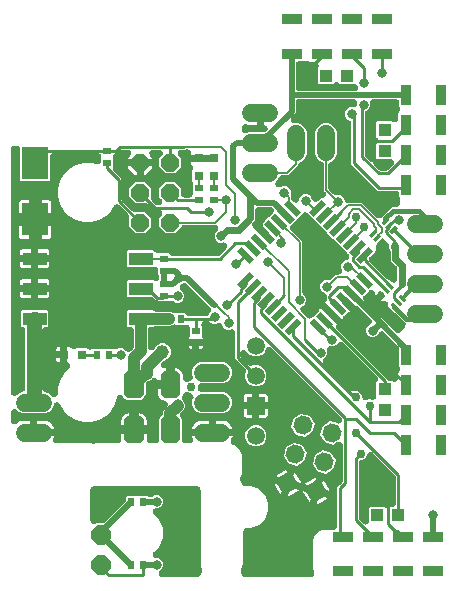
<source format=gbr>
G04 EAGLE Gerber RS-274X export*
G75*
%MOMM*%
%FSLAX34Y34*%
%LPD*%
%INTop Copper*%
%IPPOS*%
%AMOC8*
5,1,8,0,0,1.08239X$1,22.5*%
G01*
%ADD10C,1.524000*%
%ADD11P,1.649562X8X292.500000*%
%ADD12R,0.600000X0.700000*%
%ADD13R,0.700000X0.600000*%
%ADD14R,1.778000X0.914400*%
%ADD15R,1.108000X1.108000*%
%ADD16R,0.914400X1.778000*%
%ADD17R,1.508000X1.508000*%
%ADD18C,1.508000*%
%ADD19R,1.500000X0.550000*%
%ADD20R,0.550000X1.500000*%
%ADD21R,0.660000X0.310000*%
%ADD22R,0.800000X0.800000*%
%ADD23R,2.006600X1.092200*%
%ADD24R,2.200000X2.800000*%
%ADD25C,0.820000*%
%ADD26P,1.649562X8X277.500000*%
%ADD27R,1.650000X1.650000*%
%ADD28C,0.254000*%
%ADD29C,0.806400*%
%ADD30C,0.152400*%
%ADD31C,0.756400*%
%ADD32C,0.609600*%
%ADD33C,0.200000*%
%ADD34P,1.785944X8X22.500000*%
%ADD35C,0.508000*%
%ADD36C,1.016000*%
%ADD37C,0.406400*%
%ADD38C,0.304800*%
%ADD39C,1.156400*%
%ADD40C,1.270000*%

G36*
X234796Y-11685D02*
X234796Y-11685D01*
X234976Y-11678D01*
X235041Y-11665D01*
X235107Y-11659D01*
X235283Y-11616D01*
X235459Y-11580D01*
X235521Y-11557D01*
X235586Y-11541D01*
X235752Y-11469D01*
X235921Y-11406D01*
X235978Y-11372D01*
X236039Y-11346D01*
X236192Y-11249D01*
X236348Y-11159D01*
X236399Y-11117D01*
X236455Y-11081D01*
X236590Y-10961D01*
X236730Y-10847D01*
X236774Y-10797D01*
X236823Y-10752D01*
X236937Y-10612D01*
X237056Y-10477D01*
X237091Y-10420D01*
X237133Y-10368D01*
X237223Y-10212D01*
X237319Y-10059D01*
X237344Y-9998D01*
X237377Y-9940D01*
X237440Y-9770D01*
X237510Y-9604D01*
X237526Y-9540D01*
X237549Y-9477D01*
X237583Y-9300D01*
X237626Y-9125D01*
X237631Y-9058D01*
X237644Y-8993D01*
X237649Y-8813D01*
X237663Y-8633D01*
X237657Y-8566D01*
X237659Y-8500D01*
X237635Y-8321D01*
X237620Y-8141D01*
X237605Y-8091D01*
X237594Y-8011D01*
X237452Y-7539D01*
X237437Y-7508D01*
X237431Y-7486D01*
X236219Y-4561D01*
X236219Y19801D01*
X237766Y23536D01*
X240624Y26394D01*
X244359Y27941D01*
X250455Y27941D01*
X250569Y27950D01*
X250683Y27949D01*
X250814Y27970D01*
X250947Y27981D01*
X251058Y28008D01*
X251171Y28026D01*
X251297Y28067D01*
X251426Y28099D01*
X251531Y28145D01*
X251639Y28180D01*
X251757Y28241D01*
X251879Y28294D01*
X251923Y28322D01*
X254000Y28322D01*
X254076Y28328D01*
X254152Y28326D01*
X254321Y28348D01*
X254492Y28362D01*
X254566Y28380D01*
X254641Y28390D01*
X254805Y28439D01*
X254971Y28480D01*
X255040Y28510D01*
X255114Y28532D01*
X255267Y28608D01*
X255424Y28675D01*
X255488Y28716D01*
X255557Y28749D01*
X255696Y28848D01*
X255840Y28940D01*
X255897Y28991D01*
X255959Y29035D01*
X256080Y29155D01*
X256208Y29269D01*
X256256Y29328D01*
X256310Y29382D01*
X256411Y29520D01*
X256518Y29653D01*
X256555Y29719D01*
X256600Y29780D01*
X256677Y29933D01*
X256762Y30081D01*
X256788Y30153D01*
X256823Y30221D01*
X256874Y30384D01*
X256933Y30544D01*
X256948Y30619D01*
X256971Y30691D01*
X256983Y30796D01*
X257028Y31028D01*
X257035Y31264D01*
X257047Y31369D01*
X257047Y64342D01*
X259130Y66425D01*
X259131Y66425D01*
X260772Y68066D01*
X260846Y68153D01*
X260927Y68234D01*
X261005Y68341D01*
X261091Y68442D01*
X261150Y68540D01*
X261217Y68632D01*
X261277Y68751D01*
X261346Y68865D01*
X261388Y68971D01*
X261440Y69073D01*
X261479Y69200D01*
X261529Y69323D01*
X261553Y69434D01*
X261588Y69543D01*
X261598Y69637D01*
X261636Y69805D01*
X261654Y70129D01*
X261664Y70221D01*
X261664Y85791D01*
X261656Y85885D01*
X261658Y85980D01*
X261636Y86131D01*
X261624Y86282D01*
X261601Y86374D01*
X261588Y86469D01*
X261542Y86614D01*
X261505Y86761D01*
X261468Y86848D01*
X261445Y86921D01*
X261457Y86959D01*
X261480Y87010D01*
X261531Y87193D01*
X261588Y87375D01*
X261593Y87420D01*
X261611Y87486D01*
X261663Y87977D01*
X261661Y88022D01*
X261664Y88052D01*
X261664Y99589D01*
X261653Y99721D01*
X261653Y99854D01*
X261633Y99967D01*
X261624Y100080D01*
X261592Y100210D01*
X261570Y100341D01*
X261533Y100449D01*
X261505Y100559D01*
X261453Y100682D01*
X261410Y100808D01*
X261356Y100908D01*
X261311Y101013D01*
X261239Y101125D01*
X261177Y101242D01*
X261107Y101333D01*
X261046Y101429D01*
X260957Y101528D01*
X260876Y101634D01*
X260793Y101712D01*
X260717Y101797D01*
X260614Y101880D01*
X260517Y101971D01*
X260422Y102035D01*
X260333Y102107D01*
X260218Y102172D01*
X260107Y102247D01*
X260004Y102294D01*
X259905Y102351D01*
X259780Y102397D01*
X259659Y102452D01*
X259549Y102482D01*
X259442Y102522D01*
X259311Y102548D01*
X259183Y102583D01*
X259070Y102595D01*
X258958Y102617D01*
X258825Y102621D01*
X258693Y102635D01*
X258579Y102629D01*
X258465Y102632D01*
X258333Y102615D01*
X258200Y102607D01*
X258089Y102583D01*
X257976Y102568D01*
X257848Y102529D01*
X257718Y102501D01*
X257641Y102467D01*
X257503Y102425D01*
X257153Y102254D01*
X257093Y102228D01*
X253813Y100334D01*
X246496Y102295D01*
X242708Y108856D01*
X244669Y116173D01*
X251229Y119961D01*
X257538Y118271D01*
X257724Y118237D01*
X257910Y118195D01*
X257967Y118192D01*
X258023Y118182D01*
X258213Y118178D01*
X258402Y118168D01*
X258459Y118174D01*
X258516Y118173D01*
X258704Y118200D01*
X258893Y118220D01*
X258948Y118235D01*
X259004Y118243D01*
X259186Y118300D01*
X259369Y118351D01*
X259421Y118375D01*
X259475Y118392D01*
X259644Y118477D01*
X259817Y118556D01*
X259864Y118588D01*
X259915Y118614D01*
X260069Y118726D01*
X260226Y118832D01*
X260268Y118871D01*
X260314Y118904D01*
X260448Y119040D01*
X260586Y119170D01*
X260621Y119215D01*
X260661Y119255D01*
X260771Y119410D01*
X260886Y119561D01*
X260913Y119611D01*
X260946Y119658D01*
X261030Y119828D01*
X261119Y119996D01*
X261138Y120050D01*
X261163Y120101D01*
X261218Y120283D01*
X261279Y120462D01*
X261289Y120519D01*
X261305Y120573D01*
X261330Y120762D01*
X261362Y120949D01*
X261362Y121006D01*
X261370Y121062D01*
X261364Y121252D01*
X261365Y121442D01*
X261356Y121499D01*
X261354Y121556D01*
X261318Y121742D01*
X261288Y121929D01*
X261270Y121984D01*
X261260Y122040D01*
X261194Y122217D01*
X261134Y122398D01*
X261108Y122449D01*
X261088Y122502D01*
X260994Y122667D01*
X260906Y122836D01*
X260878Y122871D01*
X260844Y122931D01*
X260534Y123315D01*
X260500Y123345D01*
X260481Y123369D01*
X201561Y182289D01*
X201424Y182405D01*
X201291Y182528D01*
X201236Y182565D01*
X201185Y182608D01*
X201031Y182701D01*
X200880Y182801D01*
X200820Y182828D01*
X200763Y182863D01*
X200595Y182930D01*
X200431Y183004D01*
X200366Y183021D01*
X200305Y183046D01*
X200129Y183085D01*
X199954Y183132D01*
X199888Y183138D01*
X199823Y183153D01*
X199643Y183163D01*
X199463Y183181D01*
X199397Y183177D01*
X199330Y183180D01*
X199151Y183161D01*
X198971Y183150D01*
X198906Y183135D01*
X198840Y183128D01*
X198666Y183080D01*
X198490Y183040D01*
X198428Y183015D01*
X198364Y182997D01*
X198200Y182922D01*
X198033Y182854D01*
X197976Y182819D01*
X197916Y182792D01*
X197766Y182691D01*
X197612Y182597D01*
X197561Y182553D01*
X197506Y182516D01*
X197375Y182393D01*
X197238Y182275D01*
X197195Y182224D01*
X197147Y182178D01*
X197037Y182035D01*
X196921Y181897D01*
X196895Y181851D01*
X196847Y181787D01*
X196613Y181352D01*
X196602Y181321D01*
X196591Y181300D01*
X195645Y179015D01*
X193095Y176465D01*
X189763Y175085D01*
X186157Y175085D01*
X182825Y176465D01*
X179955Y179336D01*
X179926Y179361D01*
X179900Y179389D01*
X179738Y179520D01*
X179579Y179655D01*
X179546Y179675D01*
X179516Y179699D01*
X179335Y179802D01*
X179156Y179910D01*
X179121Y179924D01*
X179088Y179943D01*
X178892Y180016D01*
X178698Y180093D01*
X178661Y180101D01*
X178625Y180115D01*
X178420Y180155D01*
X178216Y180200D01*
X178178Y180202D01*
X178141Y180209D01*
X177933Y180216D01*
X177724Y180227D01*
X177686Y180223D01*
X177648Y180225D01*
X177441Y180197D01*
X177233Y180175D01*
X177197Y180165D01*
X177159Y180160D01*
X176959Y180100D01*
X176758Y180045D01*
X176723Y180029D01*
X176686Y180018D01*
X176499Y179926D01*
X176309Y179839D01*
X176278Y179818D01*
X176243Y179801D01*
X176073Y179680D01*
X175900Y179563D01*
X175872Y179537D01*
X175841Y179515D01*
X175692Y179368D01*
X175540Y179226D01*
X175517Y179195D01*
X175490Y179169D01*
X175367Y179000D01*
X175240Y178834D01*
X175222Y178801D01*
X175200Y178770D01*
X175106Y178583D01*
X175007Y178399D01*
X174994Y178363D01*
X174977Y178329D01*
X174915Y178131D01*
X174847Y177933D01*
X174841Y177895D01*
X174829Y177859D01*
X174819Y177766D01*
X174764Y177446D01*
X174763Y177274D01*
X174753Y177181D01*
X174753Y176094D01*
X174762Y175981D01*
X174761Y175866D01*
X174782Y175735D01*
X174793Y175602D01*
X174820Y175492D01*
X174838Y175379D01*
X174879Y175253D01*
X174911Y175124D01*
X174956Y175019D01*
X174992Y174910D01*
X175054Y174792D01*
X175106Y174670D01*
X175167Y174574D01*
X175220Y174473D01*
X175279Y174399D01*
X175371Y174254D01*
X175587Y174012D01*
X175645Y173939D01*
X181615Y167970D01*
X181781Y167828D01*
X181945Y167684D01*
X181969Y167668D01*
X181991Y167650D01*
X182178Y167537D01*
X182363Y167421D01*
X182389Y167410D01*
X182414Y167396D01*
X182616Y167314D01*
X182818Y167230D01*
X182845Y167223D01*
X182872Y167212D01*
X183085Y167165D01*
X183297Y167114D01*
X183326Y167112D01*
X183353Y167106D01*
X183572Y167093D01*
X183789Y167077D01*
X183817Y167080D01*
X183846Y167078D01*
X184063Y167101D01*
X184281Y167120D01*
X184303Y167127D01*
X184336Y167130D01*
X184812Y167261D01*
X184885Y167294D01*
X184936Y167309D01*
X186157Y167815D01*
X189763Y167815D01*
X193095Y166435D01*
X195645Y163885D01*
X197025Y160553D01*
X197025Y156947D01*
X195645Y153615D01*
X193095Y151065D01*
X189763Y149685D01*
X186157Y149685D01*
X182825Y151065D01*
X180275Y153615D01*
X178895Y156947D01*
X178895Y160553D01*
X179401Y161774D01*
X179468Y161982D01*
X179539Y162188D01*
X179544Y162217D01*
X179552Y162244D01*
X179585Y162459D01*
X179621Y162675D01*
X179622Y162703D01*
X179626Y162731D01*
X179623Y162949D01*
X179624Y163168D01*
X179620Y163196D01*
X179620Y163225D01*
X179582Y163439D01*
X179548Y163656D01*
X179539Y163683D01*
X179534Y163711D01*
X179462Y163916D01*
X179394Y164124D01*
X179380Y164149D01*
X179371Y164176D01*
X179267Y164368D01*
X179166Y164562D01*
X179151Y164580D01*
X179135Y164609D01*
X178832Y164999D01*
X178773Y165054D01*
X178740Y165095D01*
X172771Y171065D01*
X172770Y171065D01*
X170687Y173148D01*
X170687Y194939D01*
X170673Y195119D01*
X170666Y195299D01*
X170653Y195365D01*
X170647Y195431D01*
X170604Y195606D01*
X170568Y195783D01*
X170545Y195845D01*
X170529Y195910D01*
X170457Y196075D01*
X170394Y196244D01*
X170360Y196302D01*
X170334Y196363D01*
X170237Y196515D01*
X170147Y196672D01*
X170105Y196723D01*
X170069Y196779D01*
X169949Y196914D01*
X169834Y197054D01*
X169785Y197098D01*
X169740Y197147D01*
X169600Y197260D01*
X169465Y197380D01*
X169408Y197415D01*
X169356Y197457D01*
X169200Y197546D01*
X169047Y197642D01*
X168985Y197668D01*
X168928Y197701D01*
X168759Y197764D01*
X168592Y197834D01*
X168527Y197850D01*
X168465Y197873D01*
X168288Y197907D01*
X168113Y197950D01*
X168046Y197955D01*
X167981Y197967D01*
X167801Y197973D01*
X167621Y197986D01*
X167554Y197981D01*
X167488Y197983D01*
X167309Y197959D01*
X167129Y197943D01*
X167078Y197929D01*
X166999Y197918D01*
X166527Y197776D01*
X166496Y197761D01*
X166474Y197755D01*
X166205Y197643D01*
X163995Y197643D01*
X161952Y198489D01*
X160389Y200052D01*
X159821Y201423D01*
X159787Y201491D01*
X159760Y201562D01*
X159674Y201710D01*
X159596Y201862D01*
X159551Y201923D01*
X159513Y201989D01*
X159405Y202122D01*
X159303Y202259D01*
X159249Y202312D01*
X159201Y202371D01*
X159073Y202484D01*
X158950Y202603D01*
X158888Y202647D01*
X158831Y202698D01*
X158686Y202789D01*
X158546Y202886D01*
X158478Y202919D01*
X158413Y202960D01*
X158256Y203026D01*
X158102Y203100D01*
X158029Y203122D01*
X157958Y203152D01*
X157793Y203192D01*
X157629Y203240D01*
X157553Y203249D01*
X157479Y203267D01*
X157308Y203280D01*
X157139Y203301D01*
X157063Y203298D01*
X156987Y203304D01*
X156817Y203289D01*
X156646Y203283D01*
X156571Y203268D01*
X156495Y203261D01*
X156394Y203232D01*
X156162Y203185D01*
X155941Y203101D01*
X155840Y203072D01*
X154279Y202426D01*
X152069Y202426D01*
X150026Y203272D01*
X149213Y204085D01*
X149126Y204159D01*
X149046Y204240D01*
X148939Y204318D01*
X148837Y204404D01*
X148739Y204463D01*
X148647Y204530D01*
X148529Y204590D01*
X148415Y204659D01*
X148309Y204701D01*
X148207Y204753D01*
X148080Y204793D01*
X147957Y204842D01*
X147845Y204867D01*
X147736Y204901D01*
X147643Y204911D01*
X147475Y204949D01*
X147151Y204967D01*
X147059Y204977D01*
X144966Y204977D01*
X144928Y204974D01*
X144889Y204976D01*
X144682Y204954D01*
X144474Y204937D01*
X144437Y204928D01*
X144399Y204924D01*
X144198Y204869D01*
X143995Y204819D01*
X143960Y204804D01*
X143923Y204793D01*
X143733Y204706D01*
X143542Y204624D01*
X143510Y204604D01*
X143475Y204588D01*
X143301Y204471D01*
X143126Y204359D01*
X143097Y204334D01*
X143066Y204312D01*
X142913Y204169D01*
X142758Y204030D01*
X142734Y204001D01*
X142706Y203974D01*
X142579Y203809D01*
X142448Y203646D01*
X142429Y203613D01*
X142406Y203583D01*
X142307Y203399D01*
X142204Y203218D01*
X142191Y203182D01*
X142173Y203148D01*
X142105Y202951D01*
X142032Y202755D01*
X142025Y202718D01*
X142013Y202682D01*
X141978Y202476D01*
X141938Y202271D01*
X141936Y202233D01*
X141930Y202195D01*
X141929Y201986D01*
X141922Y201778D01*
X141927Y201740D01*
X141927Y201702D01*
X141960Y201495D01*
X141987Y201289D01*
X141998Y201252D01*
X142004Y201214D01*
X142069Y201016D01*
X142129Y200817D01*
X142146Y200782D01*
X142158Y200746D01*
X142185Y200694D01*
X142185Y193027D01*
X142202Y192819D01*
X142213Y192610D01*
X142222Y192573D01*
X142225Y192535D01*
X142275Y192333D01*
X142320Y192129D01*
X142333Y192100D01*
X142343Y192057D01*
X142538Y191603D01*
X142575Y191545D01*
X142593Y191503D01*
X143028Y190751D01*
X143201Y190105D01*
X143201Y189817D01*
X137160Y189817D01*
X131119Y189817D01*
X131119Y190105D01*
X131292Y190751D01*
X131727Y191503D01*
X131817Y191693D01*
X131911Y191879D01*
X131922Y191915D01*
X131938Y191949D01*
X131996Y192150D01*
X132059Y192349D01*
X132062Y192380D01*
X132075Y192423D01*
X132133Y192913D01*
X132130Y192982D01*
X132135Y193027D01*
X132135Y198938D01*
X132129Y199014D01*
X132131Y199090D01*
X132109Y199259D01*
X132095Y199430D01*
X132077Y199504D01*
X132067Y199579D01*
X132018Y199743D01*
X131977Y199909D01*
X131947Y199978D01*
X131925Y200052D01*
X131849Y200205D01*
X131782Y200362D01*
X131741Y200426D01*
X131708Y200495D01*
X131609Y200634D01*
X131517Y200778D01*
X131466Y200835D01*
X131422Y200897D01*
X131302Y201018D01*
X131188Y201146D01*
X131129Y201194D01*
X131075Y201248D01*
X130937Y201349D01*
X130804Y201456D01*
X130738Y201493D01*
X130677Y201538D01*
X130524Y201615D01*
X130376Y201700D01*
X130304Y201726D01*
X130236Y201761D01*
X130073Y201812D01*
X129913Y201871D01*
X129838Y201886D01*
X129766Y201909D01*
X129661Y201921D01*
X129429Y201966D01*
X129193Y201973D01*
X129088Y201985D01*
X120167Y201985D01*
X120131Y201997D01*
X119963Y202026D01*
X119796Y202063D01*
X119720Y202067D01*
X119645Y202080D01*
X119474Y202081D01*
X119304Y202091D01*
X119228Y202082D01*
X119152Y202083D01*
X118983Y202056D01*
X118813Y202038D01*
X118740Y202018D01*
X118664Y202006D01*
X118601Y201985D01*
X118123Y201985D01*
X118113Y201984D01*
X118104Y201985D01*
X117868Y201965D01*
X117631Y201945D01*
X117622Y201943D01*
X117612Y201942D01*
X117574Y201931D01*
X117153Y201827D01*
X117032Y201775D01*
X116957Y201753D01*
X115542Y201167D01*
X103748Y201167D01*
X103634Y201158D01*
X103520Y201159D01*
X103388Y201138D01*
X103256Y201127D01*
X103145Y201100D01*
X103032Y201082D01*
X102906Y201041D01*
X102777Y201009D01*
X102672Y200964D01*
X102564Y200928D01*
X102446Y200866D01*
X102324Y200814D01*
X102228Y200753D01*
X102126Y200700D01*
X102053Y200641D01*
X101908Y200549D01*
X101666Y200333D01*
X101593Y200275D01*
X101343Y200024D01*
X99568Y200024D01*
X99492Y200018D01*
X99416Y200020D01*
X99247Y199998D01*
X99076Y199984D01*
X99002Y199966D01*
X98927Y199956D01*
X98763Y199907D01*
X98597Y199866D01*
X98528Y199836D01*
X98454Y199814D01*
X98301Y199738D01*
X98144Y199671D01*
X98080Y199630D01*
X98011Y199597D01*
X97872Y199498D01*
X97728Y199406D01*
X97671Y199355D01*
X97609Y199311D01*
X97488Y199191D01*
X97360Y199077D01*
X97312Y199018D01*
X97258Y198964D01*
X97157Y198826D01*
X97050Y198693D01*
X97013Y198627D01*
X96968Y198566D01*
X96891Y198413D01*
X96806Y198265D01*
X96780Y198193D01*
X96745Y198125D01*
X96694Y197962D01*
X96635Y197802D01*
X96620Y197727D01*
X96597Y197655D01*
X96585Y197550D01*
X96540Y197318D01*
X96533Y197082D01*
X96521Y196977D01*
X96521Y183074D01*
X96532Y182932D01*
X96534Y182789D01*
X96552Y182686D01*
X96561Y182582D01*
X96595Y182444D01*
X96620Y182303D01*
X96654Y182204D01*
X96679Y182103D01*
X96736Y181972D01*
X96783Y181837D01*
X96833Y181746D01*
X96874Y181650D01*
X96950Y181529D01*
X97019Y181404D01*
X97083Y181322D01*
X97139Y181234D01*
X97234Y181127D01*
X97321Y181015D01*
X97398Y180944D01*
X97468Y180866D01*
X97579Y180776D01*
X97683Y180679D01*
X97770Y180621D01*
X97852Y180556D01*
X97975Y180485D01*
X98094Y180406D01*
X98189Y180363D01*
X98280Y180312D01*
X98414Y180262D01*
X98544Y180204D01*
X98645Y180177D01*
X98743Y180140D01*
X98883Y180113D01*
X99020Y180076D01*
X99125Y180066D01*
X99227Y180045D01*
X99369Y180041D01*
X99511Y180027D01*
X99616Y180033D01*
X99720Y180030D01*
X99861Y180049D01*
X100004Y180058D01*
X100105Y180081D01*
X100209Y180095D01*
X100346Y180136D01*
X100485Y180167D01*
X100581Y180207D01*
X100681Y180237D01*
X100810Y180300D01*
X100942Y180353D01*
X101031Y180408D01*
X101125Y180454D01*
X101241Y180536D01*
X101362Y180611D01*
X101442Y180679D01*
X101527Y180739D01*
X101628Y180840D01*
X101736Y180933D01*
X101804Y181013D01*
X101878Y181086D01*
X101962Y181201D01*
X102053Y181311D01*
X102091Y181379D01*
X102168Y181485D01*
X102364Y181872D01*
X102383Y181907D01*
X102786Y182879D01*
X104841Y184934D01*
X107527Y186047D01*
X110433Y186047D01*
X113119Y184934D01*
X115174Y182879D01*
X116287Y180193D01*
X116287Y177287D01*
X115174Y174601D01*
X113119Y172546D01*
X110145Y171314D01*
X110136Y171309D01*
X110127Y171306D01*
X109914Y171195D01*
X109706Y171089D01*
X109698Y171083D01*
X109689Y171078D01*
X109657Y171053D01*
X109309Y170796D01*
X109217Y170702D01*
X109156Y170653D01*
X108526Y170023D01*
X108501Y169994D01*
X108472Y169968D01*
X108341Y169806D01*
X108206Y169647D01*
X108186Y169614D01*
X108162Y169584D01*
X108060Y169404D01*
X107951Y169224D01*
X107937Y169189D01*
X107918Y169156D01*
X107846Y168960D01*
X107768Y168766D01*
X107760Y168729D01*
X107747Y168693D01*
X107707Y168488D01*
X107662Y168284D01*
X107659Y168246D01*
X107652Y168209D01*
X107646Y168001D01*
X107634Y167792D01*
X107638Y167754D01*
X107637Y167716D01*
X107664Y167509D01*
X107686Y167301D01*
X107696Y167265D01*
X107701Y167227D01*
X107762Y167027D01*
X107817Y166826D01*
X107833Y166791D01*
X107844Y166754D01*
X107935Y166567D01*
X108023Y166377D01*
X108044Y166345D01*
X108061Y166311D01*
X108181Y166141D01*
X108298Y165968D01*
X108324Y165940D01*
X108346Y165909D01*
X108493Y165760D01*
X108636Y165608D01*
X108666Y165585D01*
X108693Y165558D01*
X108862Y165435D01*
X109027Y165308D01*
X109061Y165290D01*
X109092Y165268D01*
X109278Y165174D01*
X109462Y165075D01*
X109498Y165063D01*
X109532Y165045D01*
X109731Y164983D01*
X109929Y164915D01*
X109966Y164909D01*
X110003Y164897D01*
X110095Y164887D01*
X110415Y164832D01*
X110587Y164831D01*
X110680Y164821D01*
X111631Y164821D01*
X111631Y155229D01*
X104653Y155229D01*
X104636Y155268D01*
X104616Y155300D01*
X104600Y155334D01*
X104483Y155508D01*
X104371Y155684D01*
X104346Y155712D01*
X104324Y155744D01*
X104182Y155896D01*
X104042Y156052D01*
X104013Y156076D01*
X103986Y156103D01*
X103821Y156231D01*
X103658Y156362D01*
X103625Y156380D01*
X103595Y156404D01*
X103411Y156502D01*
X103230Y156606D01*
X103194Y156619D01*
X103160Y156637D01*
X102963Y156704D01*
X102767Y156777D01*
X102730Y156784D01*
X102694Y156797D01*
X102488Y156832D01*
X102283Y156872D01*
X102245Y156873D01*
X102207Y156879D01*
X101998Y156881D01*
X101790Y156887D01*
X101752Y156882D01*
X101714Y156882D01*
X101507Y156850D01*
X101301Y156823D01*
X101264Y156812D01*
X101227Y156806D01*
X101029Y156741D01*
X100829Y156680D01*
X100794Y156663D01*
X100758Y156652D01*
X100573Y156555D01*
X100385Y156463D01*
X100354Y156441D01*
X100320Y156424D01*
X100248Y156366D01*
X99983Y156178D01*
X99861Y156057D01*
X99787Y155998D01*
X99236Y155447D01*
X96849Y154458D01*
X96841Y154454D01*
X96831Y154451D01*
X96622Y154342D01*
X96410Y154233D01*
X96402Y154227D01*
X96394Y154223D01*
X96363Y154198D01*
X96013Y153940D01*
X95922Y153847D01*
X95861Y153798D01*
X95547Y153484D01*
X95473Y153397D01*
X95392Y153317D01*
X95314Y153210D01*
X95228Y153108D01*
X95169Y153011D01*
X95102Y152918D01*
X95042Y152800D01*
X94973Y152686D01*
X94931Y152580D01*
X94879Y152478D01*
X94839Y152351D01*
X94790Y152228D01*
X94765Y152117D01*
X94731Y152007D01*
X94721Y151914D01*
X94683Y151746D01*
X94665Y151422D01*
X94655Y151330D01*
X94655Y142961D01*
X93798Y140894D01*
X92216Y139312D01*
X90149Y138455D01*
X79711Y138455D01*
X77644Y139312D01*
X76011Y140944D01*
X75953Y141059D01*
X75948Y141066D01*
X75944Y141075D01*
X75803Y141266D01*
X75663Y141457D01*
X75656Y141464D01*
X75651Y141472D01*
X75481Y141637D01*
X75312Y141804D01*
X75304Y141810D01*
X75297Y141816D01*
X75103Y141952D01*
X74909Y142089D01*
X74901Y142094D01*
X74893Y142099D01*
X74680Y142202D01*
X74466Y142306D01*
X74457Y142309D01*
X74449Y142313D01*
X74222Y142380D01*
X73994Y142449D01*
X73985Y142450D01*
X73976Y142453D01*
X73740Y142482D01*
X73505Y142513D01*
X73495Y142513D01*
X73486Y142514D01*
X73249Y142505D01*
X73012Y142498D01*
X73003Y142496D01*
X72993Y142496D01*
X72761Y142449D01*
X72528Y142403D01*
X72519Y142400D01*
X72510Y142398D01*
X72289Y142314D01*
X72065Y142231D01*
X72057Y142227D01*
X72048Y142223D01*
X71845Y142106D01*
X71636Y141987D01*
X71629Y141981D01*
X71621Y141977D01*
X71436Y141825D01*
X71253Y141677D01*
X71246Y141670D01*
X71239Y141664D01*
X71081Y141485D01*
X70924Y141309D01*
X70919Y141301D01*
X70913Y141294D01*
X70786Y141093D01*
X70659Y140893D01*
X70656Y140886D01*
X70650Y140877D01*
X70459Y140422D01*
X70434Y140320D01*
X70410Y140258D01*
X68962Y134855D01*
X65650Y129118D01*
X60965Y124433D01*
X55228Y121121D01*
X48829Y119406D01*
X42203Y119406D01*
X35804Y121121D01*
X30067Y124433D01*
X25382Y129118D01*
X22260Y134527D01*
X22211Y134597D01*
X22170Y134672D01*
X22071Y134800D01*
X21979Y134933D01*
X21920Y134994D01*
X21867Y135062D01*
X21749Y135172D01*
X21637Y135288D01*
X21568Y135339D01*
X21506Y135397D01*
X21371Y135487D01*
X21242Y135583D01*
X21166Y135623D01*
X21095Y135670D01*
X20947Y135737D01*
X20804Y135811D01*
X20723Y135838D01*
X20645Y135873D01*
X20489Y135915D01*
X20336Y135965D01*
X20251Y135979D01*
X20168Y136001D01*
X20008Y136017D01*
X19848Y136042D01*
X19762Y136041D01*
X19677Y136050D01*
X19517Y136040D01*
X19355Y136039D01*
X19270Y136024D01*
X19185Y136019D01*
X19028Y135983D01*
X18869Y135956D01*
X18788Y135928D01*
X18704Y135909D01*
X18555Y135848D01*
X18402Y135796D01*
X18326Y135755D01*
X18247Y135723D01*
X18110Y135639D01*
X17967Y135563D01*
X17899Y135511D01*
X17826Y135466D01*
X17704Y135361D01*
X17576Y135262D01*
X17517Y135200D01*
X17452Y135144D01*
X17348Y135020D01*
X17238Y134903D01*
X17190Y134832D01*
X17135Y134766D01*
X17085Y134675D01*
X16963Y134493D01*
X16856Y134261D01*
X16805Y134169D01*
X15373Y130710D01*
X12800Y128137D01*
X9439Y126745D01*
X-9439Y126745D01*
X-12800Y128137D01*
X-14117Y129455D01*
X-14146Y129479D01*
X-14172Y129508D01*
X-14334Y129639D01*
X-14493Y129774D01*
X-14526Y129794D01*
X-14556Y129818D01*
X-14737Y129921D01*
X-14916Y130029D01*
X-14951Y130043D01*
X-14984Y130062D01*
X-15180Y130135D01*
X-15374Y130212D01*
X-15411Y130220D01*
X-15447Y130233D01*
X-15651Y130273D01*
X-15855Y130319D01*
X-15894Y130321D01*
X-15931Y130328D01*
X-16139Y130335D01*
X-16348Y130346D01*
X-16386Y130342D01*
X-16424Y130343D01*
X-16631Y130316D01*
X-16839Y130294D01*
X-16875Y130284D01*
X-16913Y130279D01*
X-17114Y130219D01*
X-17314Y130163D01*
X-17349Y130148D01*
X-17386Y130137D01*
X-17573Y130045D01*
X-17763Y129958D01*
X-17794Y129936D01*
X-17829Y129920D01*
X-17999Y129799D01*
X-18172Y129682D01*
X-18200Y129656D01*
X-18231Y129634D01*
X-18379Y129487D01*
X-18532Y129345D01*
X-18555Y129314D01*
X-18582Y129287D01*
X-18705Y129119D01*
X-18832Y128953D01*
X-18850Y128919D01*
X-18872Y128889D01*
X-18967Y128702D01*
X-19065Y128518D01*
X-19077Y128482D01*
X-19095Y128448D01*
X-19158Y128249D01*
X-19225Y128052D01*
X-19231Y128014D01*
X-19243Y127978D01*
X-19253Y127885D01*
X-19308Y127565D01*
X-19309Y127393D01*
X-19319Y127300D01*
X-19319Y120517D01*
X-19316Y120478D01*
X-19318Y120440D01*
X-19296Y120233D01*
X-19279Y120025D01*
X-19270Y119988D01*
X-19266Y119949D01*
X-19211Y119749D01*
X-19161Y119546D01*
X-19145Y119511D01*
X-19135Y119474D01*
X-19048Y119284D01*
X-18966Y119093D01*
X-18945Y119060D01*
X-18929Y119025D01*
X-18813Y118852D01*
X-18701Y118677D01*
X-18675Y118648D01*
X-18654Y118616D01*
X-18511Y118465D01*
X-18372Y118309D01*
X-18342Y118285D01*
X-18316Y118257D01*
X-18150Y118130D01*
X-17988Y117999D01*
X-17955Y117980D01*
X-17924Y117956D01*
X-17740Y117858D01*
X-17560Y117755D01*
X-17524Y117742D01*
X-17489Y117723D01*
X-17292Y117656D01*
X-17097Y117583D01*
X-17059Y117576D01*
X-17023Y117564D01*
X-16817Y117529D01*
X-16613Y117489D01*
X-16574Y117488D01*
X-16536Y117481D01*
X-16328Y117480D01*
X-16120Y117473D01*
X-16082Y117478D01*
X-16043Y117478D01*
X-15838Y117511D01*
X-15631Y117538D01*
X-15594Y117549D01*
X-15556Y117555D01*
X-15359Y117620D01*
X-15159Y117680D01*
X-15124Y117697D01*
X-15087Y117709D01*
X-14903Y117806D01*
X-14715Y117897D01*
X-14684Y117920D01*
X-14650Y117937D01*
X-14576Y117996D01*
X-14313Y118183D01*
X-14298Y118197D01*
X-12945Y119180D01*
X-11520Y119906D01*
X-9999Y120401D01*
X-8420Y120651D01*
X-3047Y120651D01*
X-3047Y110490D01*
X-3041Y110414D01*
X-3044Y110338D01*
X-3021Y110169D01*
X-3007Y109999D01*
X-2989Y109925D01*
X-2979Y109849D01*
X-2930Y109685D01*
X-2889Y109520D01*
X-2859Y109450D01*
X-2837Y109377D01*
X-2762Y109223D01*
X-2694Y109066D01*
X-2653Y109002D01*
X-2620Y108934D01*
X-2521Y108794D01*
X-2429Y108650D01*
X-2415Y108634D01*
X-2378Y108594D01*
X-2334Y108531D01*
X-2214Y108409D01*
X-2100Y108282D01*
X-2041Y108234D01*
X-1987Y108180D01*
X-1849Y108079D01*
X-1716Y107972D01*
X-1650Y107934D01*
X-1588Y107889D01*
X-1436Y107813D01*
X-1287Y107728D01*
X-1216Y107701D01*
X-1148Y107667D01*
X-985Y107616D01*
X-825Y107556D01*
X-750Y107542D01*
X-677Y107519D01*
X-573Y107507D01*
X-341Y107462D01*
X-105Y107454D01*
X0Y107443D01*
X17313Y107443D01*
X17036Y106590D01*
X16614Y105761D01*
X16594Y105712D01*
X16568Y105666D01*
X16500Y105484D01*
X16427Y105305D01*
X16415Y105253D01*
X16396Y105203D01*
X16359Y105013D01*
X16315Y104825D01*
X16312Y104771D01*
X16301Y104719D01*
X16295Y104526D01*
X16283Y104332D01*
X16288Y104279D01*
X16286Y104226D01*
X16311Y104034D01*
X16330Y103841D01*
X16343Y103790D01*
X16350Y103737D01*
X16406Y103551D01*
X16456Y103364D01*
X16477Y103316D01*
X16493Y103264D01*
X16578Y103090D01*
X16657Y102914D01*
X16686Y102869D01*
X16710Y102821D01*
X16822Y102664D01*
X16928Y102502D01*
X16964Y102463D01*
X16995Y102419D01*
X17132Y102281D01*
X17262Y102139D01*
X17304Y102106D01*
X17342Y102068D01*
X17498Y101954D01*
X17651Y101835D01*
X17698Y101809D01*
X17741Y101778D01*
X17913Y101690D01*
X18083Y101597D01*
X18134Y101579D01*
X18181Y101555D01*
X18366Y101497D01*
X18548Y101433D01*
X18601Y101423D01*
X18652Y101407D01*
X18754Y101396D01*
X19034Y101345D01*
X19230Y101342D01*
X19329Y101331D01*
X71271Y101331D01*
X71399Y101341D01*
X71527Y101342D01*
X71644Y101361D01*
X71763Y101371D01*
X71887Y101402D01*
X72014Y101423D01*
X72126Y101461D01*
X72241Y101489D01*
X72359Y101540D01*
X72481Y101581D01*
X72586Y101637D01*
X72695Y101684D01*
X72803Y101753D01*
X72916Y101813D01*
X73011Y101885D01*
X73111Y101949D01*
X73207Y102034D01*
X73309Y102112D01*
X73390Y102199D01*
X73479Y102278D01*
X73559Y102378D01*
X73648Y102471D01*
X73714Y102569D01*
X73789Y102662D01*
X73852Y102773D01*
X73924Y102879D01*
X73974Y102987D01*
X74033Y103090D01*
X74077Y103211D01*
X74131Y103327D01*
X74163Y103442D01*
X74204Y103553D01*
X74229Y103679D01*
X74263Y103803D01*
X74276Y103921D01*
X74299Y104037D01*
X74303Y104165D01*
X74317Y104293D01*
X74310Y104380D01*
X74314Y104530D01*
X74266Y104898D01*
X74260Y104973D01*
X74189Y105326D01*
X74189Y108931D01*
X83878Y108931D01*
X83954Y108937D01*
X84030Y108935D01*
X84199Y108957D01*
X84370Y108971D01*
X84443Y108989D01*
X84519Y108999D01*
X84683Y109048D01*
X84848Y109089D01*
X84918Y109119D01*
X84933Y109124D01*
X84997Y109104D01*
X85157Y109045D01*
X85232Y109030D01*
X85304Y109007D01*
X85409Y108995D01*
X85641Y108950D01*
X85877Y108943D01*
X85982Y108931D01*
X95671Y108931D01*
X95671Y105326D01*
X95600Y104973D01*
X95586Y104845D01*
X95561Y104719D01*
X95557Y104601D01*
X95544Y104482D01*
X95550Y104354D01*
X95546Y104226D01*
X95561Y104108D01*
X95567Y103990D01*
X95593Y103864D01*
X95610Y103737D01*
X95644Y103623D01*
X95669Y103507D01*
X95715Y103387D01*
X95753Y103264D01*
X95805Y103158D01*
X95848Y103047D01*
X95913Y102937D01*
X95969Y102821D01*
X96038Y102725D01*
X96098Y102622D01*
X96181Y102524D01*
X96255Y102419D01*
X96338Y102335D01*
X96414Y102243D01*
X96511Y102159D01*
X96602Y102068D01*
X96698Y101998D01*
X96787Y101921D01*
X96897Y101853D01*
X97000Y101778D01*
X97106Y101724D01*
X97207Y101662D01*
X97326Y101613D01*
X97441Y101555D01*
X97554Y101520D01*
X97664Y101475D01*
X97789Y101446D01*
X97911Y101407D01*
X97998Y101397D01*
X98144Y101363D01*
X98515Y101339D01*
X98589Y101331D01*
X102958Y101331D01*
X103034Y101337D01*
X103110Y101335D01*
X103279Y101357D01*
X103450Y101371D01*
X103524Y101389D01*
X103599Y101399D01*
X103763Y101448D01*
X103929Y101489D01*
X103998Y101519D01*
X104072Y101541D01*
X104225Y101617D01*
X104382Y101684D01*
X104446Y101725D01*
X104515Y101758D01*
X104654Y101857D01*
X104798Y101949D01*
X104855Y102000D01*
X104917Y102044D01*
X105038Y102164D01*
X105166Y102278D01*
X105214Y102337D01*
X105268Y102391D01*
X105369Y102529D01*
X105476Y102662D01*
X105513Y102728D01*
X105558Y102789D01*
X105635Y102942D01*
X105720Y103090D01*
X105746Y103162D01*
X105781Y103230D01*
X105832Y103393D01*
X105891Y103553D01*
X105906Y103628D01*
X105929Y103700D01*
X105941Y103805D01*
X105986Y104037D01*
X105993Y104273D01*
X106005Y104378D01*
X106005Y121199D01*
X106862Y123266D01*
X108607Y125012D01*
X108621Y125022D01*
X108799Y125148D01*
X108819Y125168D01*
X108842Y125185D01*
X108995Y125342D01*
X109150Y125495D01*
X109167Y125518D01*
X109186Y125538D01*
X109312Y125718D01*
X109440Y125894D01*
X109453Y125919D01*
X109469Y125942D01*
X109564Y126139D01*
X109663Y126334D01*
X109671Y126361D01*
X109683Y126387D01*
X109745Y126596D01*
X109811Y126805D01*
X109814Y126828D01*
X109823Y126860D01*
X109884Y127349D01*
X109881Y127430D01*
X109887Y127482D01*
X109887Y128348D01*
X110777Y130496D01*
X112570Y132289D01*
X112721Y132467D01*
X112873Y132642D01*
X112880Y132654D01*
X112890Y132665D01*
X113010Y132865D01*
X113132Y133062D01*
X113137Y133075D01*
X113144Y133088D01*
X113230Y133303D01*
X113319Y133519D01*
X113322Y133533D01*
X113327Y133546D01*
X113377Y133771D01*
X113430Y133999D01*
X113431Y134013D01*
X113434Y134027D01*
X113447Y134260D01*
X113462Y134491D01*
X113461Y134506D01*
X113462Y134520D01*
X113437Y134751D01*
X113415Y134983D01*
X113411Y134996D01*
X113410Y135010D01*
X113348Y135234D01*
X113289Y135459D01*
X113283Y135472D01*
X113279Y135486D01*
X113182Y135698D01*
X113087Y135910D01*
X113079Y135922D01*
X113073Y135935D01*
X112943Y136128D01*
X112815Y136322D01*
X112806Y136332D01*
X112798Y136344D01*
X112638Y136514D01*
X112481Y136684D01*
X112470Y136693D01*
X112460Y136703D01*
X112275Y136845D01*
X112092Y136988D01*
X112080Y136995D01*
X112069Y137004D01*
X111863Y137114D01*
X111660Y137225D01*
X111649Y137229D01*
X111634Y137237D01*
X111167Y137397D01*
X111070Y137413D01*
X111010Y137432D01*
X109693Y137694D01*
X108484Y138195D01*
X107397Y138922D01*
X106472Y139847D01*
X105745Y140934D01*
X105244Y142143D01*
X104989Y143426D01*
X104989Y147031D01*
X114678Y147031D01*
X114754Y147037D01*
X114830Y147035D01*
X114999Y147057D01*
X115170Y147071D01*
X115243Y147089D01*
X115319Y147099D01*
X115483Y147148D01*
X115648Y147189D01*
X115718Y147219D01*
X115791Y147241D01*
X115945Y147317D01*
X116102Y147384D01*
X116166Y147425D01*
X116234Y147458D01*
X116374Y147557D01*
X116518Y147649D01*
X116575Y147700D01*
X116637Y147744D01*
X116758Y147864D01*
X116886Y147978D01*
X116934Y148037D01*
X116988Y148090D01*
X117088Y148229D01*
X117196Y148361D01*
X117233Y148428D01*
X117278Y148489D01*
X117355Y148642D01*
X117440Y148790D01*
X117466Y148862D01*
X117500Y148930D01*
X117552Y149093D01*
X117611Y149253D01*
X117612Y149259D01*
X117753Y149294D01*
X117822Y149324D01*
X117896Y149346D01*
X118049Y149421D01*
X118206Y149488D01*
X118270Y149529D01*
X118339Y149563D01*
X118478Y149661D01*
X118622Y149753D01*
X118679Y149804D01*
X118741Y149848D01*
X118862Y149968D01*
X118990Y150082D01*
X119038Y150141D01*
X119092Y150195D01*
X119193Y150333D01*
X119300Y150466D01*
X119337Y150532D01*
X119382Y150594D01*
X119459Y150746D01*
X119544Y150895D01*
X119570Y150966D01*
X119605Y151034D01*
X119656Y151197D01*
X119715Y151357D01*
X119730Y151432D01*
X119753Y151504D01*
X119765Y151609D01*
X119810Y151841D01*
X119817Y152077D01*
X119829Y152182D01*
X119829Y164821D01*
X120484Y164821D01*
X121767Y164566D01*
X122976Y164065D01*
X124063Y163338D01*
X124988Y162413D01*
X125715Y161326D01*
X126216Y160117D01*
X126471Y158834D01*
X126471Y156393D01*
X126485Y156213D01*
X126492Y156033D01*
X126505Y155967D01*
X126511Y155901D01*
X126554Y155726D01*
X126590Y155549D01*
X126613Y155487D01*
X126629Y155422D01*
X126701Y155256D01*
X126764Y155088D01*
X126798Y155030D01*
X126824Y154969D01*
X126921Y154817D01*
X127011Y154660D01*
X127053Y154609D01*
X127089Y154553D01*
X127209Y154418D01*
X127324Y154279D01*
X127373Y154235D01*
X127418Y154185D01*
X127558Y154072D01*
X127693Y153952D01*
X127750Y153917D01*
X127802Y153875D01*
X127958Y153786D01*
X128111Y153690D01*
X128173Y153664D01*
X128230Y153631D01*
X128400Y153568D01*
X128566Y153498D01*
X128630Y153483D01*
X128693Y153459D01*
X128870Y153425D01*
X129045Y153382D01*
X129112Y153378D01*
X129177Y153365D01*
X129357Y153359D01*
X129537Y153346D01*
X129604Y153351D01*
X129670Y153349D01*
X129849Y153373D01*
X130029Y153389D01*
X130079Y153403D01*
X130159Y153414D01*
X130631Y153556D01*
X130662Y153571D01*
X130684Y153578D01*
X132679Y154404D01*
X132788Y154426D01*
X132850Y154449D01*
X132914Y154465D01*
X133080Y154537D01*
X133249Y154600D01*
X133307Y154634D01*
X133368Y154660D01*
X133520Y154757D01*
X133676Y154847D01*
X133728Y154889D01*
X133784Y154925D01*
X133918Y155045D01*
X134058Y155160D01*
X134102Y155209D01*
X134152Y155254D01*
X134265Y155394D01*
X134385Y155529D01*
X134420Y155586D01*
X134462Y155638D01*
X134551Y155794D01*
X134647Y155947D01*
X134673Y156009D01*
X134706Y156066D01*
X134768Y156236D01*
X134839Y156402D01*
X134854Y156466D01*
X134877Y156529D01*
X134912Y156706D01*
X134954Y156881D01*
X134959Y156948D01*
X134972Y157013D01*
X134978Y157193D01*
X134991Y157373D01*
X134985Y157440D01*
X134987Y157506D01*
X134964Y157685D01*
X134948Y157865D01*
X134933Y157915D01*
X134923Y157995D01*
X134780Y158467D01*
X134766Y158498D01*
X134759Y158520D01*
X134365Y159471D01*
X134365Y163109D01*
X135757Y166470D01*
X138330Y169043D01*
X141691Y170435D01*
X160569Y170435D01*
X163930Y169043D01*
X166503Y166470D01*
X167895Y163109D01*
X167895Y159471D01*
X166503Y156110D01*
X163930Y153537D01*
X160569Y152145D01*
X141854Y152145D01*
X141778Y152139D01*
X141702Y152141D01*
X141533Y152119D01*
X141362Y152105D01*
X141288Y152087D01*
X141213Y152077D01*
X141049Y152028D01*
X140883Y151987D01*
X140814Y151957D01*
X140740Y151935D01*
X140587Y151859D01*
X140430Y151792D01*
X140366Y151751D01*
X140297Y151718D01*
X140158Y151619D01*
X140014Y151527D01*
X139957Y151476D01*
X139895Y151432D01*
X139774Y151312D01*
X139646Y151198D01*
X139598Y151139D01*
X139544Y151085D01*
X139443Y150947D01*
X139336Y150814D01*
X139299Y150748D01*
X139254Y150687D01*
X139177Y150534D01*
X139092Y150386D01*
X139066Y150314D01*
X139031Y150246D01*
X138980Y150083D01*
X138921Y149923D01*
X138906Y149848D01*
X138883Y149776D01*
X138871Y149671D01*
X138826Y149439D01*
X138819Y149203D01*
X138807Y149098D01*
X138807Y148082D01*
X138813Y148006D01*
X138811Y147930D01*
X138833Y147761D01*
X138847Y147590D01*
X138865Y147516D01*
X138875Y147441D01*
X138924Y147277D01*
X138965Y147111D01*
X138995Y147042D01*
X139017Y146968D01*
X139093Y146815D01*
X139160Y146658D01*
X139201Y146594D01*
X139234Y146525D01*
X139333Y146386D01*
X139425Y146242D01*
X139476Y146185D01*
X139520Y146123D01*
X139640Y146002D01*
X139754Y145874D01*
X139813Y145826D01*
X139867Y145772D01*
X140005Y145671D01*
X140138Y145564D01*
X140204Y145527D01*
X140265Y145482D01*
X140418Y145405D01*
X140566Y145320D01*
X140638Y145294D01*
X140706Y145259D01*
X140869Y145208D01*
X141029Y145149D01*
X141104Y145134D01*
X141176Y145111D01*
X141281Y145099D01*
X141513Y145054D01*
X141749Y145047D01*
X141854Y145035D01*
X160569Y145035D01*
X163930Y143643D01*
X166503Y141070D01*
X167895Y137709D01*
X167895Y134071D01*
X166503Y130710D01*
X163930Y128137D01*
X160569Y126745D01*
X141691Y126745D01*
X138330Y128137D01*
X135757Y130710D01*
X134365Y134071D01*
X134365Y137709D01*
X135099Y139480D01*
X135154Y139652D01*
X135217Y139821D01*
X135230Y139886D01*
X135250Y139949D01*
X135277Y140128D01*
X135312Y140305D01*
X135314Y140371D01*
X135324Y140437D01*
X135321Y140618D01*
X135327Y140798D01*
X135318Y140864D01*
X135317Y140931D01*
X135286Y141108D01*
X135263Y141287D01*
X135243Y141351D01*
X135232Y141416D01*
X135172Y141586D01*
X135120Y141760D01*
X135091Y141819D01*
X135069Y141882D01*
X134982Y142041D01*
X134903Y142203D01*
X134865Y142257D01*
X134833Y142315D01*
X134722Y142458D01*
X134618Y142605D01*
X134571Y142652D01*
X134530Y142705D01*
X134398Y142828D01*
X134271Y142956D01*
X134217Y142995D01*
X134168Y143040D01*
X134018Y143140D01*
X133872Y143246D01*
X133813Y143276D01*
X133757Y143313D01*
X133593Y143387D01*
X133432Y143469D01*
X133368Y143489D01*
X133308Y143516D01*
X133134Y143563D01*
X132961Y143617D01*
X132909Y143623D01*
X132831Y143644D01*
X132479Y143679D01*
X130405Y144538D01*
X130283Y144577D01*
X130164Y144626D01*
X130048Y144653D01*
X129935Y144689D01*
X129808Y144708D01*
X129683Y144737D01*
X129565Y144745D01*
X129448Y144763D01*
X129319Y144761D01*
X129191Y144770D01*
X129073Y144758D01*
X128954Y144757D01*
X128828Y144734D01*
X128700Y144722D01*
X128585Y144692D01*
X128468Y144671D01*
X128347Y144629D01*
X128223Y144596D01*
X128115Y144547D01*
X128003Y144508D01*
X127890Y144447D01*
X127773Y144394D01*
X127673Y144329D01*
X127570Y144272D01*
X127468Y144193D01*
X127361Y144123D01*
X127274Y144042D01*
X127180Y143969D01*
X127093Y143875D01*
X126998Y143788D01*
X126925Y143695D01*
X126845Y143608D01*
X126773Y143501D01*
X126694Y143399D01*
X126637Y143295D01*
X126572Y143197D01*
X126519Y143080D01*
X126457Y142967D01*
X126431Y142884D01*
X126369Y142747D01*
X126273Y142388D01*
X126250Y142317D01*
X126216Y142143D01*
X125777Y141085D01*
X125711Y140878D01*
X125640Y140671D01*
X125635Y140643D01*
X125626Y140616D01*
X125594Y140400D01*
X125557Y140184D01*
X125557Y140156D01*
X125553Y140128D01*
X125555Y139909D01*
X125554Y139691D01*
X125558Y139663D01*
X125559Y139635D01*
X125597Y139419D01*
X125631Y139204D01*
X125640Y139177D01*
X125644Y139149D01*
X125717Y138943D01*
X125785Y138735D01*
X125798Y138710D01*
X125807Y138683D01*
X125912Y138492D01*
X126013Y138298D01*
X126027Y138279D01*
X126043Y138250D01*
X126346Y137860D01*
X126405Y137806D01*
X126438Y137764D01*
X126631Y137572D01*
X127508Y135455D01*
X127517Y135343D01*
X127519Y135333D01*
X127520Y135324D01*
X127531Y135286D01*
X127635Y134864D01*
X127687Y134744D01*
X127709Y134669D01*
X127763Y134538D01*
X127763Y132214D01*
X126873Y130066D01*
X124490Y127684D01*
X124441Y127626D01*
X124386Y127573D01*
X124282Y127438D01*
X124171Y127308D01*
X124132Y127242D01*
X124085Y127182D01*
X124004Y127031D01*
X123916Y126885D01*
X123888Y126814D01*
X123852Y126747D01*
X123797Y126585D01*
X123733Y126427D01*
X123717Y126353D01*
X123692Y126280D01*
X123664Y126112D01*
X123627Y125945D01*
X123622Y125869D01*
X123609Y125794D01*
X123608Y125624D01*
X123599Y125453D01*
X123607Y125377D01*
X123606Y125301D01*
X123633Y125132D01*
X123651Y124962D01*
X123671Y124889D01*
X123683Y124813D01*
X123736Y124651D01*
X123782Y124487D01*
X123814Y124417D01*
X123837Y124345D01*
X123916Y124193D01*
X123987Y124038D01*
X124030Y123975D01*
X124065Y123907D01*
X124131Y123825D01*
X124263Y123629D01*
X124410Y123472D01*
X124413Y123468D01*
X124427Y123454D01*
X124491Y123374D01*
X124598Y123266D01*
X125455Y121199D01*
X125455Y104378D01*
X125461Y104302D01*
X125459Y104226D01*
X125481Y104057D01*
X125495Y103886D01*
X125513Y103812D01*
X125523Y103737D01*
X125572Y103573D01*
X125613Y103407D01*
X125643Y103338D01*
X125665Y103264D01*
X125741Y103111D01*
X125808Y102954D01*
X125849Y102890D01*
X125882Y102821D01*
X125981Y102682D01*
X126073Y102538D01*
X126124Y102481D01*
X126168Y102419D01*
X126288Y102298D01*
X126402Y102170D01*
X126461Y102122D01*
X126515Y102068D01*
X126653Y101967D01*
X126786Y101860D01*
X126852Y101823D01*
X126913Y101778D01*
X127066Y101701D01*
X127214Y101616D01*
X127286Y101590D01*
X127354Y101555D01*
X127517Y101504D01*
X127677Y101445D01*
X127752Y101430D01*
X127824Y101407D01*
X127929Y101395D01*
X128161Y101350D01*
X128397Y101343D01*
X128502Y101331D01*
X131801Y101331D01*
X131854Y101335D01*
X131907Y101333D01*
X132099Y101355D01*
X132292Y101371D01*
X132344Y101384D01*
X132397Y101390D01*
X132583Y101443D01*
X132771Y101489D01*
X132820Y101511D01*
X132872Y101525D01*
X133046Y101607D01*
X133225Y101684D01*
X133270Y101713D01*
X133318Y101735D01*
X133478Y101845D01*
X133641Y101949D01*
X133680Y101984D01*
X133724Y102015D01*
X133864Y102149D01*
X134008Y102278D01*
X134042Y102319D01*
X134081Y102356D01*
X134197Y102511D01*
X134318Y102662D01*
X134345Y102708D01*
X134377Y102751D01*
X134467Y102923D01*
X134562Y103090D01*
X134581Y103140D01*
X134606Y103188D01*
X134667Y103372D01*
X134734Y103553D01*
X134744Y103605D01*
X134761Y103656D01*
X134792Y103847D01*
X134829Y104037D01*
X134830Y104090D01*
X134839Y104143D01*
X134838Y104337D01*
X134844Y104530D01*
X134837Y104583D01*
X134837Y104636D01*
X134805Y104827D01*
X134780Y105019D01*
X134764Y105070D01*
X134755Y105123D01*
X134719Y105219D01*
X134637Y105491D01*
X134551Y105668D01*
X134516Y105761D01*
X134094Y106590D01*
X133817Y107443D01*
X151130Y107443D01*
X168443Y107443D01*
X168166Y106590D01*
X167440Y105165D01*
X167250Y104902D01*
X167152Y104741D01*
X167048Y104585D01*
X167023Y104531D01*
X166993Y104481D01*
X166922Y104307D01*
X166845Y104135D01*
X166830Y104078D01*
X166807Y104024D01*
X166766Y103841D01*
X166717Y103659D01*
X166711Y103600D01*
X166698Y103543D01*
X166687Y103355D01*
X166668Y103168D01*
X166672Y103109D01*
X166668Y103050D01*
X166687Y102862D01*
X166699Y102675D01*
X166712Y102618D01*
X166718Y102559D01*
X166767Y102378D01*
X166809Y102194D01*
X166831Y102140D01*
X166846Y102083D01*
X166924Y101911D01*
X166995Y101737D01*
X167025Y101687D01*
X167050Y101634D01*
X167154Y101477D01*
X167252Y101317D01*
X167290Y101272D01*
X167323Y101223D01*
X167451Y101085D01*
X167574Y100943D01*
X167619Y100905D01*
X167659Y100862D01*
X167808Y100747D01*
X167952Y100626D01*
X167993Y100603D01*
X168049Y100559D01*
X168482Y100324D01*
X168523Y100310D01*
X168549Y100296D01*
X170152Y99632D01*
X170993Y98790D01*
X170994Y98790D01*
X174562Y95222D01*
X176261Y91120D01*
X176261Y75250D01*
X174952Y72092D01*
X174885Y71883D01*
X174815Y71677D01*
X174810Y71649D01*
X174801Y71622D01*
X174769Y71407D01*
X174732Y71191D01*
X174732Y71162D01*
X174728Y71134D01*
X174730Y70916D01*
X174729Y70697D01*
X174733Y70669D01*
X174734Y70641D01*
X174772Y70426D01*
X174806Y70210D01*
X174815Y70183D01*
X174819Y70155D01*
X174891Y69950D01*
X174960Y69741D01*
X174973Y69716D01*
X174982Y69689D01*
X175087Y69498D01*
X175188Y69304D01*
X175202Y69285D01*
X175218Y69256D01*
X175521Y68867D01*
X175580Y68812D01*
X175613Y68771D01*
X175832Y68552D01*
X176451Y67058D01*
X176550Y66863D01*
X176646Y66667D01*
X176663Y66644D01*
X176676Y66619D01*
X176805Y66443D01*
X176932Y66265D01*
X176952Y66245D01*
X176969Y66222D01*
X177125Y66069D01*
X177278Y65914D01*
X177301Y65897D01*
X177322Y65877D01*
X177501Y65752D01*
X177677Y65624D01*
X177702Y65611D01*
X177726Y65594D01*
X177923Y65499D01*
X178118Y65401D01*
X178145Y65393D01*
X178170Y65380D01*
X178380Y65319D01*
X178588Y65253D01*
X178611Y65250D01*
X178644Y65241D01*
X179133Y65180D01*
X179213Y65183D01*
X179266Y65177D01*
X184213Y65177D01*
X190704Y62488D01*
X195672Y57520D01*
X198361Y51029D01*
X198361Y44003D01*
X195672Y37512D01*
X190704Y32544D01*
X184213Y29855D01*
X180578Y29855D01*
X180502Y29849D01*
X180426Y29851D01*
X180257Y29829D01*
X180086Y29815D01*
X180012Y29797D01*
X179937Y29787D01*
X179773Y29738D01*
X179607Y29697D01*
X179538Y29667D01*
X179464Y29645D01*
X179311Y29569D01*
X179154Y29502D01*
X179090Y29461D01*
X179021Y29428D01*
X178882Y29329D01*
X178738Y29237D01*
X178681Y29186D01*
X178619Y29142D01*
X178498Y29022D01*
X178370Y28908D01*
X178322Y28849D01*
X178268Y28795D01*
X178167Y28657D01*
X178060Y28524D01*
X178023Y28458D01*
X177978Y28397D01*
X177901Y28244D01*
X177816Y28096D01*
X177790Y28024D01*
X177755Y27956D01*
X177704Y27793D01*
X177645Y27633D01*
X177630Y27558D01*
X177607Y27486D01*
X177595Y27381D01*
X177550Y27149D01*
X177543Y26913D01*
X177531Y26808D01*
X177531Y-950D01*
X175811Y-5102D01*
X175699Y-5229D01*
X175684Y-5253D01*
X175666Y-5274D01*
X175553Y-5461D01*
X175437Y-5647D01*
X175426Y-5673D01*
X175411Y-5697D01*
X175330Y-5900D01*
X175245Y-6101D01*
X175238Y-6129D01*
X175228Y-6155D01*
X175181Y-6369D01*
X175129Y-6581D01*
X175127Y-6609D01*
X175121Y-6637D01*
X175109Y-6855D01*
X175093Y-7073D01*
X175095Y-7101D01*
X175093Y-7129D01*
X175117Y-7347D01*
X175136Y-7564D01*
X175142Y-7587D01*
X175146Y-7620D01*
X175276Y-8096D01*
X175310Y-8169D01*
X175324Y-8220D01*
X175987Y-9818D01*
X176086Y-10013D01*
X176182Y-10209D01*
X176199Y-10232D01*
X176212Y-10257D01*
X176342Y-10433D01*
X176468Y-10611D01*
X176488Y-10631D01*
X176505Y-10654D01*
X176661Y-10807D01*
X176814Y-10962D01*
X176837Y-10979D01*
X176858Y-10999D01*
X177037Y-11124D01*
X177213Y-11252D01*
X177239Y-11265D01*
X177262Y-11282D01*
X177459Y-11376D01*
X177654Y-11475D01*
X177681Y-11483D01*
X177706Y-11496D01*
X177916Y-11557D01*
X178124Y-11623D01*
X178148Y-11626D01*
X178180Y-11635D01*
X178669Y-11696D01*
X178749Y-11693D01*
X178802Y-11699D01*
X234615Y-11699D01*
X234796Y-11685D01*
G37*
G36*
X17422Y140402D02*
X17422Y140402D01*
X17460Y140401D01*
X17667Y140428D01*
X17875Y140450D01*
X17911Y140460D01*
X17949Y140465D01*
X18149Y140525D01*
X18350Y140581D01*
X18385Y140596D01*
X18422Y140607D01*
X18609Y140699D01*
X18799Y140786D01*
X18830Y140808D01*
X18865Y140824D01*
X19035Y140945D01*
X19208Y141062D01*
X19236Y141088D01*
X19267Y141110D01*
X19415Y141256D01*
X19568Y141399D01*
X19591Y141430D01*
X19618Y141457D01*
X19741Y141625D01*
X19868Y141791D01*
X19886Y141824D01*
X19908Y141855D01*
X20002Y142041D01*
X20101Y142226D01*
X20114Y142262D01*
X20131Y142296D01*
X20193Y142495D01*
X20261Y142692D01*
X20267Y142730D01*
X20279Y142766D01*
X20289Y142859D01*
X20344Y143179D01*
X20345Y143351D01*
X20355Y143444D01*
X20355Y147880D01*
X22070Y154279D01*
X25382Y160016D01*
X30154Y164787D01*
X30178Y164816D01*
X30207Y164842D01*
X30338Y165004D01*
X30473Y165163D01*
X30493Y165196D01*
X30517Y165226D01*
X30620Y165407D01*
X30728Y165586D01*
X30742Y165621D01*
X30761Y165654D01*
X30833Y165850D01*
X30911Y166044D01*
X30919Y166081D01*
X30932Y166117D01*
X30972Y166322D01*
X31018Y166526D01*
X31020Y166564D01*
X31027Y166601D01*
X31033Y166809D01*
X31045Y167018D01*
X31041Y167056D01*
X31042Y167094D01*
X31015Y167301D01*
X30993Y167509D01*
X30983Y167545D01*
X30978Y167583D01*
X30918Y167783D01*
X30862Y167984D01*
X30846Y168019D01*
X30835Y168056D01*
X30744Y168243D01*
X30657Y168433D01*
X30635Y168465D01*
X30619Y168499D01*
X30498Y168668D01*
X30381Y168842D01*
X30355Y168870D01*
X30333Y168901D01*
X30187Y169049D01*
X30043Y169202D01*
X30013Y169225D01*
X29986Y169252D01*
X29818Y169375D01*
X29652Y169502D01*
X29618Y169520D01*
X29588Y169542D01*
X29402Y169636D01*
X29217Y169735D01*
X29181Y169748D01*
X29147Y169765D01*
X28948Y169827D01*
X28751Y169895D01*
X28713Y169901D01*
X28677Y169913D01*
X28584Y169923D01*
X28567Y169926D01*
X28567Y176530D01*
X28567Y183071D01*
X29855Y183071D01*
X30501Y182898D01*
X31080Y182563D01*
X31584Y182059D01*
X31642Y182010D01*
X31694Y181955D01*
X31829Y181851D01*
X31960Y181740D01*
X32025Y181701D01*
X32085Y181654D01*
X32236Y181574D01*
X32382Y181485D01*
X32453Y181457D01*
X32520Y181421D01*
X32681Y181366D01*
X32840Y181302D01*
X32915Y181286D01*
X32987Y181261D01*
X33155Y181233D01*
X33322Y181196D01*
X33398Y181191D01*
X33473Y181178D01*
X33644Y181177D01*
X33814Y181168D01*
X33890Y181176D01*
X33966Y181175D01*
X34135Y181202D01*
X34305Y181220D01*
X34378Y181240D01*
X34454Y181252D01*
X34616Y181306D01*
X34781Y181351D01*
X34850Y181382D01*
X34922Y181406D01*
X35074Y181485D01*
X35229Y181556D01*
X35292Y181599D01*
X35360Y181634D01*
X35442Y181700D01*
X35638Y181832D01*
X35811Y181994D01*
X35887Y182055D01*
X45152Y182055D01*
X45565Y181641D01*
X45623Y181592D01*
X45675Y181536D01*
X45811Y181432D01*
X45941Y181322D01*
X46006Y181282D01*
X46067Y181236D01*
X46217Y181155D01*
X46364Y181067D01*
X46434Y181039D01*
X46502Y181003D01*
X46663Y180947D01*
X46822Y180884D01*
X46896Y180867D01*
X46968Y180843D01*
X47137Y180814D01*
X47303Y180777D01*
X47380Y180773D01*
X47455Y180760D01*
X47625Y180759D01*
X47796Y180749D01*
X47872Y180758D01*
X47948Y180757D01*
X48117Y180784D01*
X48287Y180802D01*
X48360Y180822D01*
X48435Y180834D01*
X48598Y180887D01*
X48762Y180932D01*
X48831Y180964D01*
X48904Y180988D01*
X49056Y181067D01*
X49211Y181138D01*
X49274Y181181D01*
X49342Y181216D01*
X49424Y181281D01*
X49620Y181413D01*
X49770Y181555D01*
X57633Y181555D01*
X57668Y181543D01*
X57837Y181514D01*
X58003Y181477D01*
X58079Y181473D01*
X58155Y181460D01*
X58325Y181459D01*
X58496Y181449D01*
X58571Y181458D01*
X58648Y181457D01*
X58817Y181484D01*
X58986Y181502D01*
X59060Y181522D01*
X59135Y181534D01*
X59199Y181555D01*
X67085Y181555D01*
X67178Y181473D01*
X67202Y181458D01*
X67223Y181439D01*
X67410Y181327D01*
X67595Y181210D01*
X67622Y181199D01*
X67646Y181185D01*
X67849Y181104D01*
X68050Y181019D01*
X68078Y181012D01*
X68104Y181002D01*
X68318Y180954D01*
X68530Y180903D01*
X68558Y180901D01*
X68586Y180895D01*
X68804Y180883D01*
X69022Y180866D01*
X69050Y180869D01*
X69078Y180867D01*
X69296Y180890D01*
X69513Y180909D01*
X69535Y180916D01*
X69569Y180919D01*
X70044Y181050D01*
X70118Y181084D01*
X70168Y181098D01*
X72555Y182087D01*
X74765Y182087D01*
X76808Y181241D01*
X78288Y179760D01*
X78346Y179711D01*
X78398Y179655D01*
X78534Y179552D01*
X78664Y179441D01*
X78729Y179402D01*
X78790Y179355D01*
X78940Y179274D01*
X79087Y179186D01*
X79157Y179158D01*
X79224Y179122D01*
X79386Y179067D01*
X79545Y179003D01*
X79619Y178987D01*
X79691Y178962D01*
X79859Y178933D01*
X80026Y178896D01*
X80102Y178892D01*
X80177Y178879D01*
X80348Y178878D01*
X80519Y178869D01*
X80595Y178877D01*
X80671Y178876D01*
X80840Y178903D01*
X81009Y178921D01*
X81083Y178941D01*
X81158Y178953D01*
X81321Y179006D01*
X81485Y179052D01*
X81554Y179083D01*
X81627Y179107D01*
X81778Y179186D01*
X81933Y179257D01*
X81997Y179300D01*
X82064Y179335D01*
X82147Y179401D01*
X82343Y179533D01*
X82515Y179695D01*
X82598Y179760D01*
X83943Y181106D01*
X84017Y181193D01*
X84098Y181273D01*
X84176Y181380D01*
X84262Y181482D01*
X84321Y181580D01*
X84388Y181672D01*
X84448Y181790D01*
X84517Y181904D01*
X84559Y182010D01*
X84611Y182112D01*
X84651Y182239D01*
X84700Y182362D01*
X84725Y182474D01*
X84759Y182583D01*
X84769Y182676D01*
X84807Y182844D01*
X84814Y182972D01*
X84816Y182984D01*
X84818Y183047D01*
X84825Y183168D01*
X84835Y183260D01*
X84835Y196977D01*
X84829Y197053D01*
X84831Y197129D01*
X84809Y197298D01*
X84795Y197469D01*
X84777Y197543D01*
X84767Y197618D01*
X84718Y197782D01*
X84677Y197948D01*
X84647Y198017D01*
X84625Y198091D01*
X84549Y198244D01*
X84482Y198401D01*
X84441Y198465D01*
X84408Y198534D01*
X84309Y198673D01*
X84217Y198817D01*
X84166Y198874D01*
X84122Y198936D01*
X84002Y199057D01*
X83888Y199185D01*
X83829Y199233D01*
X83775Y199287D01*
X83637Y199388D01*
X83504Y199495D01*
X83438Y199532D01*
X83377Y199577D01*
X83224Y199654D01*
X83076Y199739D01*
X83004Y199765D01*
X82936Y199800D01*
X82773Y199851D01*
X82613Y199910D01*
X82538Y199925D01*
X82466Y199948D01*
X82361Y199960D01*
X82129Y200005D01*
X81893Y200012D01*
X81788Y200024D01*
X80013Y200024D01*
X79120Y200917D01*
X79120Y213103D01*
X80013Y213996D01*
X101343Y213996D01*
X101593Y213745D01*
X101680Y213671D01*
X101760Y213590D01*
X101868Y213512D01*
X101969Y213426D01*
X102067Y213367D01*
X102159Y213300D01*
X102278Y213240D01*
X102392Y213171D01*
X102498Y213129D01*
X102600Y213077D01*
X102726Y213037D01*
X102850Y212988D01*
X102961Y212963D01*
X103070Y212929D01*
X103164Y212919D01*
X103331Y212881D01*
X103656Y212863D01*
X103748Y212853D01*
X115542Y212853D01*
X116957Y212267D01*
X116966Y212264D01*
X116975Y212259D01*
X117203Y212187D01*
X117427Y212115D01*
X117436Y212114D01*
X117445Y212111D01*
X117486Y212107D01*
X117914Y212042D01*
X118045Y212044D01*
X118123Y212035D01*
X118593Y212035D01*
X118628Y212023D01*
X118797Y211994D01*
X118963Y211957D01*
X119039Y211953D01*
X119115Y211940D01*
X119285Y211939D01*
X119456Y211929D01*
X119531Y211938D01*
X119608Y211937D01*
X119777Y211964D01*
X119946Y211982D01*
X120020Y212002D01*
X120095Y212014D01*
X120159Y212035D01*
X128012Y212035D01*
X129159Y210887D01*
X129191Y210823D01*
X129258Y210666D01*
X129299Y210602D01*
X129332Y210533D01*
X129431Y210394D01*
X129523Y210250D01*
X129574Y210193D01*
X129618Y210131D01*
X129738Y210010D01*
X129852Y209882D01*
X129911Y209834D01*
X129965Y209780D01*
X130103Y209679D01*
X130236Y209572D01*
X130302Y209535D01*
X130363Y209490D01*
X130516Y209413D01*
X130664Y209328D01*
X130736Y209302D01*
X130804Y209267D01*
X130967Y209216D01*
X131127Y209157D01*
X131202Y209142D01*
X131274Y209119D01*
X131379Y209107D01*
X131611Y209062D01*
X131847Y209055D01*
X131952Y209043D01*
X145563Y209043D01*
X145781Y209060D01*
X145998Y209074D01*
X146026Y209080D01*
X146054Y209083D01*
X146266Y209135D01*
X146479Y209184D01*
X146506Y209195D01*
X146533Y209201D01*
X146734Y209288D01*
X146936Y209370D01*
X146960Y209385D01*
X146986Y209396D01*
X147171Y209513D01*
X147357Y209627D01*
X147379Y209646D01*
X147403Y209661D01*
X147565Y209806D01*
X147731Y209949D01*
X147749Y209971D01*
X147770Y209990D01*
X147908Y210160D01*
X148048Y210327D01*
X148059Y210347D01*
X148080Y210374D01*
X148324Y210802D01*
X148352Y210878D01*
X148378Y210924D01*
X148463Y211130D01*
X149596Y212263D01*
X149646Y212321D01*
X149701Y212373D01*
X149805Y212509D01*
X149916Y212639D01*
X149955Y212704D01*
X150002Y212765D01*
X150082Y212915D01*
X150171Y213062D01*
X150199Y213132D01*
X150235Y213200D01*
X150290Y213361D01*
X150354Y213520D01*
X150370Y213594D01*
X150395Y213666D01*
X150423Y213835D01*
X150460Y214001D01*
X150465Y214078D01*
X150477Y214153D01*
X150479Y214323D01*
X150488Y214494D01*
X150480Y214570D01*
X150480Y214646D01*
X150454Y214815D01*
X150436Y214985D01*
X150416Y215058D01*
X150404Y215133D01*
X150350Y215296D01*
X150305Y215460D01*
X150273Y215529D01*
X150250Y215602D01*
X150171Y215754D01*
X150099Y215909D01*
X150057Y215972D01*
X150022Y216040D01*
X149956Y216122D01*
X149824Y216318D01*
X149662Y216490D01*
X149596Y216573D01*
X130070Y236099D01*
X129904Y236241D01*
X129740Y236385D01*
X129716Y236400D01*
X129694Y236419D01*
X129506Y236532D01*
X129322Y236647D01*
X129296Y236658D01*
X129272Y236673D01*
X129068Y236755D01*
X128868Y236839D01*
X128840Y236846D01*
X128813Y236856D01*
X128601Y236904D01*
X128388Y236955D01*
X128360Y236957D01*
X128332Y236963D01*
X128114Y236975D01*
X127896Y236992D01*
X127868Y236989D01*
X127839Y236991D01*
X127622Y236968D01*
X127405Y236949D01*
X127382Y236942D01*
X127349Y236939D01*
X126873Y236808D01*
X126800Y236774D01*
X126749Y236760D01*
X125476Y236232D01*
X125442Y236215D01*
X125406Y236202D01*
X125223Y236102D01*
X125037Y236007D01*
X125006Y235985D01*
X124973Y235966D01*
X124808Y235838D01*
X124640Y235714D01*
X124613Y235687D01*
X124583Y235663D01*
X124441Y235510D01*
X124295Y235361D01*
X124274Y235330D01*
X124248Y235302D01*
X124132Y235128D01*
X124012Y234957D01*
X123996Y234923D01*
X123975Y234891D01*
X123889Y234700D01*
X123798Y234513D01*
X123788Y234476D01*
X123772Y234441D01*
X123718Y234240D01*
X123659Y234039D01*
X123654Y234001D01*
X123644Y233964D01*
X123624Y233757D01*
X123598Y233550D01*
X123599Y233512D01*
X123595Y233474D01*
X123608Y233266D01*
X123616Y233057D01*
X123624Y233019D01*
X123626Y232981D01*
X123672Y232778D01*
X123714Y232573D01*
X123727Y232538D01*
X123736Y232500D01*
X123815Y232307D01*
X123888Y232112D01*
X123907Y232079D01*
X123922Y232043D01*
X124031Y231865D01*
X124135Y231685D01*
X124159Y231655D01*
X124179Y231622D01*
X124315Y231464D01*
X124447Y231303D01*
X124476Y231278D01*
X124501Y231249D01*
X124661Y231114D01*
X124817Y230976D01*
X124850Y230956D01*
X124879Y230931D01*
X124941Y230897D01*
X126631Y229208D01*
X127477Y227165D01*
X127477Y224955D01*
X126631Y222912D01*
X125068Y221349D01*
X123025Y220503D01*
X120815Y220503D01*
X118772Y221349D01*
X118719Y221403D01*
X118661Y221452D01*
X118608Y221508D01*
X118473Y221612D01*
X118343Y221722D01*
X118278Y221762D01*
X118217Y221808D01*
X118066Y221889D01*
X117920Y221977D01*
X117850Y222005D01*
X117782Y222041D01*
X117620Y222097D01*
X117462Y222160D01*
X117388Y222177D01*
X117316Y222201D01*
X117147Y222230D01*
X116981Y222267D01*
X116905Y222271D01*
X116829Y222284D01*
X116659Y222285D01*
X116488Y222295D01*
X116412Y222286D01*
X116336Y222287D01*
X116168Y222260D01*
X115997Y222242D01*
X115924Y222222D01*
X115849Y222210D01*
X115686Y222157D01*
X115522Y222112D01*
X115452Y222080D01*
X115380Y222056D01*
X115228Y221977D01*
X115073Y221906D01*
X115010Y221863D01*
X114942Y221828D01*
X114860Y221762D01*
X114664Y221631D01*
X114648Y221615D01*
X106358Y221615D01*
X106109Y221865D01*
X106022Y221939D01*
X105942Y222020D01*
X105834Y222098D01*
X105733Y222184D01*
X105635Y222243D01*
X105543Y222310D01*
X105424Y222370D01*
X105310Y222439D01*
X105204Y222481D01*
X105102Y222533D01*
X104976Y222573D01*
X104852Y222622D01*
X104741Y222647D01*
X104632Y222681D01*
X104538Y222691D01*
X104371Y222729D01*
X104046Y222747D01*
X103954Y222757D01*
X103298Y222757D01*
X101524Y224532D01*
X101436Y224606D01*
X101356Y224687D01*
X101249Y224765D01*
X101148Y224851D01*
X101050Y224910D01*
X100958Y224977D01*
X100839Y225037D01*
X100725Y225106D01*
X100619Y225148D01*
X100517Y225200D01*
X100390Y225240D01*
X100267Y225289D01*
X100156Y225314D01*
X100047Y225348D01*
X99953Y225358D01*
X99785Y225396D01*
X99461Y225414D01*
X99369Y225424D01*
X80013Y225424D01*
X79120Y226317D01*
X79120Y238503D01*
X80013Y239396D01*
X101392Y239396D01*
X101437Y239358D01*
X101503Y239318D01*
X101563Y239272D01*
X101713Y239191D01*
X101860Y239103D01*
X101930Y239075D01*
X101998Y239039D01*
X102159Y238983D01*
X102318Y238920D01*
X102392Y238903D01*
X102464Y238879D01*
X102633Y238850D01*
X102799Y238813D01*
X102876Y238809D01*
X102951Y238796D01*
X103121Y238795D01*
X103292Y238785D01*
X103368Y238794D01*
X103444Y238793D01*
X103613Y238820D01*
X103783Y238838D01*
X103856Y238858D01*
X103931Y238870D01*
X104093Y238923D01*
X104258Y238968D01*
X104328Y239000D01*
X104400Y239024D01*
X104551Y239103D01*
X104707Y239174D01*
X104770Y239217D01*
X104838Y239252D01*
X104920Y239317D01*
X105116Y239449D01*
X105288Y239611D01*
X105371Y239677D01*
X105474Y239780D01*
X105523Y239838D01*
X105579Y239891D01*
X105683Y240026D01*
X105793Y240156D01*
X105833Y240222D01*
X105879Y240282D01*
X105960Y240432D01*
X106048Y240579D01*
X106076Y240650D01*
X106112Y240717D01*
X106168Y240878D01*
X106231Y241037D01*
X106248Y241111D01*
X106272Y241183D01*
X106301Y241352D01*
X106338Y241519D01*
X106342Y241595D01*
X106355Y241670D01*
X106356Y241841D01*
X106366Y242011D01*
X106357Y242087D01*
X106358Y242163D01*
X106331Y242332D01*
X106313Y242502D01*
X106293Y242575D01*
X106281Y242650D01*
X106228Y242813D01*
X106183Y242977D01*
X106151Y243047D01*
X106127Y243119D01*
X106048Y243270D01*
X105977Y243426D01*
X105934Y243489D01*
X105899Y243557D01*
X105834Y243639D01*
X105702Y243835D01*
X105540Y244007D01*
X105474Y244090D01*
X105465Y244098D01*
X105465Y247777D01*
X105459Y247853D01*
X105461Y247929D01*
X105439Y248098D01*
X105425Y248269D01*
X105407Y248343D01*
X105397Y248418D01*
X105348Y248582D01*
X105307Y248748D01*
X105277Y248817D01*
X105255Y248891D01*
X105179Y249044D01*
X105112Y249201D01*
X105071Y249265D01*
X105038Y249334D01*
X104939Y249473D01*
X104847Y249617D01*
X104796Y249674D01*
X104752Y249736D01*
X104632Y249857D01*
X104518Y249985D01*
X104459Y250033D01*
X104405Y250087D01*
X104267Y250188D01*
X104134Y250295D01*
X104068Y250332D01*
X104007Y250377D01*
X103854Y250454D01*
X103706Y250539D01*
X103634Y250565D01*
X103566Y250600D01*
X103403Y250651D01*
X103243Y250710D01*
X103168Y250725D01*
X103096Y250748D01*
X102991Y250760D01*
X102759Y250805D01*
X102523Y250812D01*
X102418Y250824D01*
X80013Y250824D01*
X79120Y251717D01*
X79120Y263903D01*
X80013Y264796D01*
X101343Y264796D01*
X102991Y263147D01*
X103078Y263073D01*
X103158Y262992D01*
X103266Y262914D01*
X103367Y262828D01*
X103465Y262769D01*
X103557Y262702D01*
X103676Y262642D01*
X103790Y262573D01*
X103896Y262531D01*
X103998Y262479D01*
X104124Y262439D01*
X104248Y262390D01*
X104359Y262365D01*
X104468Y262331D01*
X104562Y262321D01*
X104729Y262283D01*
X105054Y262265D01*
X105146Y262255D01*
X114622Y262255D01*
X116221Y260655D01*
X116308Y260581D01*
X116388Y260500D01*
X116496Y260422D01*
X116597Y260336D01*
X116695Y260277D01*
X116787Y260210D01*
X116906Y260150D01*
X117020Y260081D01*
X117126Y260039D01*
X117228Y259987D01*
X117354Y259947D01*
X117478Y259898D01*
X117589Y259873D01*
X117698Y259839D01*
X117792Y259829D01*
X117959Y259791D01*
X118284Y259773D01*
X118376Y259763D01*
X155296Y259763D01*
X155409Y259772D01*
X155524Y259771D01*
X155655Y259792D01*
X155788Y259803D01*
X155898Y259830D01*
X156011Y259848D01*
X156137Y259889D01*
X156266Y259921D01*
X156371Y259966D01*
X156480Y260002D01*
X156598Y260064D01*
X156720Y260116D01*
X156816Y260177D01*
X156917Y260230D01*
X156991Y260289D01*
X157136Y260381D01*
X157378Y260597D01*
X157451Y260655D01*
X163095Y266300D01*
X163187Y266408D01*
X163287Y266510D01*
X163347Y266596D01*
X163414Y266676D01*
X163488Y266798D01*
X163570Y266915D01*
X163615Y267009D01*
X163669Y267098D01*
X163722Y267231D01*
X163784Y267359D01*
X163813Y267459D01*
X163852Y267556D01*
X163883Y267695D01*
X163923Y267832D01*
X163936Y267936D01*
X163959Y268038D01*
X163967Y268180D01*
X163985Y268322D01*
X163981Y268426D01*
X163986Y268530D01*
X163971Y268672D01*
X163966Y268815D01*
X163945Y268917D01*
X163934Y269021D01*
X163897Y269158D01*
X163868Y269298D01*
X163831Y269396D01*
X163804Y269497D01*
X163744Y269626D01*
X163694Y269760D01*
X163641Y269850D01*
X163598Y269945D01*
X163518Y270063D01*
X163447Y270187D01*
X163381Y270268D01*
X163322Y270354D01*
X163225Y270458D01*
X163134Y270569D01*
X163056Y270638D01*
X162985Y270714D01*
X162871Y270801D01*
X162765Y270895D01*
X162676Y270951D01*
X162593Y271014D01*
X162468Y271082D01*
X162347Y271157D01*
X162251Y271198D01*
X162158Y271247D01*
X162024Y271294D01*
X161892Y271349D01*
X161791Y271374D01*
X161692Y271407D01*
X161551Y271431D01*
X161413Y271465D01*
X161308Y271473D01*
X161205Y271490D01*
X161063Y271491D01*
X160921Y271502D01*
X160817Y271492D01*
X160712Y271493D01*
X160571Y271471D01*
X160429Y271458D01*
X160354Y271437D01*
X160225Y271416D01*
X159881Y271303D01*
X157645Y271303D01*
X155602Y272149D01*
X154039Y273712D01*
X153193Y275755D01*
X153193Y277965D01*
X154039Y280008D01*
X155357Y281325D01*
X155382Y281354D01*
X155410Y281380D01*
X155541Y281542D01*
X155676Y281701D01*
X155696Y281734D01*
X155720Y281764D01*
X155823Y281945D01*
X155931Y282124D01*
X155945Y282159D01*
X155964Y282192D01*
X156037Y282388D01*
X156114Y282582D01*
X156122Y282619D01*
X156136Y282655D01*
X156176Y282859D01*
X156221Y283063D01*
X156223Y283102D01*
X156230Y283139D01*
X156237Y283347D01*
X156248Y283556D01*
X156244Y283594D01*
X156246Y283632D01*
X156218Y283839D01*
X156196Y284047D01*
X156186Y284083D01*
X156181Y284121D01*
X156121Y284322D01*
X156066Y284522D01*
X156050Y284557D01*
X156039Y284594D01*
X155947Y284781D01*
X155860Y284971D01*
X155839Y285002D01*
X155822Y285037D01*
X155701Y285207D01*
X155585Y285380D01*
X155558Y285408D01*
X155536Y285439D01*
X155390Y285587D01*
X155247Y285740D01*
X155216Y285763D01*
X155190Y285790D01*
X155021Y285913D01*
X154855Y286040D01*
X154822Y286058D01*
X154791Y286080D01*
X154604Y286174D01*
X154421Y286273D01*
X154385Y286285D01*
X154350Y286303D01*
X154151Y286366D01*
X153954Y286433D01*
X153916Y286439D01*
X153880Y286451D01*
X153787Y286461D01*
X153468Y286516D01*
X153295Y286517D01*
X153202Y286527D01*
X127762Y286527D01*
X127686Y286521D01*
X127610Y286523D01*
X127441Y286501D01*
X127270Y286487D01*
X127196Y286469D01*
X127121Y286459D01*
X126957Y286410D01*
X126791Y286369D01*
X126722Y286339D01*
X126648Y286317D01*
X126495Y286241D01*
X126338Y286174D01*
X126274Y286133D01*
X126205Y286100D01*
X126066Y286001D01*
X125922Y285909D01*
X125865Y285858D01*
X125803Y285814D01*
X125682Y285694D01*
X125554Y285580D01*
X125506Y285521D01*
X125452Y285467D01*
X125351Y285329D01*
X125244Y285196D01*
X125207Y285130D01*
X125162Y285069D01*
X125085Y284916D01*
X125026Y284814D01*
X119358Y279145D01*
X111782Y279145D01*
X106425Y284502D01*
X106425Y292078D01*
X108103Y293755D01*
X108127Y293784D01*
X108156Y293810D01*
X108287Y293972D01*
X108422Y294131D01*
X108442Y294164D01*
X108466Y294194D01*
X108569Y294375D01*
X108677Y294554D01*
X108691Y294589D01*
X108710Y294622D01*
X108783Y294818D01*
X108860Y295012D01*
X108868Y295049D01*
X108881Y295085D01*
X108921Y295290D01*
X108967Y295494D01*
X108969Y295532D01*
X108976Y295569D01*
X108983Y295777D01*
X108994Y295986D01*
X108990Y296024D01*
X108991Y296062D01*
X108964Y296269D01*
X108942Y296477D01*
X108932Y296513D01*
X108927Y296551D01*
X108867Y296751D01*
X108811Y296952D01*
X108796Y296987D01*
X108785Y297024D01*
X108693Y297211D01*
X108606Y297401D01*
X108584Y297432D01*
X108568Y297467D01*
X108447Y297637D01*
X108330Y297810D01*
X108304Y297838D01*
X108282Y297869D01*
X108136Y298017D01*
X107993Y298170D01*
X107962Y298193D01*
X107935Y298220D01*
X107767Y298343D01*
X107601Y298470D01*
X107567Y298488D01*
X107537Y298510D01*
X107351Y298604D01*
X107166Y298703D01*
X107130Y298716D01*
X107096Y298733D01*
X106898Y298795D01*
X106700Y298863D01*
X106662Y298870D01*
X106626Y298881D01*
X106533Y298891D01*
X106213Y298946D01*
X106041Y298947D01*
X105948Y298957D01*
X102028Y298957D01*
X97333Y303653D01*
X97246Y303727D01*
X97165Y303808D01*
X97058Y303886D01*
X96957Y303972D01*
X96859Y304031D01*
X96766Y304098D01*
X96648Y304158D01*
X96534Y304227D01*
X96428Y304269D01*
X96326Y304321D01*
X96199Y304361D01*
X96076Y304410D01*
X95965Y304435D01*
X95856Y304469D01*
X95762Y304479D01*
X95594Y304517D01*
X95270Y304535D01*
X95178Y304545D01*
X86382Y304545D01*
X81025Y309902D01*
X81025Y317478D01*
X86382Y322835D01*
X93958Y322835D01*
X99315Y317478D01*
X99315Y308682D01*
X99324Y308569D01*
X99323Y308454D01*
X99344Y308323D01*
X99355Y308190D01*
X99382Y308080D01*
X99400Y307967D01*
X99441Y307841D01*
X99473Y307712D01*
X99518Y307607D01*
X99554Y307498D01*
X99616Y307380D01*
X99668Y307258D01*
X99729Y307162D01*
X99782Y307061D01*
X99841Y306987D01*
X99933Y306842D01*
X100149Y306600D01*
X100207Y306527D01*
X102819Y303915D01*
X102906Y303841D01*
X102987Y303760D01*
X103094Y303682D01*
X103195Y303596D01*
X103293Y303537D01*
X103386Y303470D01*
X103504Y303410D01*
X103618Y303341D01*
X103724Y303299D01*
X103826Y303247D01*
X103953Y303207D01*
X104076Y303158D01*
X104187Y303133D01*
X104296Y303099D01*
X104390Y303089D01*
X104558Y303051D01*
X104882Y303033D01*
X104974Y303023D01*
X105948Y303023D01*
X105986Y303026D01*
X106024Y303024D01*
X106232Y303046D01*
X106440Y303063D01*
X106477Y303072D01*
X106515Y303076D01*
X106716Y303131D01*
X106919Y303181D01*
X106953Y303196D01*
X106990Y303207D01*
X107180Y303294D01*
X107372Y303376D01*
X107404Y303396D01*
X107439Y303412D01*
X107612Y303529D01*
X107788Y303641D01*
X107816Y303666D01*
X107848Y303688D01*
X108000Y303831D01*
X108156Y303970D01*
X108180Y303999D01*
X108208Y304025D01*
X108335Y304192D01*
X108466Y304354D01*
X108485Y304386D01*
X108508Y304417D01*
X108607Y304601D01*
X108710Y304782D01*
X108723Y304818D01*
X108741Y304852D01*
X108809Y305049D01*
X108881Y305245D01*
X108889Y305282D01*
X108901Y305318D01*
X108936Y305525D01*
X108976Y305729D01*
X108977Y305767D01*
X108984Y305805D01*
X108985Y306014D01*
X108991Y306222D01*
X108986Y306260D01*
X108987Y306298D01*
X108954Y306505D01*
X108927Y306711D01*
X108916Y306748D01*
X108910Y306785D01*
X108845Y306984D01*
X108785Y307183D01*
X108768Y307218D01*
X108756Y307254D01*
X108659Y307439D01*
X108568Y307627D01*
X108546Y307658D01*
X108528Y307692D01*
X108470Y307764D01*
X108282Y308029D01*
X108161Y308151D01*
X108103Y308225D01*
X106425Y309902D01*
X106425Y317478D01*
X111782Y322835D01*
X119358Y322835D01*
X124715Y317478D01*
X124715Y312500D01*
X124721Y312424D01*
X124719Y312348D01*
X124741Y312179D01*
X124755Y312008D01*
X124773Y311934D01*
X124783Y311859D01*
X124832Y311695D01*
X124873Y311529D01*
X124903Y311460D01*
X124925Y311386D01*
X125001Y311233D01*
X125068Y311076D01*
X125109Y311012D01*
X125142Y310943D01*
X125241Y310804D01*
X125333Y310660D01*
X125384Y310603D01*
X125428Y310541D01*
X125548Y310420D01*
X125662Y310292D01*
X125721Y310244D01*
X125775Y310190D01*
X125913Y310089D01*
X126046Y309982D01*
X126112Y309945D01*
X126173Y309900D01*
X126326Y309823D01*
X126474Y309738D01*
X126546Y309712D01*
X126614Y309677D01*
X126777Y309626D01*
X126937Y309567D01*
X127012Y309552D01*
X127084Y309529D01*
X127189Y309517D01*
X127421Y309472D01*
X127657Y309465D01*
X127762Y309453D01*
X131654Y309453D01*
X131693Y309456D01*
X131732Y309454D01*
X131939Y309476D01*
X132146Y309493D01*
X132184Y309502D01*
X132223Y309506D01*
X132423Y309561D01*
X132625Y309611D01*
X132661Y309627D01*
X132698Y309637D01*
X132887Y309724D01*
X133078Y309806D01*
X133111Y309827D01*
X133147Y309843D01*
X133319Y309959D01*
X133494Y310071D01*
X133523Y310097D01*
X133556Y310119D01*
X133707Y310261D01*
X133862Y310400D01*
X133887Y310430D01*
X133915Y310457D01*
X134042Y310622D01*
X134172Y310784D01*
X134191Y310817D01*
X134215Y310848D01*
X134313Y311032D01*
X134416Y311212D01*
X134430Y311249D01*
X134448Y311283D01*
X134515Y311479D01*
X134588Y311675D01*
X134595Y311713D01*
X134608Y311750D01*
X134643Y311955D01*
X134682Y312159D01*
X134684Y312198D01*
X134690Y312236D01*
X134691Y312445D01*
X134698Y312652D01*
X134693Y312691D01*
X134693Y312730D01*
X134675Y312841D01*
X134675Y321386D01*
X134666Y321500D01*
X134667Y321614D01*
X134646Y321746D01*
X134635Y321878D01*
X134608Y321989D01*
X134590Y322102D01*
X134549Y322228D01*
X134517Y322357D01*
X134472Y322462D01*
X134436Y322570D01*
X134374Y322688D01*
X134322Y322810D01*
X134261Y322906D01*
X134208Y323008D01*
X134175Y323049D01*
X134175Y332412D01*
X134220Y332465D01*
X134275Y332517D01*
X134379Y332653D01*
X134490Y332783D01*
X134529Y332848D01*
X134576Y332909D01*
X134656Y333059D01*
X134745Y333205D01*
X134773Y333276D01*
X134809Y333343D01*
X134864Y333505D01*
X134928Y333663D01*
X134944Y333738D01*
X134969Y333810D01*
X134997Y333978D01*
X135034Y334145D01*
X135039Y334221D01*
X135052Y334296D01*
X135053Y334467D01*
X135062Y334638D01*
X135054Y334714D01*
X135055Y334790D01*
X135028Y334958D01*
X135010Y335128D01*
X134990Y335202D01*
X134978Y335277D01*
X134925Y335439D01*
X134879Y335604D01*
X134847Y335673D01*
X134824Y335746D01*
X134745Y335897D01*
X134674Y336052D01*
X134631Y336116D01*
X134596Y336183D01*
X134530Y336265D01*
X134398Y336462D01*
X134236Y336634D01*
X134171Y336716D01*
X133667Y337220D01*
X133332Y337799D01*
X133159Y338445D01*
X133159Y339733D01*
X139700Y339733D01*
X152400Y339733D01*
X152476Y339739D01*
X152552Y339736D01*
X152721Y339759D01*
X152891Y339773D01*
X152965Y339791D01*
X153041Y339801D01*
X153205Y339850D01*
X153370Y339891D01*
X153440Y339921D01*
X153513Y339943D01*
X153667Y340018D01*
X153824Y340086D01*
X153888Y340127D01*
X153956Y340160D01*
X154096Y340259D01*
X154240Y340351D01*
X154296Y340402D01*
X154359Y340446D01*
X154480Y340566D01*
X154608Y340680D01*
X154655Y340739D01*
X154710Y340792D01*
X154810Y340931D01*
X154917Y341063D01*
X154955Y341130D01*
X155000Y341191D01*
X155077Y341344D01*
X155161Y341492D01*
X155188Y341564D01*
X155222Y341632D01*
X155274Y341794D01*
X155333Y341955D01*
X155348Y342029D01*
X155371Y342102D01*
X155382Y342207D01*
X155428Y342439D01*
X155435Y342675D01*
X155447Y342780D01*
X155441Y342856D01*
X155442Y342908D01*
X155443Y342932D01*
X155421Y343101D01*
X155407Y343272D01*
X155389Y343346D01*
X155379Y343421D01*
X155329Y343585D01*
X155288Y343751D01*
X155258Y343821D01*
X155236Y343894D01*
X155161Y344047D01*
X155094Y344204D01*
X155053Y344268D01*
X155019Y344337D01*
X154921Y344476D01*
X154829Y344620D01*
X154778Y344677D01*
X154734Y344739D01*
X154614Y344861D01*
X154500Y344988D01*
X154441Y345036D01*
X154387Y345090D01*
X154249Y345191D01*
X154116Y345298D01*
X154050Y345336D01*
X153988Y345380D01*
X153836Y345457D01*
X153687Y345542D01*
X153616Y345568D01*
X153548Y345603D01*
X153385Y345654D01*
X153225Y345714D01*
X153150Y345728D01*
X153077Y345751D01*
X152973Y345763D01*
X152741Y345808D01*
X152505Y345816D01*
X152400Y345827D01*
X139700Y345827D01*
X133159Y345827D01*
X133159Y347250D01*
X133153Y347326D01*
X133155Y347402D01*
X133133Y347571D01*
X133119Y347742D01*
X133101Y347816D01*
X133091Y347891D01*
X133042Y348055D01*
X133001Y348221D01*
X132971Y348290D01*
X132949Y348364D01*
X132873Y348517D01*
X132806Y348674D01*
X132765Y348738D01*
X132732Y348807D01*
X132633Y348946D01*
X132541Y349090D01*
X132490Y349147D01*
X132446Y349209D01*
X132326Y349330D01*
X132212Y349458D01*
X132153Y349506D01*
X132099Y349560D01*
X131962Y349660D01*
X131829Y349768D01*
X131762Y349806D01*
X131701Y349850D01*
X131548Y349927D01*
X131400Y350012D01*
X131328Y350038D01*
X131260Y350073D01*
X131097Y350124D01*
X130937Y350183D01*
X130862Y350198D01*
X130790Y350221D01*
X130685Y350233D01*
X130453Y350278D01*
X130244Y350285D01*
X130238Y350286D01*
X130213Y350286D01*
X130112Y350297D01*
X129973Y350297D01*
X129859Y350288D01*
X129745Y350289D01*
X129613Y350268D01*
X129481Y350257D01*
X129370Y350230D01*
X129257Y350212D01*
X129131Y350171D01*
X129002Y350139D01*
X128897Y350094D01*
X128789Y350058D01*
X128730Y350027D01*
X124922Y350027D01*
X124884Y350024D01*
X124846Y350026D01*
X124638Y350004D01*
X124430Y349987D01*
X124393Y349978D01*
X124355Y349974D01*
X124154Y349919D01*
X123951Y349869D01*
X123917Y349854D01*
X123880Y349843D01*
X123690Y349756D01*
X123498Y349674D01*
X123466Y349654D01*
X123431Y349638D01*
X123258Y349521D01*
X123082Y349409D01*
X123054Y349384D01*
X123022Y349362D01*
X122870Y349219D01*
X122714Y349080D01*
X122690Y349051D01*
X122662Y349025D01*
X122535Y348858D01*
X122404Y348696D01*
X122385Y348664D01*
X122362Y348633D01*
X122263Y348449D01*
X122160Y348268D01*
X122147Y348232D01*
X122129Y348198D01*
X122061Y348001D01*
X121989Y347805D01*
X121981Y347768D01*
X121969Y347732D01*
X121934Y347525D01*
X121894Y347321D01*
X121893Y347283D01*
X121886Y347245D01*
X121885Y347036D01*
X121879Y346828D01*
X121884Y346790D01*
X121883Y346752D01*
X121916Y346545D01*
X121943Y346339D01*
X121954Y346302D01*
X121960Y346265D01*
X122025Y346066D01*
X122085Y345867D01*
X122102Y345832D01*
X122114Y345796D01*
X122211Y345611D01*
X122302Y345423D01*
X122324Y345392D01*
X122342Y345358D01*
X122400Y345286D01*
X122588Y345021D01*
X122709Y344899D01*
X122767Y344825D01*
X124715Y342878D01*
X124715Y335302D01*
X119358Y329945D01*
X111782Y329945D01*
X106425Y335302D01*
X106425Y342878D01*
X108373Y344825D01*
X108397Y344854D01*
X108426Y344880D01*
X108557Y345042D01*
X108692Y345201D01*
X108712Y345234D01*
X108736Y345264D01*
X108839Y345445D01*
X108947Y345624D01*
X108961Y345659D01*
X108980Y345692D01*
X109053Y345888D01*
X109130Y346082D01*
X109138Y346119D01*
X109151Y346155D01*
X109191Y346360D01*
X109237Y346564D01*
X109239Y346602D01*
X109246Y346639D01*
X109253Y346847D01*
X109264Y347056D01*
X109260Y347094D01*
X109261Y347132D01*
X109234Y347339D01*
X109212Y347547D01*
X109202Y347583D01*
X109197Y347621D01*
X109137Y347821D01*
X109081Y348022D01*
X109066Y348057D01*
X109055Y348094D01*
X108963Y348281D01*
X108876Y348471D01*
X108854Y348502D01*
X108838Y348537D01*
X108717Y348707D01*
X108600Y348880D01*
X108574Y348908D01*
X108552Y348939D01*
X108406Y349087D01*
X108263Y349240D01*
X108232Y349263D01*
X108205Y349290D01*
X108037Y349413D01*
X107871Y349540D01*
X107838Y349558D01*
X107807Y349580D01*
X107621Y349674D01*
X107436Y349773D01*
X107400Y349786D01*
X107366Y349803D01*
X107167Y349865D01*
X106970Y349933D01*
X106932Y349939D01*
X106896Y349951D01*
X106803Y349961D01*
X106483Y350016D01*
X106311Y350017D01*
X106218Y350027D01*
X100959Y350027D01*
X100921Y350024D01*
X100883Y350026D01*
X100675Y350004D01*
X100467Y349987D01*
X100430Y349978D01*
X100392Y349974D01*
X100191Y349919D01*
X99988Y349869D01*
X99953Y349854D01*
X99916Y349843D01*
X99727Y349756D01*
X99535Y349674D01*
X99503Y349654D01*
X99468Y349638D01*
X99295Y349521D01*
X99119Y349409D01*
X99091Y349384D01*
X99059Y349362D01*
X98906Y349219D01*
X98751Y349080D01*
X98727Y349051D01*
X98699Y349025D01*
X98572Y348859D01*
X98441Y348696D01*
X98422Y348663D01*
X98399Y348633D01*
X98300Y348449D01*
X98197Y348268D01*
X98184Y348232D01*
X98166Y348198D01*
X98098Y348001D01*
X98025Y347805D01*
X98018Y347768D01*
X98006Y347732D01*
X97971Y347525D01*
X97931Y347321D01*
X97930Y347283D01*
X97923Y347245D01*
X97922Y347036D01*
X97915Y346828D01*
X97920Y346790D01*
X97920Y346752D01*
X97953Y346545D01*
X97980Y346339D01*
X97991Y346302D01*
X97997Y346265D01*
X98062Y346066D01*
X98122Y345867D01*
X98139Y345832D01*
X98151Y345796D01*
X98247Y345611D01*
X98339Y345423D01*
X98361Y345392D01*
X98379Y345358D01*
X98437Y345286D01*
X98625Y345021D01*
X98746Y344899D01*
X98804Y344825D01*
X100331Y343299D01*
X100331Y342137D01*
X90170Y342137D01*
X80009Y342137D01*
X80009Y343299D01*
X81536Y344825D01*
X81561Y344854D01*
X81589Y344880D01*
X81720Y345042D01*
X81855Y345201D01*
X81875Y345234D01*
X81899Y345264D01*
X82002Y345445D01*
X82110Y345624D01*
X82124Y345659D01*
X82143Y345692D01*
X82216Y345888D01*
X82293Y346082D01*
X82301Y346119D01*
X82315Y346155D01*
X82355Y346360D01*
X82400Y346564D01*
X82402Y346602D01*
X82409Y346639D01*
X82416Y346847D01*
X82427Y347056D01*
X82423Y347094D01*
X82425Y347132D01*
X82397Y347339D01*
X82375Y347547D01*
X82365Y347583D01*
X82360Y347621D01*
X82300Y347821D01*
X82245Y348022D01*
X82229Y348057D01*
X82218Y348094D01*
X82126Y348281D01*
X82039Y348471D01*
X82018Y348502D01*
X82001Y348537D01*
X81880Y348707D01*
X81763Y348880D01*
X81737Y348908D01*
X81715Y348939D01*
X81569Y349087D01*
X81426Y349240D01*
X81395Y349263D01*
X81369Y349290D01*
X81200Y349413D01*
X81034Y349540D01*
X81001Y349558D01*
X80970Y349580D01*
X80784Y349674D01*
X80600Y349773D01*
X80563Y349786D01*
X80529Y349803D01*
X80331Y349865D01*
X80133Y349933D01*
X80095Y349940D01*
X80059Y349951D01*
X79967Y349961D01*
X79646Y350016D01*
X79474Y350017D01*
X79381Y350027D01*
X74764Y350027D01*
X74650Y350018D01*
X74536Y350019D01*
X74405Y349998D01*
X74272Y349987D01*
X74162Y349960D01*
X74049Y349942D01*
X73923Y349901D01*
X73794Y349869D01*
X73689Y349824D01*
X73580Y349788D01*
X73462Y349726D01*
X73340Y349674D01*
X73244Y349613D01*
X73143Y349560D01*
X73069Y349501D01*
X72924Y349409D01*
X72682Y349193D01*
X72609Y349135D01*
X70612Y347137D01*
X70276Y347137D01*
X70237Y347134D01*
X70198Y347136D01*
X69991Y347114D01*
X69784Y347097D01*
X69746Y347088D01*
X69707Y347084D01*
X69507Y347029D01*
X69305Y346979D01*
X69269Y346963D01*
X69232Y346953D01*
X69043Y346866D01*
X68852Y346784D01*
X68819Y346763D01*
X68783Y346747D01*
X68611Y346631D01*
X68436Y346519D01*
X68407Y346493D01*
X68374Y346471D01*
X68223Y346329D01*
X68068Y346190D01*
X68043Y346160D01*
X68015Y346133D01*
X67888Y345968D01*
X67758Y345806D01*
X67739Y345773D01*
X67715Y345742D01*
X67617Y345558D01*
X67514Y345378D01*
X67500Y345341D01*
X67482Y345307D01*
X67415Y345110D01*
X67342Y344915D01*
X67335Y344877D01*
X67322Y344840D01*
X67287Y344635D01*
X67248Y344431D01*
X67246Y344392D01*
X67240Y344354D01*
X67239Y344145D01*
X67232Y343938D01*
X67237Y343899D01*
X67237Y343860D01*
X67255Y343749D01*
X67255Y335352D01*
X67197Y335256D01*
X67169Y335186D01*
X67133Y335118D01*
X67077Y334957D01*
X67014Y334798D01*
X66997Y334724D01*
X66973Y334652D01*
X66944Y334483D01*
X66907Y334317D01*
X66903Y334241D01*
X66890Y334165D01*
X66889Y333994D01*
X66879Y333824D01*
X66888Y333748D01*
X66887Y333672D01*
X66914Y333503D01*
X66932Y333334D01*
X66952Y333260D01*
X66964Y333185D01*
X67017Y333022D01*
X67062Y332858D01*
X67094Y332789D01*
X67118Y332716D01*
X67197Y332565D01*
X67268Y332409D01*
X67311Y332346D01*
X67346Y332279D01*
X67411Y332196D01*
X67543Y332000D01*
X67705Y331828D01*
X67771Y331745D01*
X73979Y325538D01*
X73979Y308618D01*
X73988Y308505D01*
X73987Y308390D01*
X74008Y308259D01*
X74019Y308126D01*
X74046Y308016D01*
X74064Y307903D01*
X74105Y307777D01*
X74137Y307648D01*
X74182Y307543D01*
X74218Y307434D01*
X74280Y307316D01*
X74332Y307194D01*
X74393Y307098D01*
X74446Y306997D01*
X74505Y306923D01*
X74597Y306778D01*
X74813Y306536D01*
X74871Y306463D01*
X83007Y298327D01*
X83094Y298253D01*
X83175Y298172D01*
X83282Y298094D01*
X83383Y298008D01*
X83481Y297949D01*
X83574Y297882D01*
X83692Y297822D01*
X83806Y297753D01*
X83912Y297711D01*
X84014Y297659D01*
X84141Y297619D01*
X84264Y297570D01*
X84375Y297545D01*
X84484Y297511D01*
X84578Y297501D01*
X84746Y297463D01*
X85070Y297445D01*
X85162Y297435D01*
X93958Y297435D01*
X99315Y292078D01*
X99315Y284502D01*
X93958Y279145D01*
X86382Y279145D01*
X81025Y284502D01*
X81025Y293298D01*
X81016Y293411D01*
X81017Y293526D01*
X80996Y293657D01*
X80985Y293790D01*
X80958Y293900D01*
X80940Y294013D01*
X80899Y294139D01*
X80867Y294268D01*
X80822Y294373D01*
X80786Y294482D01*
X80724Y294600D01*
X80672Y294722D01*
X80611Y294818D01*
X80558Y294919D01*
X80499Y294993D01*
X80407Y295138D01*
X80191Y295380D01*
X80133Y295453D01*
X72717Y302868D01*
X72544Y303015D01*
X72372Y303165D01*
X72356Y303175D01*
X72341Y303188D01*
X72145Y303306D01*
X71952Y303425D01*
X71935Y303432D01*
X71919Y303442D01*
X71706Y303527D01*
X71497Y303614D01*
X71478Y303618D01*
X71460Y303625D01*
X71238Y303675D01*
X71016Y303727D01*
X70997Y303728D01*
X70979Y303732D01*
X70750Y303745D01*
X70524Y303761D01*
X70505Y303759D01*
X70486Y303760D01*
X70259Y303736D01*
X70033Y303714D01*
X70014Y303710D01*
X69996Y303708D01*
X69777Y303647D01*
X69556Y303590D01*
X69538Y303582D01*
X69520Y303577D01*
X69312Y303482D01*
X69105Y303390D01*
X69089Y303379D01*
X69072Y303371D01*
X68882Y303244D01*
X68692Y303119D01*
X68678Y303106D01*
X68662Y303096D01*
X68496Y302939D01*
X68328Y302786D01*
X68319Y302773D01*
X68303Y302758D01*
X68002Y302367D01*
X67959Y302285D01*
X67923Y302237D01*
X65650Y298299D01*
X60965Y293614D01*
X55228Y290302D01*
X48829Y288587D01*
X42203Y288587D01*
X35804Y290302D01*
X30067Y293614D01*
X25382Y298299D01*
X22070Y304036D01*
X20355Y310435D01*
X20355Y317061D01*
X22070Y323460D01*
X25382Y329197D01*
X30067Y333882D01*
X35804Y337194D01*
X42203Y338909D01*
X48829Y338909D01*
X53369Y337692D01*
X53593Y337651D01*
X53817Y337607D01*
X53836Y337607D01*
X53855Y337603D01*
X54084Y337599D01*
X54310Y337592D01*
X54329Y337594D01*
X54348Y337594D01*
X54574Y337627D01*
X54799Y337656D01*
X54817Y337662D01*
X54836Y337665D01*
X55053Y337733D01*
X55272Y337799D01*
X55289Y337807D01*
X55307Y337813D01*
X55510Y337916D01*
X55715Y338016D01*
X55730Y338027D01*
X55747Y338035D01*
X55932Y338170D01*
X56117Y338301D01*
X56130Y338315D01*
X56146Y338326D01*
X56305Y338487D01*
X56468Y338648D01*
X56479Y338663D01*
X56492Y338677D01*
X56624Y338863D01*
X56758Y339047D01*
X56767Y339064D01*
X56778Y339079D01*
X56878Y339284D01*
X56981Y339487D01*
X56986Y339505D01*
X56995Y339522D01*
X57060Y339740D01*
X57129Y339958D01*
X57131Y339973D01*
X57137Y339995D01*
X57201Y340484D01*
X57199Y340576D01*
X57205Y340635D01*
X57205Y343713D01*
X57212Y343749D01*
X57219Y343956D01*
X57231Y344164D01*
X57226Y344203D01*
X57228Y344242D01*
X57201Y344448D01*
X57179Y344655D01*
X57168Y344692D01*
X57163Y344731D01*
X57103Y344930D01*
X57048Y345131D01*
X57032Y345166D01*
X57021Y345204D01*
X56929Y345390D01*
X56843Y345579D01*
X56821Y345612D01*
X56804Y345647D01*
X56684Y345816D01*
X56568Y345989D01*
X56541Y346017D01*
X56518Y346049D01*
X56373Y346197D01*
X56230Y346348D01*
X56199Y346372D01*
X56172Y346400D01*
X56004Y346522D01*
X55839Y346649D01*
X55804Y346667D01*
X55773Y346690D01*
X55588Y346784D01*
X55404Y346882D01*
X55367Y346895D01*
X55333Y346913D01*
X55134Y346975D01*
X54938Y347043D01*
X54899Y347049D01*
X54862Y347061D01*
X54769Y347071D01*
X54451Y347126D01*
X54278Y347127D01*
X54184Y347137D01*
X16842Y347137D01*
X16766Y347131D01*
X16690Y347133D01*
X16521Y347111D01*
X16350Y347097D01*
X16276Y347079D01*
X16201Y347069D01*
X16037Y347020D01*
X15871Y346979D01*
X15802Y346949D01*
X15728Y346927D01*
X15575Y346851D01*
X15418Y346784D01*
X15354Y346743D01*
X15285Y346710D01*
X15146Y346611D01*
X15002Y346519D01*
X14945Y346468D01*
X14883Y346424D01*
X14762Y346304D01*
X14634Y346190D01*
X14586Y346131D01*
X14532Y346077D01*
X14431Y345939D01*
X14324Y345806D01*
X14287Y345740D01*
X14242Y345679D01*
X14165Y345526D01*
X14080Y345378D01*
X14054Y345306D01*
X14019Y345238D01*
X13968Y345075D01*
X13909Y344915D01*
X13894Y344840D01*
X13871Y344768D01*
X13859Y344663D01*
X13814Y344431D01*
X13807Y344195D01*
X13795Y344090D01*
X13795Y324328D01*
X12902Y323435D01*
X-10362Y323435D01*
X-11255Y324328D01*
X-11255Y350282D01*
X-11261Y350358D01*
X-11259Y350434D01*
X-11281Y350603D01*
X-11295Y350774D01*
X-11313Y350848D01*
X-11323Y350923D01*
X-11372Y351087D01*
X-11413Y351253D01*
X-11443Y351322D01*
X-11465Y351396D01*
X-11541Y351549D01*
X-11608Y351706D01*
X-11649Y351770D01*
X-11682Y351839D01*
X-11781Y351978D01*
X-11873Y352122D01*
X-11924Y352179D01*
X-11968Y352241D01*
X-12088Y352362D01*
X-12202Y352490D01*
X-12261Y352538D01*
X-12315Y352592D01*
X-12453Y352693D01*
X-12586Y352800D01*
X-12652Y352837D01*
X-12713Y352882D01*
X-12866Y352959D01*
X-13014Y353044D01*
X-13086Y353070D01*
X-13154Y353105D01*
X-13317Y353156D01*
X-13477Y353215D01*
X-13552Y353230D01*
X-13624Y353253D01*
X-13729Y353265D01*
X-13961Y353310D01*
X-14197Y353317D01*
X-14302Y353329D01*
X-16272Y353329D01*
X-16348Y353323D01*
X-16424Y353325D01*
X-16593Y353303D01*
X-16764Y353289D01*
X-16838Y353271D01*
X-16913Y353261D01*
X-17077Y353212D01*
X-17243Y353171D01*
X-17312Y353141D01*
X-17386Y353119D01*
X-17539Y353043D01*
X-17696Y352976D01*
X-17760Y352935D01*
X-17829Y352902D01*
X-17968Y352803D01*
X-18112Y352711D01*
X-18169Y352660D01*
X-18231Y352616D01*
X-18352Y352496D01*
X-18480Y352382D01*
X-18528Y352323D01*
X-18582Y352269D01*
X-18683Y352131D01*
X-18790Y351998D01*
X-18827Y351932D01*
X-18872Y351871D01*
X-18949Y351718D01*
X-19034Y351570D01*
X-19060Y351498D01*
X-19095Y351430D01*
X-19146Y351267D01*
X-19205Y351107D01*
X-19220Y351032D01*
X-19243Y350960D01*
X-19255Y350855D01*
X-19300Y350623D01*
X-19307Y350387D01*
X-19319Y350282D01*
X-19319Y144480D01*
X-19316Y144442D01*
X-19318Y144404D01*
X-19296Y144196D01*
X-19279Y143988D01*
X-19270Y143951D01*
X-19266Y143913D01*
X-19211Y143712D01*
X-19161Y143509D01*
X-19146Y143475D01*
X-19135Y143438D01*
X-19048Y143248D01*
X-18966Y143056D01*
X-18946Y143024D01*
X-18930Y142989D01*
X-18813Y142816D01*
X-18701Y142640D01*
X-18676Y142612D01*
X-18654Y142580D01*
X-18511Y142428D01*
X-18372Y142272D01*
X-18343Y142248D01*
X-18316Y142220D01*
X-18151Y142093D01*
X-17988Y141962D01*
X-17955Y141943D01*
X-17925Y141920D01*
X-17741Y141821D01*
X-17560Y141718D01*
X-17524Y141705D01*
X-17490Y141687D01*
X-17293Y141619D01*
X-17097Y141547D01*
X-17060Y141539D01*
X-17024Y141527D01*
X-16817Y141492D01*
X-16613Y141452D01*
X-16575Y141451D01*
X-16537Y141444D01*
X-16328Y141443D01*
X-16120Y141437D01*
X-16082Y141442D01*
X-16044Y141441D01*
X-15837Y141474D01*
X-15631Y141501D01*
X-15594Y141512D01*
X-15557Y141518D01*
X-15358Y141583D01*
X-15159Y141643D01*
X-15124Y141660D01*
X-15088Y141672D01*
X-14903Y141769D01*
X-14715Y141860D01*
X-14684Y141882D01*
X-14650Y141900D01*
X-14578Y141958D01*
X-14313Y142146D01*
X-14191Y142267D01*
X-14117Y142325D01*
X-12800Y143643D01*
X-8994Y145219D01*
X-8800Y145319D01*
X-8603Y145415D01*
X-8580Y145431D01*
X-8555Y145444D01*
X-8379Y145574D01*
X-8201Y145700D01*
X-8181Y145720D01*
X-8158Y145737D01*
X-8006Y145893D01*
X-7850Y146047D01*
X-7833Y146070D01*
X-7813Y146090D01*
X-7688Y146269D01*
X-7560Y146446D01*
X-7547Y146471D01*
X-7530Y146494D01*
X-7436Y146692D01*
X-7337Y146886D01*
X-7329Y146913D01*
X-7316Y146939D01*
X-7255Y147148D01*
X-7189Y147357D01*
X-7186Y147380D01*
X-7177Y147412D01*
X-7116Y147902D01*
X-7119Y147982D01*
X-7113Y148034D01*
X-7113Y196977D01*
X-7119Y197053D01*
X-7117Y197129D01*
X-7139Y197298D01*
X-7153Y197469D01*
X-7171Y197543D01*
X-7181Y197618D01*
X-7230Y197782D01*
X-7271Y197948D01*
X-7301Y198017D01*
X-7323Y198091D01*
X-7399Y198244D01*
X-7466Y198401D01*
X-7507Y198465D01*
X-7540Y198534D01*
X-7639Y198673D01*
X-7731Y198817D01*
X-7782Y198874D01*
X-7826Y198936D01*
X-7946Y199057D01*
X-8060Y199185D01*
X-8119Y199233D01*
X-8173Y199287D01*
X-8311Y199388D01*
X-8444Y199495D01*
X-8510Y199532D01*
X-8571Y199577D01*
X-8724Y199654D01*
X-8872Y199739D01*
X-8944Y199765D01*
X-9012Y199800D01*
X-9175Y199851D01*
X-9335Y199910D01*
X-9410Y199925D01*
X-9482Y199948D01*
X-9587Y199960D01*
X-9819Y200005D01*
X-9886Y200007D01*
X-10796Y200917D01*
X-10796Y213103D01*
X-9903Y213996D01*
X-1566Y213996D01*
X-1556Y213997D01*
X-1546Y213996D01*
X-1310Y214016D01*
X-1074Y214036D01*
X-1064Y214038D01*
X-1055Y214039D01*
X-1016Y214050D01*
X-723Y214123D01*
X2249Y214123D01*
X2393Y214076D01*
X2402Y214075D01*
X2412Y214072D01*
X2452Y214068D01*
X2881Y214003D01*
X3012Y214005D01*
X3090Y213996D01*
X11427Y213996D01*
X12320Y213103D01*
X12320Y200917D01*
X11427Y200024D01*
X10160Y200024D01*
X10084Y200018D01*
X10008Y200020D01*
X9839Y199998D01*
X9668Y199984D01*
X9594Y199966D01*
X9519Y199956D01*
X9355Y199907D01*
X9189Y199866D01*
X9120Y199836D01*
X9046Y199814D01*
X8893Y199738D01*
X8736Y199671D01*
X8672Y199630D01*
X8603Y199597D01*
X8464Y199498D01*
X8320Y199406D01*
X8263Y199355D01*
X8201Y199311D01*
X8080Y199191D01*
X7952Y199077D01*
X7904Y199018D01*
X7850Y198964D01*
X7749Y198826D01*
X7642Y198693D01*
X7605Y198627D01*
X7560Y198566D01*
X7483Y198413D01*
X7398Y198265D01*
X7372Y198193D01*
X7337Y198125D01*
X7286Y197962D01*
X7227Y197802D01*
X7212Y197727D01*
X7189Y197655D01*
X7177Y197550D01*
X7132Y197318D01*
X7125Y197082D01*
X7113Y196977D01*
X7113Y148034D01*
X7130Y147816D01*
X7144Y147599D01*
X7150Y147571D01*
X7153Y147543D01*
X7205Y147330D01*
X7254Y147118D01*
X7265Y147092D01*
X7271Y147064D01*
X7358Y146863D01*
X7440Y146661D01*
X7455Y146637D01*
X7466Y146610D01*
X7583Y146427D01*
X7697Y146240D01*
X7716Y146218D01*
X7731Y146194D01*
X7876Y146032D01*
X8019Y145866D01*
X8041Y145848D01*
X8060Y145827D01*
X8230Y145689D01*
X8397Y145549D01*
X8417Y145538D01*
X8444Y145517D01*
X8872Y145273D01*
X8948Y145245D01*
X8994Y145219D01*
X12800Y143643D01*
X15153Y141289D01*
X15182Y141265D01*
X15208Y141236D01*
X15370Y141105D01*
X15529Y140970D01*
X15562Y140950D01*
X15592Y140926D01*
X15773Y140823D01*
X15952Y140715D01*
X15987Y140701D01*
X16020Y140682D01*
X16216Y140609D01*
X16410Y140532D01*
X16447Y140524D01*
X16483Y140511D01*
X16688Y140471D01*
X16892Y140425D01*
X16930Y140423D01*
X16967Y140416D01*
X17175Y140409D01*
X17384Y140398D01*
X17422Y140402D01*
G37*
G36*
X292467Y291770D02*
X292467Y291770D01*
X292544Y291770D01*
X292713Y291796D01*
X292882Y291814D01*
X292956Y291835D01*
X293031Y291846D01*
X293193Y291900D01*
X293358Y291945D01*
X293427Y291977D01*
X293500Y292001D01*
X293651Y292079D01*
X293806Y292151D01*
X293870Y292193D01*
X293937Y292228D01*
X294019Y292294D01*
X294216Y292426D01*
X294388Y292588D01*
X294470Y292654D01*
X300532Y298715D01*
X303061Y301245D01*
X306832Y301245D01*
X306908Y301251D01*
X306984Y301249D01*
X307153Y301271D01*
X307324Y301285D01*
X307398Y301303D01*
X307473Y301313D01*
X307637Y301362D01*
X307803Y301403D01*
X307872Y301433D01*
X307946Y301455D01*
X308099Y301531D01*
X308256Y301598D01*
X308320Y301639D01*
X308389Y301672D01*
X308528Y301771D01*
X308672Y301863D01*
X308729Y301914D01*
X308791Y301958D01*
X308912Y302078D01*
X309040Y302192D01*
X309088Y302251D01*
X309142Y302305D01*
X309243Y302443D01*
X309350Y302576D01*
X309387Y302642D01*
X309432Y302703D01*
X309509Y302856D01*
X309594Y303004D01*
X309620Y303076D01*
X309655Y303144D01*
X309706Y303307D01*
X309765Y303467D01*
X309780Y303542D01*
X309803Y303614D01*
X309815Y303719D01*
X309860Y303951D01*
X309867Y304187D01*
X309879Y304292D01*
X309879Y308875D01*
X309870Y308989D01*
X309871Y309103D01*
X309850Y309235D01*
X309839Y309367D01*
X309812Y309478D01*
X309794Y309591D01*
X309753Y309717D01*
X309721Y309846D01*
X309676Y309951D01*
X309640Y310059D01*
X309578Y310177D01*
X309526Y310299D01*
X309498Y310343D01*
X309498Y312420D01*
X309492Y312496D01*
X309494Y312572D01*
X309472Y312741D01*
X309458Y312912D01*
X309440Y312986D01*
X309430Y313061D01*
X309381Y313225D01*
X309340Y313391D01*
X309310Y313460D01*
X309288Y313534D01*
X309212Y313687D01*
X309145Y313844D01*
X309104Y313908D01*
X309071Y313977D01*
X308972Y314116D01*
X308880Y314260D01*
X308829Y314317D01*
X308785Y314379D01*
X308665Y314500D01*
X308551Y314628D01*
X308492Y314676D01*
X308438Y314730D01*
X308300Y314831D01*
X308167Y314938D01*
X308101Y314975D01*
X308040Y315020D01*
X307887Y315097D01*
X307739Y315182D01*
X307667Y315208D01*
X307599Y315243D01*
X307436Y315294D01*
X307276Y315353D01*
X307201Y315368D01*
X307129Y315391D01*
X307024Y315403D01*
X306792Y315448D01*
X306556Y315455D01*
X306451Y315467D01*
X291258Y315467D01*
X269041Y337684D01*
X269041Y372153D01*
X269024Y372371D01*
X269010Y372589D01*
X269004Y372616D01*
X269001Y372645D01*
X268949Y372857D01*
X268900Y373069D01*
X268889Y373096D01*
X268883Y373123D01*
X268796Y373324D01*
X268714Y373526D01*
X268699Y373551D01*
X268688Y373577D01*
X268571Y373761D01*
X268457Y373947D01*
X268438Y373969D01*
X268423Y373993D01*
X268278Y374156D01*
X268135Y374321D01*
X268113Y374340D01*
X268094Y374361D01*
X267925Y374498D01*
X267757Y374638D01*
X267736Y374650D01*
X267710Y374671D01*
X267282Y374915D01*
X267206Y374943D01*
X267160Y374968D01*
X265926Y375479D01*
X264363Y377042D01*
X263517Y379085D01*
X263517Y381295D01*
X264363Y383338D01*
X265926Y384901D01*
X267969Y385747D01*
X270785Y385747D01*
X270825Y385750D01*
X270948Y385746D01*
X271010Y385754D01*
X271073Y385755D01*
X271237Y385783D01*
X271277Y385787D01*
X271301Y385793D01*
X271437Y385811D01*
X271497Y385829D01*
X271559Y385839D01*
X271732Y385900D01*
X271756Y385905D01*
X271766Y385910D01*
X271910Y385953D01*
X271966Y385981D01*
X272025Y386001D01*
X272187Y386089D01*
X272353Y386170D01*
X272404Y386206D01*
X272459Y386236D01*
X272605Y386349D01*
X272755Y386455D01*
X272799Y386499D01*
X272849Y386538D01*
X272975Y386673D01*
X273106Y386802D01*
X273143Y386853D01*
X273186Y386899D01*
X273288Y387052D01*
X273396Y387201D01*
X273425Y387257D01*
X273459Y387309D01*
X273536Y387477D01*
X273619Y387641D01*
X273637Y387701D01*
X273663Y387758D01*
X273712Y387936D01*
X273767Y388112D01*
X273773Y388162D01*
X273792Y388234D01*
X273843Y388725D01*
X273840Y388763D01*
X273843Y388790D01*
X273843Y389633D01*
X273850Y389679D01*
X273848Y389861D01*
X273854Y390042D01*
X273845Y390107D01*
X273844Y390173D01*
X273813Y390351D01*
X273789Y390531D01*
X273770Y390594D01*
X273759Y390658D01*
X273699Y390830D01*
X273647Y391004D01*
X273618Y391062D01*
X273597Y391124D01*
X273510Y391284D01*
X273430Y391447D01*
X273392Y391500D01*
X273361Y391558D01*
X273250Y391701D01*
X273145Y391849D01*
X273099Y391896D01*
X273058Y391947D01*
X272925Y392071D01*
X272798Y392200D01*
X272745Y392238D01*
X272697Y392283D01*
X272546Y392384D01*
X272399Y392490D01*
X272340Y392520D01*
X272286Y392556D01*
X272121Y392631D01*
X271959Y392713D01*
X271896Y392732D01*
X271836Y392759D01*
X271662Y392806D01*
X271488Y392861D01*
X271436Y392867D01*
X271360Y392887D01*
X270869Y392937D01*
X270834Y392935D01*
X270810Y392937D01*
X224790Y392937D01*
X224714Y392931D01*
X224638Y392933D01*
X224469Y392911D01*
X224298Y392897D01*
X224224Y392879D01*
X224149Y392869D01*
X223985Y392820D01*
X223819Y392779D01*
X223750Y392749D01*
X223676Y392727D01*
X223523Y392651D01*
X223366Y392584D01*
X223302Y392543D01*
X223233Y392510D01*
X223094Y392411D01*
X222950Y392319D01*
X222893Y392268D01*
X222831Y392224D01*
X222710Y392104D01*
X222582Y391990D01*
X222534Y391931D01*
X222480Y391877D01*
X222379Y391739D01*
X222272Y391606D01*
X222235Y391540D01*
X222190Y391479D01*
X222113Y391326D01*
X222028Y391178D01*
X222002Y391106D01*
X221967Y391038D01*
X221916Y390875D01*
X221857Y390715D01*
X221842Y390640D01*
X221819Y390568D01*
X221807Y390463D01*
X221762Y390231D01*
X221755Y389995D01*
X221743Y389890D01*
X221743Y381613D01*
X221240Y380399D01*
X219882Y379042D01*
X219882Y379041D01*
X218407Y377567D01*
X218383Y377538D01*
X218354Y377512D01*
X218223Y377350D01*
X218088Y377191D01*
X218068Y377158D01*
X218044Y377128D01*
X217941Y376947D01*
X217833Y376768D01*
X217819Y376733D01*
X217800Y376700D01*
X217728Y376504D01*
X217650Y376310D01*
X217642Y376273D01*
X217629Y376237D01*
X217589Y376033D01*
X217544Y375829D01*
X217541Y375790D01*
X217534Y375753D01*
X217528Y375545D01*
X217516Y375336D01*
X217520Y375298D01*
X217519Y375260D01*
X217546Y375054D01*
X217568Y374845D01*
X217578Y374809D01*
X217583Y374771D01*
X217644Y374571D01*
X217699Y374370D01*
X217715Y374335D01*
X217726Y374298D01*
X217818Y374111D01*
X217904Y373921D01*
X217926Y373890D01*
X217943Y373855D01*
X218063Y373685D01*
X218180Y373512D01*
X218206Y373484D01*
X218228Y373453D01*
X218375Y373305D01*
X218518Y373152D01*
X218548Y373129D01*
X218575Y373102D01*
X218743Y372979D01*
X218909Y372852D01*
X218943Y372834D01*
X218974Y372812D01*
X219160Y372718D01*
X219344Y372619D01*
X219380Y372607D01*
X219414Y372589D01*
X219614Y372526D01*
X219810Y372459D01*
X219848Y372453D01*
X219884Y372441D01*
X219977Y372431D01*
X220297Y372376D01*
X220469Y372375D01*
X220562Y372365D01*
X224069Y372365D01*
X227430Y370973D01*
X230003Y368400D01*
X231395Y365039D01*
X231395Y346161D01*
X230003Y342800D01*
X227430Y340227D01*
X225894Y339591D01*
X225700Y339492D01*
X225503Y339396D01*
X225480Y339379D01*
X225455Y339366D01*
X225279Y339236D01*
X225101Y339110D01*
X225081Y339090D01*
X225058Y339073D01*
X224905Y338917D01*
X224750Y338763D01*
X224733Y338740D01*
X224713Y338720D01*
X224588Y338541D01*
X224460Y338365D01*
X224447Y338339D01*
X224430Y338316D01*
X224335Y338118D01*
X224237Y337924D01*
X224229Y337897D01*
X224216Y337871D01*
X224155Y337662D01*
X224089Y337454D01*
X224086Y337430D01*
X224077Y337398D01*
X224042Y337119D01*
X215360Y328437D01*
X210594Y328437D01*
X210376Y328420D01*
X210159Y328406D01*
X210131Y328400D01*
X210102Y328397D01*
X209890Y328345D01*
X209678Y328296D01*
X209651Y328285D01*
X209624Y328279D01*
X209423Y328193D01*
X209221Y328110D01*
X209196Y328095D01*
X209170Y328084D01*
X208986Y327967D01*
X208800Y327853D01*
X208778Y327834D01*
X208754Y327819D01*
X208591Y327673D01*
X208426Y327531D01*
X208408Y327509D01*
X208386Y327490D01*
X208249Y327320D01*
X208109Y327153D01*
X208097Y327133D01*
X208076Y327106D01*
X207832Y326678D01*
X207804Y326602D01*
X207779Y326556D01*
X207143Y325020D01*
X205403Y323280D01*
X205310Y323171D01*
X205211Y323070D01*
X205151Y322984D01*
X205083Y322904D01*
X205010Y322782D01*
X204928Y322665D01*
X204883Y322571D01*
X204829Y322482D01*
X204776Y322349D01*
X204714Y322221D01*
X204684Y322121D01*
X204646Y322024D01*
X204615Y321884D01*
X204574Y321748D01*
X204561Y321644D01*
X204539Y321542D01*
X204531Y321399D01*
X204513Y321258D01*
X204517Y321154D01*
X204511Y321049D01*
X204526Y320907D01*
X204532Y320765D01*
X204552Y320663D01*
X204563Y320559D01*
X204601Y320421D01*
X204629Y320282D01*
X204666Y320184D01*
X204694Y320083D01*
X204753Y319954D01*
X204804Y319820D01*
X204856Y319730D01*
X204900Y319635D01*
X204979Y319516D01*
X205051Y319393D01*
X205117Y319312D01*
X205175Y319225D01*
X205273Y319121D01*
X205363Y319011D01*
X205441Y318942D01*
X205513Y318866D01*
X205626Y318779D01*
X205733Y318685D01*
X205821Y318629D01*
X205904Y318566D01*
X206030Y318498D01*
X206151Y318422D01*
X206247Y318382D01*
X206339Y318332D01*
X206474Y318286D01*
X206605Y318231D01*
X206707Y318206D01*
X206806Y318172D01*
X206946Y318149D01*
X207085Y318115D01*
X207189Y318107D01*
X207292Y318090D01*
X207435Y318089D01*
X207577Y318078D01*
X207681Y318087D01*
X207785Y318087D01*
X207926Y318109D01*
X208068Y318121D01*
X208144Y318143D01*
X208273Y318163D01*
X208685Y318299D01*
X208724Y318310D01*
X210985Y319247D01*
X213195Y319247D01*
X215238Y318401D01*
X216801Y316838D01*
X217647Y314795D01*
X217647Y312267D01*
X217632Y312179D01*
X217632Y312151D01*
X217628Y312124D01*
X217630Y311906D01*
X217629Y311686D01*
X217633Y311658D01*
X217634Y311631D01*
X217663Y311465D01*
X217663Y309303D01*
X217672Y309189D01*
X217671Y309075D01*
X217692Y308944D01*
X217703Y308811D01*
X217730Y308700D01*
X217748Y308588D01*
X217789Y308461D01*
X217821Y308332D01*
X217866Y308227D01*
X217902Y308119D01*
X217963Y308001D01*
X218016Y307879D01*
X218077Y307783D01*
X218130Y307681D01*
X218189Y307608D01*
X218281Y307463D01*
X218497Y307221D01*
X218555Y307148D01*
X219611Y306092D01*
X219640Y306067D01*
X219666Y306039D01*
X219724Y305992D01*
X219763Y305952D01*
X219852Y305888D01*
X219987Y305773D01*
X220020Y305753D01*
X220050Y305729D01*
X220142Y305676D01*
X220162Y305662D01*
X220212Y305636D01*
X220231Y305626D01*
X220410Y305518D01*
X220445Y305504D01*
X220478Y305485D01*
X220674Y305412D01*
X220868Y305335D01*
X220905Y305327D01*
X220941Y305313D01*
X221145Y305273D01*
X221349Y305228D01*
X221388Y305226D01*
X221425Y305219D01*
X221633Y305212D01*
X221842Y305200D01*
X221880Y305205D01*
X221918Y305203D01*
X222124Y305230D01*
X222333Y305253D01*
X222369Y305263D01*
X222407Y305268D01*
X222607Y305328D01*
X222808Y305383D01*
X222843Y305399D01*
X222880Y305410D01*
X223067Y305502D01*
X223257Y305589D01*
X223288Y305610D01*
X223323Y305627D01*
X223493Y305748D01*
X223666Y305864D01*
X223694Y305891D01*
X223725Y305913D01*
X223873Y306059D01*
X224026Y306202D01*
X224049Y306233D01*
X224076Y306259D01*
X224199Y306428D01*
X224326Y306594D01*
X224344Y306627D01*
X224366Y306658D01*
X224460Y306844D01*
X224559Y307028D01*
X224571Y307064D01*
X224589Y307099D01*
X224634Y307243D01*
X225659Y309718D01*
X227222Y311281D01*
X229265Y312127D01*
X231475Y312127D01*
X233518Y311281D01*
X235081Y309718D01*
X235876Y307798D01*
X235958Y307637D01*
X236034Y307473D01*
X236071Y307418D01*
X236101Y307359D01*
X236208Y307214D01*
X236309Y307064D01*
X236354Y307016D01*
X236394Y306962D01*
X236523Y306836D01*
X236647Y306704D01*
X236700Y306664D01*
X236747Y306618D01*
X236895Y306514D01*
X237038Y306404D01*
X237097Y306373D01*
X237151Y306335D01*
X237314Y306256D01*
X237473Y306171D01*
X237536Y306149D01*
X237596Y306121D01*
X237769Y306069D01*
X237940Y306011D01*
X238005Y306000D01*
X238069Y305981D01*
X238248Y305959D01*
X238426Y305928D01*
X238493Y305928D01*
X238558Y305920D01*
X238738Y305926D01*
X238919Y305925D01*
X238985Y305936D01*
X239051Y305938D01*
X239228Y305974D01*
X239407Y306002D01*
X239470Y306023D01*
X239535Y306036D01*
X239704Y306100D01*
X239875Y306156D01*
X239934Y306187D01*
X239996Y306210D01*
X240153Y306301D01*
X240313Y306384D01*
X240354Y306417D01*
X240424Y306457D01*
X240805Y306770D01*
X240828Y306795D01*
X240846Y306809D01*
X243204Y309167D01*
X244519Y309167D01*
X244557Y309170D01*
X244595Y309168D01*
X244803Y309190D01*
X245011Y309207D01*
X245048Y309216D01*
X245086Y309220D01*
X245287Y309276D01*
X245490Y309326D01*
X245525Y309341D01*
X245561Y309351D01*
X245751Y309438D01*
X245943Y309520D01*
X245975Y309541D01*
X246010Y309557D01*
X246183Y309673D01*
X246359Y309785D01*
X246387Y309811D01*
X246419Y309832D01*
X246571Y309975D01*
X246727Y310114D01*
X246751Y310144D01*
X246779Y310170D01*
X246905Y310335D01*
X247037Y310498D01*
X247056Y310531D01*
X247079Y310561D01*
X247178Y310745D01*
X247281Y310927D01*
X247294Y310962D01*
X247312Y310996D01*
X247380Y311193D01*
X247452Y311389D01*
X247460Y311427D01*
X247472Y311463D01*
X247507Y311668D01*
X247547Y311873D01*
X247548Y311911D01*
X247555Y311949D01*
X247556Y312159D01*
X247562Y312366D01*
X247557Y312404D01*
X247558Y312442D01*
X247525Y312648D01*
X247498Y312856D01*
X247487Y312892D01*
X247481Y312930D01*
X247416Y313128D01*
X247356Y313328D01*
X247339Y313362D01*
X247327Y313398D01*
X247230Y313584D01*
X247139Y313771D01*
X247117Y313802D01*
X247099Y313836D01*
X247041Y313909D01*
X246853Y314173D01*
X246732Y314296D01*
X246674Y314369D01*
X245887Y315156D01*
X245887Y336776D01*
X245870Y336994D01*
X245856Y337211D01*
X245850Y337239D01*
X245847Y337268D01*
X245795Y337480D01*
X245746Y337692D01*
X245735Y337719D01*
X245729Y337746D01*
X245643Y337947D01*
X245560Y338149D01*
X245545Y338174D01*
X245534Y338200D01*
X245417Y338384D01*
X245303Y338570D01*
X245284Y338592D01*
X245269Y338616D01*
X245123Y338779D01*
X244981Y338944D01*
X244959Y338962D01*
X244940Y338984D01*
X244770Y339121D01*
X244603Y339261D01*
X244583Y339273D01*
X244556Y339294D01*
X244128Y339538D01*
X244052Y339566D01*
X244006Y339591D01*
X242470Y340227D01*
X239897Y342800D01*
X238505Y346161D01*
X238505Y365039D01*
X239897Y368400D01*
X242470Y370973D01*
X245831Y372365D01*
X249469Y372365D01*
X252830Y370973D01*
X255403Y368400D01*
X256795Y365039D01*
X256795Y346161D01*
X255403Y342800D01*
X252830Y340227D01*
X251294Y339591D01*
X251100Y339492D01*
X250903Y339396D01*
X250880Y339379D01*
X250855Y339366D01*
X250679Y339236D01*
X250501Y339110D01*
X250481Y339090D01*
X250458Y339073D01*
X250305Y338917D01*
X250150Y338763D01*
X250133Y338740D01*
X250113Y338720D01*
X249988Y338541D01*
X249860Y338365D01*
X249847Y338339D01*
X249830Y338316D01*
X249735Y338118D01*
X249637Y337924D01*
X249629Y337897D01*
X249616Y337871D01*
X249555Y337662D01*
X249489Y337454D01*
X249486Y337430D01*
X249477Y337398D01*
X249416Y336909D01*
X249419Y336828D01*
X249413Y336776D01*
X249413Y317878D01*
X249422Y317764D01*
X249421Y317650D01*
X249442Y317519D01*
X249453Y317386D01*
X249480Y317276D01*
X249498Y317163D01*
X249539Y317037D01*
X249571Y316908D01*
X249616Y316803D01*
X249652Y316694D01*
X249713Y316576D01*
X249766Y316454D01*
X249827Y316358D01*
X249880Y316257D01*
X249939Y316183D01*
X250031Y316038D01*
X250247Y315796D01*
X250305Y315723D01*
X253637Y312392D01*
X253803Y312250D01*
X253967Y312106D01*
X253991Y312091D01*
X254013Y312073D01*
X254199Y311960D01*
X254385Y311844D01*
X254411Y311832D01*
X254435Y311818D01*
X254637Y311737D01*
X254839Y311652D01*
X254867Y311645D01*
X254893Y311635D01*
X255107Y311587D01*
X255319Y311536D01*
X255347Y311534D01*
X255375Y311528D01*
X255593Y311516D01*
X255811Y311500D01*
X255839Y311502D01*
X255867Y311500D01*
X256085Y311524D01*
X256302Y311543D01*
X256325Y311549D01*
X256358Y311553D01*
X256628Y311627D01*
X258915Y311627D01*
X260958Y310781D01*
X262521Y309218D01*
X263504Y306844D01*
X263604Y306650D01*
X263700Y306453D01*
X263716Y306430D01*
X263729Y306405D01*
X263859Y306229D01*
X263985Y306051D01*
X264005Y306031D01*
X264022Y306008D01*
X264179Y305855D01*
X264332Y305700D01*
X264355Y305683D01*
X264375Y305663D01*
X264554Y305538D01*
X264731Y305410D01*
X264756Y305397D01*
X264779Y305380D01*
X264977Y305285D01*
X265171Y305187D01*
X265198Y305179D01*
X265224Y305166D01*
X265433Y305105D01*
X265642Y305039D01*
X265665Y305036D01*
X265697Y305027D01*
X266187Y304966D01*
X266267Y304969D01*
X266319Y304963D01*
X277852Y304963D01*
X290161Y292654D01*
X290219Y292605D01*
X290271Y292549D01*
X290407Y292445D01*
X290537Y292334D01*
X290602Y292295D01*
X290663Y292249D01*
X290813Y292168D01*
X290959Y292080D01*
X291030Y292051D01*
X291097Y292015D01*
X291259Y291960D01*
X291418Y291897D01*
X291492Y291880D01*
X291564Y291855D01*
X291733Y291827D01*
X291899Y291790D01*
X291975Y291786D01*
X292050Y291773D01*
X292221Y291772D01*
X292392Y291762D01*
X292467Y291770D01*
G37*
G36*
X305549Y153568D02*
X305549Y153568D01*
X305587Y153567D01*
X305793Y153594D01*
X306002Y153617D01*
X306038Y153627D01*
X306076Y153632D01*
X306277Y153692D01*
X306477Y153747D01*
X306512Y153763D01*
X306549Y153774D01*
X306736Y153866D01*
X306926Y153953D01*
X306957Y153974D01*
X306992Y153991D01*
X307161Y154111D01*
X307335Y154228D01*
X307363Y154255D01*
X307394Y154277D01*
X307542Y154423D01*
X307695Y154566D01*
X307718Y154597D01*
X307745Y154623D01*
X307867Y154792D01*
X307995Y154958D01*
X308013Y154991D01*
X308035Y155022D01*
X308129Y155208D01*
X308228Y155392D01*
X308240Y155428D01*
X308258Y155462D01*
X308320Y155662D01*
X308388Y155859D01*
X308394Y155896D01*
X308406Y155933D01*
X308416Y156026D01*
X308471Y156345D01*
X308472Y156517D01*
X308482Y156611D01*
X308482Y160355D01*
X308655Y161001D01*
X308991Y161582D01*
X309061Y161664D01*
X309142Y161744D01*
X309220Y161851D01*
X309306Y161953D01*
X309365Y162051D01*
X309432Y162143D01*
X309492Y162261D01*
X309561Y162375D01*
X309603Y162481D01*
X309655Y162583D01*
X309695Y162710D01*
X309744Y162833D01*
X309769Y162945D01*
X309803Y163054D01*
X309813Y163147D01*
X309851Y163315D01*
X309869Y163639D01*
X309879Y163732D01*
X309879Y165365D01*
X309870Y165479D01*
X309871Y165593D01*
X309850Y165724D01*
X309839Y165857D01*
X309812Y165968D01*
X309794Y166081D01*
X309753Y166207D01*
X309721Y166336D01*
X309675Y166441D01*
X309640Y166549D01*
X309579Y166667D01*
X309526Y166789D01*
X309498Y166833D01*
X309498Y181599D01*
X309489Y181713D01*
X309490Y181827D01*
X309469Y181959D01*
X309458Y182091D01*
X309431Y182202D01*
X309413Y182315D01*
X309372Y182441D01*
X309340Y182570D01*
X309295Y182675D01*
X309259Y182783D01*
X309197Y182901D01*
X309145Y183023D01*
X309084Y183119D01*
X309031Y183221D01*
X308972Y183294D01*
X308880Y183439D01*
X308664Y183681D01*
X308606Y183754D01*
X296984Y195375D01*
X296847Y195492D01*
X296714Y195615D01*
X296659Y195652D01*
X296608Y195695D01*
X296453Y195788D01*
X296303Y195888D01*
X296243Y195915D01*
X296186Y195950D01*
X296018Y196017D01*
X295854Y196091D01*
X295789Y196108D01*
X295728Y196133D01*
X295552Y196172D01*
X295377Y196218D01*
X295311Y196225D01*
X295246Y196239D01*
X295066Y196250D01*
X294886Y196267D01*
X294820Y196263D01*
X294754Y196267D01*
X294574Y196248D01*
X294394Y196237D01*
X294329Y196222D01*
X294263Y196215D01*
X294089Y196167D01*
X293913Y196127D01*
X293851Y196102D01*
X293787Y196084D01*
X293623Y196009D01*
X293456Y195941D01*
X293399Y195906D01*
X293339Y195878D01*
X293189Y195778D01*
X293035Y195684D01*
X292985Y195640D01*
X292930Y195603D01*
X292798Y195479D01*
X292661Y195362D01*
X292618Y195311D01*
X292570Y195265D01*
X292460Y195122D01*
X292344Y194984D01*
X292319Y194938D01*
X292270Y194874D01*
X292036Y194439D01*
X292026Y194407D01*
X292014Y194387D01*
X291731Y193702D01*
X290168Y192139D01*
X288125Y191293D01*
X285915Y191293D01*
X283872Y192139D01*
X282309Y193702D01*
X281463Y195745D01*
X281463Y197955D01*
X282309Y199998D01*
X283872Y201561D01*
X284557Y201844D01*
X284685Y201910D01*
X284805Y201961D01*
X284835Y201980D01*
X284881Y202002D01*
X284937Y202039D01*
X284996Y202069D01*
X285132Y202170D01*
X285221Y202227D01*
X285238Y202242D01*
X285291Y202277D01*
X285339Y202323D01*
X285393Y202362D01*
X285519Y202491D01*
X285545Y202516D01*
X285589Y202555D01*
X285596Y202564D01*
X285650Y202615D01*
X285691Y202668D01*
X285737Y202715D01*
X285841Y202863D01*
X285951Y203006D01*
X285982Y203065D01*
X286020Y203120D01*
X286098Y203282D01*
X286184Y203441D01*
X286205Y203504D01*
X286234Y203564D01*
X286285Y203737D01*
X286344Y203908D01*
X286355Y203973D01*
X286374Y204037D01*
X286396Y204216D01*
X286426Y204394D01*
X286427Y204461D01*
X286435Y204527D01*
X286428Y204707D01*
X286429Y204888D01*
X286419Y204954D01*
X286417Y205020D01*
X286381Y205196D01*
X286353Y205375D01*
X286332Y205438D01*
X286319Y205503D01*
X286255Y205672D01*
X286199Y205844D01*
X286168Y205903D01*
X286144Y205965D01*
X286054Y206121D01*
X285971Y206281D01*
X285938Y206322D01*
X285898Y206392D01*
X285585Y206774D01*
X285560Y206796D01*
X285545Y206814D01*
X275680Y216680D01*
X275622Y216729D01*
X275570Y216785D01*
X275434Y216889D01*
X275304Y216999D01*
X275239Y217038D01*
X275178Y217085D01*
X275028Y217165D01*
X274882Y217254D01*
X274811Y217282D01*
X274744Y217318D01*
X274582Y217374D01*
X274423Y217437D01*
X274349Y217453D01*
X274277Y217478D01*
X274108Y217507D01*
X273942Y217544D01*
X273866Y217548D01*
X273791Y217561D01*
X273620Y217562D01*
X273449Y217571D01*
X273374Y217563D01*
X273297Y217564D01*
X273128Y217537D01*
X272959Y217519D01*
X272885Y217499D01*
X272810Y217487D01*
X272648Y217434D01*
X272605Y217422D01*
X265259Y224767D01*
X265201Y224817D01*
X265149Y224872D01*
X265013Y224976D01*
X264883Y225087D01*
X264818Y225126D01*
X264757Y225173D01*
X264607Y225253D01*
X264461Y225341D01*
X264390Y225370D01*
X264323Y225406D01*
X264161Y225461D01*
X264002Y225525D01*
X263928Y225541D01*
X263856Y225566D01*
X263687Y225594D01*
X263521Y225631D01*
X263445Y225636D01*
X263370Y225648D01*
X263199Y225649D01*
X263028Y225659D01*
X262953Y225651D01*
X262876Y225651D01*
X262707Y225625D01*
X262538Y225607D01*
X262464Y225587D01*
X262389Y225575D01*
X262227Y225521D01*
X262062Y225476D01*
X261993Y225444D01*
X261920Y225421D01*
X261769Y225342D01*
X261614Y225270D01*
X261550Y225228D01*
X261483Y225193D01*
X261401Y225127D01*
X261204Y224995D01*
X261032Y224833D01*
X260950Y224767D01*
X260949Y224767D01*
X260900Y224709D01*
X260845Y224657D01*
X260844Y224657D01*
X260740Y224521D01*
X260630Y224391D01*
X260591Y224326D01*
X260544Y224266D01*
X260463Y224115D01*
X260375Y223969D01*
X260347Y223898D01*
X260311Y223831D01*
X260256Y223669D01*
X260192Y223511D01*
X260176Y223436D01*
X260151Y223364D01*
X260122Y223195D01*
X260085Y223029D01*
X260081Y222953D01*
X260068Y222878D01*
X260067Y222707D01*
X260058Y222536D01*
X260066Y222461D01*
X260065Y222384D01*
X260092Y222215D01*
X260110Y222046D01*
X260130Y221972D01*
X260142Y221897D01*
X260195Y221735D01*
X260241Y221570D01*
X260272Y221501D01*
X260296Y221428D01*
X260375Y221277D01*
X260446Y221122D01*
X260489Y221058D01*
X260524Y220991D01*
X260590Y220909D01*
X260722Y220712D01*
X260884Y220540D01*
X260949Y220458D01*
X268049Y213358D01*
X268023Y213332D01*
X267444Y212997D01*
X266604Y212772D01*
X266407Y212702D01*
X266209Y212637D01*
X266175Y212619D01*
X266139Y212607D01*
X265956Y212506D01*
X265771Y212409D01*
X265747Y212390D01*
X265707Y212368D01*
X265320Y212063D01*
X265274Y212012D01*
X265238Y211984D01*
X262419Y209165D01*
X262284Y209006D01*
X262145Y208850D01*
X262124Y208818D01*
X262100Y208789D01*
X261992Y208610D01*
X261880Y208434D01*
X261869Y208405D01*
X261845Y208367D01*
X261662Y207909D01*
X261647Y207842D01*
X261631Y207799D01*
X261406Y206960D01*
X261071Y206380D01*
X261045Y206354D01*
X253945Y213454D01*
X246845Y220554D01*
X246959Y220667D01*
X247039Y220723D01*
X247053Y220736D01*
X247069Y220748D01*
X247230Y220907D01*
X247394Y221065D01*
X247406Y221081D01*
X247420Y221094D01*
X247554Y221278D01*
X247690Y221460D01*
X247699Y221477D01*
X247710Y221493D01*
X247813Y221696D01*
X247918Y221898D01*
X247924Y221916D01*
X247933Y221933D01*
X248001Y222151D01*
X248072Y222366D01*
X248075Y222385D01*
X248081Y222404D01*
X248088Y222470D01*
X248149Y222854D01*
X248148Y222998D01*
X248157Y223082D01*
X248157Y225926D01*
X248140Y226144D01*
X248126Y226362D01*
X248120Y226390D01*
X248117Y226418D01*
X248065Y226630D01*
X248016Y226843D01*
X248005Y226869D01*
X247999Y226897D01*
X247912Y227098D01*
X247830Y227300D01*
X247815Y227324D01*
X247804Y227350D01*
X247687Y227534D01*
X247573Y227721D01*
X247554Y227742D01*
X247539Y227766D01*
X247394Y227929D01*
X247251Y228095D01*
X247229Y228113D01*
X247210Y228134D01*
X247041Y228271D01*
X246873Y228412D01*
X246852Y228423D01*
X246826Y228444D01*
X246398Y228688D01*
X246322Y228716D01*
X246276Y228742D01*
X245002Y229269D01*
X243439Y230832D01*
X242593Y232875D01*
X242593Y235085D01*
X243439Y237128D01*
X245002Y238691D01*
X247045Y239537D01*
X249572Y239537D01*
X249660Y239522D01*
X249688Y239522D01*
X249716Y239518D01*
X249934Y239520D01*
X250153Y239519D01*
X250181Y239523D01*
X250209Y239524D01*
X250424Y239561D01*
X250641Y239595D01*
X250667Y239604D01*
X250695Y239609D01*
X250901Y239681D01*
X251109Y239750D01*
X251134Y239763D01*
X251161Y239772D01*
X251352Y239876D01*
X251547Y239978D01*
X251565Y239992D01*
X251594Y240008D01*
X251983Y240310D01*
X252039Y240370D01*
X252080Y240403D01*
X256010Y244333D01*
X257858Y244333D01*
X258038Y244347D01*
X258218Y244354D01*
X258284Y244367D01*
X258350Y244373D01*
X258525Y244416D01*
X258702Y244452D01*
X258764Y244475D01*
X258829Y244491D01*
X258995Y244563D01*
X259163Y244626D01*
X259221Y244660D01*
X259282Y244686D01*
X259434Y244783D01*
X259591Y244873D01*
X259642Y244915D01*
X259698Y244951D01*
X259833Y245071D01*
X259972Y245186D01*
X260016Y245235D01*
X260066Y245280D01*
X260179Y245420D01*
X260299Y245555D01*
X260334Y245612D01*
X260376Y245664D01*
X260465Y245820D01*
X260561Y245973D01*
X260587Y246034D01*
X260620Y246092D01*
X260683Y246262D01*
X260753Y246428D01*
X260768Y246492D01*
X260792Y246555D01*
X260826Y246732D01*
X260869Y246907D01*
X260874Y246974D01*
X260886Y247039D01*
X260892Y247219D01*
X260905Y247399D01*
X260900Y247466D01*
X260902Y247532D01*
X260878Y247711D01*
X260862Y247891D01*
X260848Y247941D01*
X260837Y248021D01*
X260695Y248493D01*
X260680Y248524D01*
X260673Y248546D01*
X260123Y249875D01*
X260123Y252085D01*
X260969Y254128D01*
X262532Y255691D01*
X264662Y256573D01*
X264707Y256577D01*
X264744Y256586D01*
X264782Y256590D01*
X264983Y256645D01*
X265185Y256695D01*
X265221Y256710D01*
X265257Y256721D01*
X265447Y256808D01*
X265639Y256890D01*
X265671Y256910D01*
X265706Y256926D01*
X265879Y257043D01*
X266055Y257155D01*
X266083Y257180D01*
X266115Y257202D01*
X266267Y257345D01*
X266423Y257484D01*
X266447Y257513D01*
X266475Y257539D01*
X266602Y257705D01*
X266733Y257867D01*
X266752Y257901D01*
X266775Y257931D01*
X266873Y258115D01*
X266977Y258296D01*
X266990Y258332D01*
X267008Y258366D01*
X267076Y258563D01*
X267148Y258759D01*
X267156Y258796D01*
X267168Y258832D01*
X267203Y259038D01*
X267243Y259243D01*
X267244Y259281D01*
X267251Y259319D01*
X267252Y259527D01*
X267258Y259736D01*
X267253Y259774D01*
X267254Y259812D01*
X267221Y260018D01*
X267194Y260225D01*
X267183Y260262D01*
X267177Y260299D01*
X267112Y260497D01*
X267051Y260697D01*
X267035Y260732D01*
X267023Y260768D01*
X266926Y260953D01*
X266835Y261141D01*
X266813Y261172D01*
X266795Y261206D01*
X266737Y261278D01*
X266549Y261543D01*
X266428Y261665D01*
X266370Y261739D01*
X265663Y262445D01*
X265663Y262446D01*
X259096Y269012D01*
X253439Y274669D01*
X248693Y279416D01*
X248692Y279416D01*
X242125Y285983D01*
X237379Y290729D01*
X232025Y296084D01*
X231967Y296133D01*
X231914Y296188D01*
X231779Y296292D01*
X231649Y296403D01*
X231584Y296442D01*
X231523Y296489D01*
X231372Y296570D01*
X231226Y296658D01*
X231156Y296686D01*
X231088Y296722D01*
X230927Y296777D01*
X230768Y296841D01*
X230694Y296857D01*
X230622Y296882D01*
X230453Y296911D01*
X230286Y296947D01*
X230210Y296952D01*
X230135Y296965D01*
X229964Y296966D01*
X229794Y296975D01*
X229718Y296967D01*
X229642Y296968D01*
X229473Y296941D01*
X229303Y296923D01*
X229230Y296903D01*
X229155Y296891D01*
X228992Y296837D01*
X228828Y296792D01*
X228758Y296760D01*
X228686Y296737D01*
X228535Y296658D01*
X228379Y296587D01*
X228316Y296544D01*
X228248Y296509D01*
X228166Y296443D01*
X227970Y296311D01*
X227798Y296149D01*
X227715Y296084D01*
X223272Y291640D01*
X217732Y286101D01*
X217683Y286043D01*
X217627Y285990D01*
X217524Y285855D01*
X217413Y285725D01*
X217373Y285659D01*
X217327Y285599D01*
X217246Y285448D01*
X217158Y285302D01*
X217130Y285231D01*
X217094Y285164D01*
X217038Y285002D01*
X216975Y284844D01*
X216959Y284770D01*
X216934Y284698D01*
X216905Y284529D01*
X216868Y284362D01*
X216864Y284286D01*
X216851Y284211D01*
X216850Y284040D01*
X216841Y283870D01*
X216849Y283794D01*
X216848Y283718D01*
X216875Y283549D01*
X216893Y283379D01*
X216913Y283306D01*
X216925Y283230D01*
X216978Y283068D01*
X217024Y282904D01*
X217055Y282834D01*
X217079Y282762D01*
X217158Y282610D01*
X217229Y282455D01*
X217272Y282392D01*
X217307Y282324D01*
X217373Y282242D01*
X217505Y282046D01*
X217604Y281940D01*
X217615Y281925D01*
X217671Y281868D01*
X217732Y281791D01*
X227055Y272468D01*
X227055Y230073D01*
X227073Y229855D01*
X227087Y229637D01*
X227093Y229609D01*
X227095Y229581D01*
X227148Y229369D01*
X227197Y229156D01*
X227207Y229130D01*
X227214Y229102D01*
X227300Y228902D01*
X227383Y228699D01*
X227397Y228675D01*
X227408Y228649D01*
X227525Y228465D01*
X227640Y228278D01*
X227658Y228257D01*
X227673Y228233D01*
X227819Y228070D01*
X227962Y227904D01*
X227983Y227886D01*
X228002Y227865D01*
X228172Y227728D01*
X228193Y227710D01*
X230003Y225900D01*
X230849Y223858D01*
X230849Y221647D01*
X230003Y219605D01*
X228440Y218042D01*
X227627Y217705D01*
X227466Y217623D01*
X227302Y217547D01*
X227247Y217510D01*
X227188Y217480D01*
X227043Y217373D01*
X226893Y217272D01*
X226844Y217226D01*
X226791Y217187D01*
X226665Y217058D01*
X226533Y216934D01*
X226493Y216881D01*
X226446Y216834D01*
X226343Y216686D01*
X226233Y216543D01*
X226202Y216484D01*
X226163Y216430D01*
X226085Y216267D01*
X226000Y216108D01*
X225978Y216045D01*
X225949Y215985D01*
X225898Y215812D01*
X225840Y215641D01*
X225829Y215576D01*
X225810Y215512D01*
X225787Y215333D01*
X225757Y215155D01*
X225757Y215088D01*
X225748Y215022D01*
X225755Y214843D01*
X225754Y214662D01*
X225764Y214596D01*
X225767Y214529D01*
X225803Y214353D01*
X225831Y214174D01*
X225852Y214111D01*
X225865Y214046D01*
X225929Y213877D01*
X225985Y213706D01*
X226016Y213647D01*
X226039Y213584D01*
X226129Y213428D01*
X226213Y213268D01*
X226246Y213227D01*
X226286Y213157D01*
X226598Y212775D01*
X226623Y212753D01*
X226638Y212735D01*
X231396Y207977D01*
X231454Y207928D01*
X231506Y207872D01*
X231641Y207768D01*
X231772Y207658D01*
X231837Y207618D01*
X231898Y207572D01*
X232048Y207491D01*
X232194Y207403D01*
X232265Y207375D01*
X232332Y207339D01*
X232494Y207283D01*
X232652Y207220D01*
X232727Y207203D01*
X232799Y207179D01*
X232967Y207150D01*
X233134Y207113D01*
X233210Y207109D01*
X233285Y207096D01*
X233456Y207095D01*
X233627Y207085D01*
X233703Y207094D01*
X233779Y207093D01*
X233947Y207120D01*
X234117Y207138D01*
X234191Y207158D01*
X234266Y207170D01*
X234428Y207223D01*
X234593Y207268D01*
X234662Y207300D01*
X234735Y207324D01*
X234886Y207403D01*
X235041Y207474D01*
X235105Y207517D01*
X235172Y207552D01*
X235254Y207617D01*
X235451Y207749D01*
X235623Y207911D01*
X235705Y207977D01*
X236468Y208740D01*
X241161Y213433D01*
X241296Y213592D01*
X241436Y213748D01*
X241456Y213780D01*
X241481Y213809D01*
X241588Y213988D01*
X241701Y214164D01*
X241712Y214193D01*
X241735Y214231D01*
X241918Y214689D01*
X241933Y214756D01*
X241950Y214799D01*
X242175Y215639D01*
X242509Y216218D01*
X242536Y216244D01*
X249635Y209144D01*
X249636Y209144D01*
X256739Y202041D01*
X256721Y202024D01*
X256617Y201889D01*
X256506Y201759D01*
X256467Y201693D01*
X256420Y201633D01*
X256340Y201483D01*
X256251Y201336D01*
X256223Y201265D01*
X256187Y201198D01*
X256132Y201036D01*
X256068Y200878D01*
X256052Y200804D01*
X256027Y200731D01*
X255998Y200563D01*
X255961Y200396D01*
X255957Y200320D01*
X255944Y200245D01*
X255943Y200074D01*
X255934Y199904D01*
X255942Y199828D01*
X255941Y199752D01*
X255968Y199583D01*
X255986Y199413D01*
X256006Y199340D01*
X256018Y199264D01*
X256071Y199102D01*
X256117Y198937D01*
X256148Y198868D01*
X256172Y198796D01*
X256251Y198644D01*
X256322Y198489D01*
X256365Y198426D01*
X256400Y198358D01*
X256466Y198276D01*
X256598Y198080D01*
X256760Y197907D01*
X256825Y197825D01*
X299373Y155277D01*
X299460Y155203D01*
X299540Y155122D01*
X299648Y155044D01*
X299749Y154958D01*
X299847Y154899D01*
X299939Y154832D01*
X300058Y154772D01*
X300172Y154703D01*
X300278Y154661D01*
X300380Y154609D01*
X300506Y154569D01*
X300630Y154520D01*
X300741Y154495D01*
X300850Y154461D01*
X300944Y154451D01*
X301111Y154413D01*
X301436Y154395D01*
X301528Y154385D01*
X303357Y154385D01*
X303497Y154272D01*
X303656Y154137D01*
X303689Y154117D01*
X303719Y154093D01*
X303900Y153990D01*
X304079Y153882D01*
X304114Y153868D01*
X304147Y153849D01*
X304343Y153776D01*
X304537Y153699D01*
X304574Y153691D01*
X304610Y153677D01*
X304814Y153637D01*
X305018Y153592D01*
X305057Y153590D01*
X305094Y153583D01*
X305302Y153576D01*
X305511Y153564D01*
X305549Y153568D01*
G37*
G36*
X138916Y-11682D02*
X138916Y-11682D01*
X139134Y-11668D01*
X139161Y-11662D01*
X139190Y-11659D01*
X139402Y-11607D01*
X139615Y-11558D01*
X139641Y-11547D01*
X139669Y-11541D01*
X139870Y-11454D01*
X140072Y-11372D01*
X140096Y-11357D01*
X140122Y-11346D01*
X140306Y-11229D01*
X140493Y-11115D01*
X140514Y-11096D01*
X140538Y-11081D01*
X140701Y-10936D01*
X140866Y-10793D01*
X140885Y-10771D01*
X140906Y-10752D01*
X141043Y-10583D01*
X141184Y-10415D01*
X141195Y-10395D01*
X141216Y-10368D01*
X141460Y-9940D01*
X141488Y-9864D01*
X141513Y-9818D01*
X142467Y-7516D01*
X142502Y-7408D01*
X142546Y-7302D01*
X142577Y-7173D01*
X142618Y-7047D01*
X142635Y-6934D01*
X142662Y-6823D01*
X142672Y-6690D01*
X142692Y-6559D01*
X142690Y-6445D01*
X142699Y-6331D01*
X142687Y-6198D01*
X142686Y-6065D01*
X142666Y-5953D01*
X142656Y-5839D01*
X142630Y-5749D01*
X142600Y-5580D01*
X142493Y-5273D01*
X142467Y-5184D01*
X141239Y-2220D01*
X141239Y61992D01*
X141233Y62068D01*
X141235Y62144D01*
X141213Y62313D01*
X141199Y62484D01*
X141181Y62558D01*
X141171Y62633D01*
X141122Y62797D01*
X141081Y62963D01*
X141051Y63032D01*
X141029Y63106D01*
X140953Y63259D01*
X140886Y63416D01*
X140845Y63480D01*
X140812Y63549D01*
X140713Y63688D01*
X140621Y63832D01*
X140570Y63889D01*
X140526Y63951D01*
X140406Y64072D01*
X140292Y64200D01*
X140233Y64248D01*
X140179Y64302D01*
X140041Y64403D01*
X139908Y64510D01*
X139842Y64547D01*
X139781Y64592D01*
X139628Y64669D01*
X139480Y64754D01*
X139408Y64780D01*
X139340Y64815D01*
X139177Y64866D01*
X139017Y64925D01*
X138942Y64940D01*
X138870Y64963D01*
X138765Y64975D01*
X138533Y65020D01*
X138297Y65027D01*
X138192Y65039D01*
X51038Y65039D01*
X50962Y65033D01*
X50886Y65035D01*
X50717Y65013D01*
X50546Y64999D01*
X50472Y64981D01*
X50397Y64971D01*
X50233Y64922D01*
X50067Y64881D01*
X49998Y64851D01*
X49924Y64829D01*
X49771Y64753D01*
X49614Y64686D01*
X49550Y64645D01*
X49481Y64612D01*
X49342Y64513D01*
X49198Y64421D01*
X49141Y64370D01*
X49079Y64326D01*
X48958Y64206D01*
X48830Y64092D01*
X48782Y64033D01*
X48728Y63979D01*
X48627Y63841D01*
X48520Y63708D01*
X48483Y63642D01*
X48438Y63581D01*
X48361Y63428D01*
X48276Y63280D01*
X48250Y63208D01*
X48215Y63140D01*
X48164Y62977D01*
X48105Y62817D01*
X48090Y62742D01*
X48067Y62670D01*
X48055Y62565D01*
X48010Y62333D01*
X48003Y62097D01*
X47991Y61992D01*
X47991Y36151D01*
X47994Y36113D01*
X47992Y36075D01*
X48014Y35867D01*
X48031Y35659D01*
X48040Y35622D01*
X48044Y35584D01*
X48099Y35383D01*
X48149Y35180D01*
X48164Y35145D01*
X48175Y35109D01*
X48262Y34919D01*
X48344Y34727D01*
X48364Y34695D01*
X48380Y34660D01*
X48497Y34487D01*
X48609Y34311D01*
X48634Y34283D01*
X48656Y34251D01*
X48799Y34099D01*
X48938Y33943D01*
X48967Y33919D01*
X48994Y33891D01*
X49159Y33764D01*
X49322Y33633D01*
X49355Y33614D01*
X49385Y33591D01*
X49569Y33492D01*
X49750Y33389D01*
X49786Y33376D01*
X49820Y33358D01*
X50017Y33290D01*
X50213Y33218D01*
X50250Y33210D01*
X50286Y33198D01*
X50492Y33163D01*
X50697Y33123D01*
X50735Y33122D01*
X50773Y33115D01*
X50982Y33114D01*
X51190Y33108D01*
X51228Y33113D01*
X51266Y33112D01*
X51472Y33145D01*
X51679Y33172D01*
X51716Y33183D01*
X51753Y33189D01*
X51951Y33254D01*
X52151Y33314D01*
X52186Y33331D01*
X52222Y33343D01*
X52407Y33440D01*
X52595Y33531D01*
X52626Y33553D01*
X52660Y33571D01*
X52733Y33629D01*
X52997Y33817D01*
X53086Y33905D01*
X58532Y33905D01*
X58645Y33914D01*
X58760Y33913D01*
X58891Y33934D01*
X59023Y33945D01*
X59134Y33972D01*
X59247Y33990D01*
X59373Y34031D01*
X59502Y34063D01*
X59607Y34108D01*
X59716Y34144D01*
X59834Y34206D01*
X59956Y34258D01*
X60052Y34319D01*
X60153Y34372D01*
X60227Y34431D01*
X60372Y34523D01*
X60614Y34739D01*
X60686Y34797D01*
X77213Y51324D01*
X77287Y51410D01*
X77368Y51491D01*
X77446Y51598D01*
X77532Y51699D01*
X77591Y51797D01*
X77658Y51890D01*
X77718Y52008D01*
X77787Y52122D01*
X77829Y52228D01*
X77881Y52330D01*
X77921Y52457D01*
X77970Y52580D01*
X77995Y52691D01*
X78029Y52801D01*
X78039Y52894D01*
X78077Y53062D01*
X78095Y53386D01*
X78105Y53478D01*
X78105Y56202D01*
X78998Y57095D01*
X86843Y57095D01*
X86878Y57083D01*
X87047Y57054D01*
X87213Y57017D01*
X87289Y57013D01*
X87365Y57000D01*
X87535Y56999D01*
X87706Y56989D01*
X87781Y56998D01*
X87858Y56997D01*
X88027Y57024D01*
X88196Y57042D01*
X88270Y57062D01*
X88345Y57074D01*
X88409Y57095D01*
X96262Y57095D01*
X96629Y56727D01*
X96687Y56678D01*
X96740Y56622D01*
X96875Y56518D01*
X97005Y56408D01*
X97070Y56368D01*
X97131Y56322D01*
X97281Y56241D01*
X97428Y56153D01*
X97498Y56125D01*
X97566Y56089D01*
X97727Y56033D01*
X97886Y55970D01*
X97960Y55953D01*
X98032Y55929D01*
X98200Y55900D01*
X98367Y55863D01*
X98444Y55859D01*
X98519Y55846D01*
X98689Y55845D01*
X98860Y55835D01*
X98936Y55844D01*
X99012Y55843D01*
X99180Y55870D01*
X99351Y55888D01*
X99424Y55908D01*
X99499Y55920D01*
X99662Y55973D01*
X99826Y56018D01*
X99895Y56050D01*
X99968Y56074D01*
X100120Y56153D01*
X100275Y56224D01*
X100338Y56267D01*
X100406Y56302D01*
X100488Y56368D01*
X100684Y56499D01*
X100856Y56661D01*
X100939Y56727D01*
X100992Y56781D01*
X103035Y57627D01*
X105245Y57627D01*
X107288Y56781D01*
X108851Y55218D01*
X109697Y53175D01*
X109697Y50965D01*
X108851Y48922D01*
X107288Y47359D01*
X105245Y46513D01*
X103655Y46513D01*
X103617Y46510D01*
X103579Y46512D01*
X103371Y46490D01*
X103163Y46473D01*
X103126Y46464D01*
X103088Y46460D01*
X102887Y46405D01*
X102684Y46355D01*
X102649Y46340D01*
X102613Y46329D01*
X102423Y46242D01*
X102231Y46160D01*
X102199Y46140D01*
X102164Y46124D01*
X101991Y46007D01*
X101815Y45895D01*
X101787Y45870D01*
X101755Y45848D01*
X101603Y45705D01*
X101447Y45566D01*
X101423Y45537D01*
X101395Y45511D01*
X101268Y45345D01*
X101137Y45182D01*
X101118Y45149D01*
X101095Y45119D01*
X100996Y44935D01*
X100893Y44754D01*
X100880Y44718D01*
X100862Y44684D01*
X100794Y44487D01*
X100722Y44291D01*
X100714Y44254D01*
X100702Y44218D01*
X100667Y44011D01*
X100627Y43807D01*
X100626Y43769D01*
X100619Y43731D01*
X100618Y43522D01*
X100612Y43314D01*
X100617Y43276D01*
X100616Y43238D01*
X100649Y43031D01*
X100676Y42825D01*
X100687Y42788D01*
X100693Y42751D01*
X100758Y42552D01*
X100818Y42353D01*
X100835Y42318D01*
X100847Y42282D01*
X100944Y42097D01*
X101035Y41909D01*
X101057Y41878D01*
X101075Y41844D01*
X101133Y41772D01*
X101321Y41507D01*
X101442Y41385D01*
X101500Y41311D01*
X105991Y36820D01*
X109061Y29410D01*
X109061Y21390D01*
X105991Y13980D01*
X101500Y9489D01*
X101476Y9460D01*
X101447Y9434D01*
X101316Y9272D01*
X101181Y9113D01*
X101161Y9080D01*
X101137Y9050D01*
X101034Y8869D01*
X100926Y8690D01*
X100912Y8655D01*
X100893Y8622D01*
X100820Y8426D01*
X100743Y8232D01*
X100735Y8195D01*
X100722Y8159D01*
X100682Y7954D01*
X100636Y7750D01*
X100634Y7712D01*
X100627Y7675D01*
X100620Y7467D01*
X100609Y7258D01*
X100613Y7220D01*
X100612Y7182D01*
X100639Y6975D01*
X100661Y6767D01*
X100671Y6731D01*
X100676Y6693D01*
X100736Y6493D01*
X100792Y6292D01*
X100807Y6257D01*
X100818Y6220D01*
X100910Y6033D01*
X100997Y5843D01*
X101019Y5811D01*
X101035Y5777D01*
X101156Y5608D01*
X101273Y5434D01*
X101299Y5406D01*
X101321Y5375D01*
X101467Y5227D01*
X101611Y5074D01*
X101641Y5051D01*
X101668Y5024D01*
X101836Y4901D01*
X102002Y4774D01*
X102035Y4756D01*
X102066Y4734D01*
X102252Y4640D01*
X102437Y4541D01*
X102473Y4528D01*
X102507Y4511D01*
X102706Y4449D01*
X102903Y4381D01*
X102941Y4375D01*
X102977Y4363D01*
X103070Y4353D01*
X103390Y4298D01*
X103562Y4297D01*
X103655Y4287D01*
X105245Y4287D01*
X107288Y3441D01*
X108851Y1878D01*
X109697Y-165D01*
X109697Y-2375D01*
X108851Y-4418D01*
X107218Y-6051D01*
X107197Y-6062D01*
X107082Y-6146D01*
X106961Y-6223D01*
X106884Y-6292D01*
X106800Y-6355D01*
X106700Y-6457D01*
X106594Y-6552D01*
X106528Y-6633D01*
X106455Y-6708D01*
X106373Y-6825D01*
X106284Y-6936D01*
X106232Y-7026D01*
X106172Y-7112D01*
X106110Y-7240D01*
X106040Y-7364D01*
X106003Y-7462D01*
X105958Y-7556D01*
X105918Y-7693D01*
X105868Y-7827D01*
X105848Y-7929D01*
X105819Y-8029D01*
X105801Y-8171D01*
X105773Y-8311D01*
X105770Y-8415D01*
X105757Y-8519D01*
X105762Y-8662D01*
X105758Y-8804D01*
X105772Y-8908D01*
X105776Y-9012D01*
X105804Y-9152D01*
X105822Y-9293D01*
X105853Y-9393D01*
X105873Y-9495D01*
X105924Y-9629D01*
X105965Y-9766D01*
X106011Y-9859D01*
X106048Y-9957D01*
X106119Y-10081D01*
X106182Y-10209D01*
X106242Y-10294D01*
X106294Y-10384D01*
X106385Y-10495D01*
X106467Y-10611D01*
X106541Y-10685D01*
X106607Y-10766D01*
X106714Y-10861D01*
X106814Y-10962D01*
X106898Y-11023D01*
X106977Y-11092D01*
X107097Y-11168D01*
X107213Y-11252D01*
X107306Y-11299D01*
X107394Y-11355D01*
X107526Y-11410D01*
X107653Y-11475D01*
X107753Y-11506D01*
X107849Y-11547D01*
X107988Y-11580D01*
X108124Y-11623D01*
X108202Y-11632D01*
X108329Y-11662D01*
X108762Y-11695D01*
X108801Y-11699D01*
X138698Y-11699D01*
X138916Y-11682D01*
G37*
G36*
X280832Y32669D02*
X280832Y32669D01*
X280870Y32668D01*
X281077Y32695D01*
X281285Y32717D01*
X281321Y32727D01*
X281359Y32732D01*
X281559Y32793D01*
X281760Y32848D01*
X281795Y32864D01*
X281832Y32875D01*
X282019Y32966D01*
X282209Y33053D01*
X282241Y33075D01*
X282275Y33091D01*
X282445Y33212D01*
X282618Y33329D01*
X282646Y33355D01*
X282677Y33377D01*
X282825Y33524D01*
X282978Y33667D01*
X283001Y33697D01*
X283028Y33724D01*
X283151Y33892D01*
X283278Y34058D01*
X283296Y34092D01*
X283318Y34122D01*
X283412Y34309D01*
X283511Y34493D01*
X283523Y34529D01*
X283541Y34563D01*
X283603Y34762D01*
X283671Y34959D01*
X283677Y34997D01*
X283689Y35033D01*
X283699Y35126D01*
X283754Y35446D01*
X283755Y35618D01*
X283765Y35711D01*
X283765Y46812D01*
X284658Y47705D01*
X297002Y47705D01*
X297565Y47141D01*
X297623Y47092D01*
X297676Y47036D01*
X297811Y46932D01*
X297941Y46822D01*
X298007Y46782D01*
X298067Y46736D01*
X298217Y46655D01*
X298364Y46567D01*
X298435Y46539D01*
X298502Y46503D01*
X298663Y46447D01*
X298822Y46384D01*
X298896Y46367D01*
X298968Y46343D01*
X299137Y46314D01*
X299304Y46277D01*
X299380Y46273D01*
X299455Y46260D01*
X299626Y46259D01*
X299796Y46249D01*
X299872Y46258D01*
X299948Y46257D01*
X300117Y46284D01*
X300287Y46302D01*
X300360Y46322D01*
X300435Y46334D01*
X300598Y46387D01*
X300762Y46432D01*
X300832Y46464D01*
X300904Y46488D01*
X301055Y46567D01*
X301211Y46638D01*
X301274Y46681D01*
X301342Y46716D01*
X301424Y46781D01*
X301620Y46913D01*
X301792Y47075D01*
X301875Y47141D01*
X302438Y47705D01*
X303530Y47705D01*
X303606Y47711D01*
X303682Y47709D01*
X303851Y47731D01*
X304022Y47745D01*
X304096Y47763D01*
X304171Y47773D01*
X304335Y47822D01*
X304501Y47863D01*
X304570Y47893D01*
X304644Y47915D01*
X304797Y47991D01*
X304954Y48058D01*
X305018Y48099D01*
X305087Y48132D01*
X305226Y48231D01*
X305370Y48323D01*
X305427Y48374D01*
X305489Y48418D01*
X305610Y48538D01*
X305738Y48652D01*
X305786Y48711D01*
X305840Y48765D01*
X305941Y48903D01*
X306048Y49036D01*
X306085Y49102D01*
X306130Y49163D01*
X306207Y49316D01*
X306292Y49464D01*
X306318Y49536D01*
X306353Y49604D01*
X306404Y49767D01*
X306463Y49927D01*
X306478Y50002D01*
X306501Y50074D01*
X306513Y50179D01*
X306558Y50411D01*
X306565Y50647D01*
X306577Y50752D01*
X306577Y72826D01*
X306568Y72939D01*
X306569Y73054D01*
X306548Y73185D01*
X306537Y73318D01*
X306510Y73428D01*
X306492Y73541D01*
X306451Y73667D01*
X306419Y73796D01*
X306374Y73901D01*
X306338Y74010D01*
X306276Y74128D01*
X306224Y74250D01*
X306163Y74346D01*
X306110Y74447D01*
X306051Y74521D01*
X305959Y74666D01*
X305743Y74908D01*
X305685Y74981D01*
X287369Y93297D01*
X287340Y93321D01*
X287314Y93350D01*
X287152Y93481D01*
X286993Y93616D01*
X286960Y93636D01*
X286930Y93660D01*
X286750Y93763D01*
X286570Y93871D01*
X286535Y93885D01*
X286502Y93904D01*
X286306Y93976D01*
X286112Y94054D01*
X286075Y94062D01*
X286039Y94075D01*
X285834Y94115D01*
X285630Y94161D01*
X285592Y94163D01*
X285555Y94170D01*
X285347Y94176D01*
X285138Y94188D01*
X285100Y94184D01*
X285062Y94185D01*
X284855Y94158D01*
X284647Y94136D01*
X284611Y94126D01*
X284573Y94121D01*
X284373Y94060D01*
X284172Y94005D01*
X284137Y93989D01*
X284100Y93978D01*
X283913Y93887D01*
X283723Y93800D01*
X283691Y93778D01*
X283657Y93762D01*
X283488Y93641D01*
X283314Y93524D01*
X283286Y93498D01*
X283255Y93476D01*
X283107Y93330D01*
X282954Y93186D01*
X282931Y93156D01*
X282904Y93129D01*
X282781Y92961D01*
X282654Y92795D01*
X282636Y92761D01*
X282614Y92731D01*
X282520Y92545D01*
X282421Y92360D01*
X282408Y92324D01*
X282391Y92290D01*
X282329Y92091D01*
X282261Y91894D01*
X282257Y91873D01*
X281359Y89704D01*
X279866Y88211D01*
X277873Y87386D01*
X277809Y87377D01*
X277638Y87363D01*
X277564Y87345D01*
X277489Y87335D01*
X277325Y87286D01*
X277159Y87245D01*
X277090Y87215D01*
X277016Y87193D01*
X276863Y87117D01*
X276706Y87050D01*
X276642Y87009D01*
X276573Y86976D01*
X276434Y86877D01*
X276290Y86785D01*
X276233Y86734D01*
X276171Y86690D01*
X276050Y86570D01*
X275922Y86456D01*
X275874Y86397D01*
X275820Y86343D01*
X275719Y86205D01*
X275612Y86072D01*
X275575Y86006D01*
X275530Y85945D01*
X275453Y85792D01*
X275368Y85644D01*
X275342Y85572D01*
X275307Y85504D01*
X275256Y85341D01*
X275197Y85181D01*
X275182Y85106D01*
X275159Y85034D01*
X275147Y84929D01*
X275102Y84697D01*
X275095Y84461D01*
X275083Y84356D01*
X275083Y38299D01*
X275092Y38185D01*
X275091Y38071D01*
X275112Y37940D01*
X275123Y37807D01*
X275150Y37697D01*
X275168Y37584D01*
X275209Y37458D01*
X275241Y37329D01*
X275286Y37224D01*
X275322Y37115D01*
X275384Y36997D01*
X275436Y36875D01*
X275497Y36779D01*
X275550Y36678D01*
X275609Y36604D01*
X275701Y36459D01*
X275917Y36217D01*
X275975Y36144D01*
X278563Y33556D01*
X278592Y33532D01*
X278618Y33503D01*
X278780Y33372D01*
X278939Y33237D01*
X278972Y33217D01*
X279002Y33193D01*
X279182Y33090D01*
X279362Y32982D01*
X279397Y32968D01*
X279430Y32949D01*
X279626Y32877D01*
X279820Y32799D01*
X279857Y32791D01*
X279893Y32778D01*
X280098Y32738D01*
X280302Y32692D01*
X280340Y32690D01*
X280377Y32683D01*
X280585Y32677D01*
X280794Y32665D01*
X280832Y32669D01*
G37*
G36*
X281060Y137899D02*
X281060Y137899D01*
X281126Y137897D01*
X281305Y137920D01*
X281485Y137936D01*
X281535Y137950D01*
X281615Y137961D01*
X282087Y138103D01*
X282118Y138118D01*
X282140Y138125D01*
X283424Y138657D01*
X285536Y138657D01*
X285902Y138505D01*
X286074Y138450D01*
X286243Y138387D01*
X286308Y138374D01*
X286371Y138354D01*
X286550Y138327D01*
X286727Y138292D01*
X286793Y138290D01*
X286859Y138280D01*
X287040Y138282D01*
X287220Y138277D01*
X287286Y138286D01*
X287353Y138286D01*
X287530Y138318D01*
X287709Y138341D01*
X287773Y138361D01*
X287838Y138372D01*
X288008Y138432D01*
X288182Y138484D01*
X288241Y138513D01*
X288304Y138535D01*
X288463Y138621D01*
X288625Y138701D01*
X288679Y138739D01*
X288737Y138771D01*
X288880Y138882D01*
X289027Y138986D01*
X289074Y139033D01*
X289127Y139074D01*
X289250Y139206D01*
X289378Y139333D01*
X289417Y139387D01*
X289462Y139435D01*
X289562Y139586D01*
X289668Y139732D01*
X289698Y139791D01*
X289735Y139846D01*
X289809Y140011D01*
X289891Y140172D01*
X289911Y140236D01*
X289938Y140296D01*
X289985Y140470D01*
X290039Y140643D01*
X290045Y140695D01*
X290066Y140773D01*
X290115Y141264D01*
X290113Y141297D01*
X290115Y141320D01*
X290115Y153492D01*
X290608Y153984D01*
X290657Y154042D01*
X290712Y154094D01*
X290817Y154230D01*
X290927Y154360D01*
X290966Y154425D01*
X291013Y154486D01*
X291093Y154636D01*
X291182Y154782D01*
X291210Y154853D01*
X291246Y154920D01*
X291301Y155082D01*
X291365Y155240D01*
X291381Y155315D01*
X291406Y155387D01*
X291435Y155555D01*
X291472Y155722D01*
X291476Y155798D01*
X291489Y155873D01*
X291490Y156044D01*
X291499Y156215D01*
X291491Y156290D01*
X291492Y156367D01*
X291465Y156535D01*
X291447Y156705D01*
X291427Y156779D01*
X291415Y156854D01*
X291362Y157016D01*
X291316Y157181D01*
X291285Y157250D01*
X291261Y157323D01*
X291182Y157474D01*
X291111Y157629D01*
X291068Y157693D01*
X291033Y157760D01*
X290967Y157843D01*
X290835Y158039D01*
X290673Y158211D01*
X290608Y158293D01*
X262274Y186627D01*
X262136Y186744D01*
X262003Y186867D01*
X261949Y186903D01*
X261898Y186946D01*
X261743Y187040D01*
X261592Y187140D01*
X261532Y187167D01*
X261476Y187201D01*
X261308Y187268D01*
X261143Y187342D01*
X261079Y187359D01*
X261018Y187384D01*
X260841Y187423D01*
X260666Y187470D01*
X260600Y187476D01*
X260536Y187491D01*
X260355Y187501D01*
X260175Y187519D01*
X260109Y187515D01*
X260043Y187518D01*
X259864Y187499D01*
X259683Y187488D01*
X259618Y187473D01*
X259553Y187466D01*
X259378Y187418D01*
X259202Y187378D01*
X259141Y187353D01*
X259077Y187335D01*
X258912Y187260D01*
X258745Y187192D01*
X258689Y187157D01*
X258629Y187130D01*
X258478Y187029D01*
X258324Y186934D01*
X258274Y186891D01*
X258219Y186854D01*
X258088Y186730D01*
X257950Y186612D01*
X257908Y186562D01*
X257860Y186516D01*
X257811Y186452D01*
X255959Y184600D01*
X253916Y183754D01*
X251219Y183754D01*
X251039Y183740D01*
X250858Y183733D01*
X250793Y183720D01*
X250727Y183714D01*
X250552Y183671D01*
X250375Y183635D01*
X250312Y183612D01*
X250248Y183596D01*
X250082Y183525D01*
X249913Y183461D01*
X249856Y183427D01*
X249795Y183401D01*
X249643Y183304D01*
X249486Y183214D01*
X249434Y183172D01*
X249379Y183136D01*
X249244Y183016D01*
X249104Y182902D01*
X249060Y182852D01*
X249011Y182807D01*
X248897Y182667D01*
X248778Y182532D01*
X248742Y182475D01*
X248701Y182424D01*
X248612Y182267D01*
X248515Y182114D01*
X248490Y182053D01*
X248457Y181995D01*
X248394Y181826D01*
X248324Y181659D01*
X248308Y181595D01*
X248285Y181532D01*
X248250Y181355D01*
X248208Y181180D01*
X248203Y181113D01*
X248190Y181048D01*
X248185Y180868D01*
X248171Y180688D01*
X248177Y180621D01*
X248175Y180555D01*
X248199Y180376D01*
X248214Y180196D01*
X248229Y180146D01*
X248239Y180066D01*
X248382Y179594D01*
X248397Y179563D01*
X248403Y179541D01*
X248508Y179287D01*
X248508Y177076D01*
X247663Y175034D01*
X245828Y173200D01*
X245790Y173171D01*
X245663Y173042D01*
X245531Y172918D01*
X245491Y172865D01*
X245445Y172818D01*
X245341Y172670D01*
X245231Y172526D01*
X245200Y172468D01*
X245162Y172414D01*
X245083Y172251D01*
X244998Y172092D01*
X244976Y172029D01*
X244948Y171970D01*
X244897Y171797D01*
X244838Y171625D01*
X244827Y171560D01*
X244808Y171497D01*
X244786Y171317D01*
X244755Y171139D01*
X244755Y171073D01*
X244747Y171007D01*
X244753Y170826D01*
X244752Y170645D01*
X244762Y170580D01*
X244765Y170514D01*
X244801Y170337D01*
X244829Y170158D01*
X244849Y170095D01*
X244862Y170031D01*
X244926Y169861D01*
X244983Y169689D01*
X245013Y169631D01*
X245037Y169569D01*
X245127Y169412D01*
X245211Y169252D01*
X245244Y169211D01*
X245283Y169142D01*
X245596Y168760D01*
X245621Y168737D01*
X245636Y168719D01*
X267963Y146391D01*
X268130Y146250D01*
X268294Y146105D01*
X268318Y146090D01*
X268339Y146072D01*
X268527Y145958D01*
X268711Y145843D01*
X268737Y145832D01*
X268762Y145817D01*
X268965Y145736D01*
X269166Y145651D01*
X269194Y145645D01*
X269220Y145634D01*
X269433Y145587D01*
X269646Y145536D01*
X269674Y145533D01*
X269702Y145527D01*
X269920Y145515D01*
X270138Y145499D01*
X270166Y145501D01*
X270194Y145500D01*
X270412Y145523D01*
X270629Y145542D01*
X270651Y145548D01*
X270685Y145552D01*
X271161Y145683D01*
X271234Y145716D01*
X271284Y145731D01*
X271564Y145847D01*
X273676Y145847D01*
X275626Y145039D01*
X277119Y143546D01*
X277927Y141596D01*
X277927Y140940D01*
X277941Y140760D01*
X277948Y140580D01*
X277961Y140515D01*
X277967Y140448D01*
X278010Y140273D01*
X278046Y140096D01*
X278069Y140034D01*
X278085Y139969D01*
X278157Y139804D01*
X278220Y139635D01*
X278254Y139577D01*
X278280Y139516D01*
X278377Y139364D01*
X278467Y139208D01*
X278509Y139156D01*
X278545Y139100D01*
X278665Y138966D01*
X278779Y138826D01*
X278829Y138782D01*
X278874Y138732D01*
X279014Y138619D01*
X279149Y138499D01*
X279206Y138464D01*
X279257Y138422D01*
X279414Y138333D01*
X279567Y138237D01*
X279629Y138211D01*
X279686Y138178D01*
X279855Y138115D01*
X280022Y138045D01*
X280086Y138030D01*
X280149Y138007D01*
X280326Y137972D01*
X280501Y137930D01*
X280568Y137925D01*
X280633Y137912D01*
X280813Y137906D01*
X280993Y137893D01*
X281060Y137899D01*
G37*
G36*
X298364Y332242D02*
X298364Y332242D01*
X298479Y332241D01*
X298610Y332262D01*
X298743Y332273D01*
X298853Y332300D01*
X298966Y332318D01*
X299092Y332359D01*
X299221Y332391D01*
X299326Y332436D01*
X299435Y332472D01*
X299553Y332533D01*
X299675Y332586D01*
X299771Y332647D01*
X299872Y332700D01*
X299946Y332759D01*
X300091Y332851D01*
X300333Y333067D01*
X300406Y333125D01*
X304264Y336983D01*
X304288Y337012D01*
X304317Y337038D01*
X304448Y337200D01*
X304583Y337359D01*
X304603Y337392D01*
X304627Y337422D01*
X304730Y337603D01*
X304838Y337782D01*
X304852Y337817D01*
X304871Y337850D01*
X304943Y338046D01*
X305021Y338240D01*
X305029Y338277D01*
X305042Y338313D01*
X305082Y338518D01*
X305128Y338722D01*
X305130Y338760D01*
X305137Y338797D01*
X305143Y339005D01*
X305155Y339214D01*
X305151Y339252D01*
X305152Y339290D01*
X305125Y339497D01*
X305103Y339705D01*
X305093Y339741D01*
X305088Y339779D01*
X305027Y339979D01*
X304972Y340180D01*
X304956Y340215D01*
X304945Y340252D01*
X304854Y340439D01*
X304767Y340629D01*
X304745Y340660D01*
X304729Y340695D01*
X304608Y340865D01*
X304491Y341038D01*
X304465Y341066D01*
X304443Y341097D01*
X304297Y341245D01*
X304153Y341398D01*
X304123Y341421D01*
X304096Y341448D01*
X303928Y341571D01*
X303762Y341698D01*
X303728Y341716D01*
X303698Y341738D01*
X303512Y341832D01*
X303327Y341931D01*
X303291Y341944D01*
X303257Y341961D01*
X303058Y342023D01*
X302861Y342091D01*
X302823Y342097D01*
X302787Y342109D01*
X302694Y342119D01*
X302374Y342174D01*
X302202Y342175D01*
X302109Y342185D01*
X290346Y342185D01*
X290308Y342182D01*
X290270Y342184D01*
X290104Y342167D01*
X290105Y342323D01*
X290115Y342416D01*
X290115Y355422D01*
X290679Y355985D01*
X290728Y356043D01*
X290784Y356096D01*
X290888Y356231D01*
X290998Y356361D01*
X291038Y356427D01*
X291084Y356487D01*
X291165Y356637D01*
X291253Y356784D01*
X291281Y356855D01*
X291317Y356922D01*
X291373Y357083D01*
X291436Y357242D01*
X291453Y357316D01*
X291477Y357388D01*
X291506Y357557D01*
X291543Y357724D01*
X291547Y357800D01*
X291560Y357875D01*
X291561Y358046D01*
X291571Y358216D01*
X291562Y358292D01*
X291563Y358368D01*
X291536Y358537D01*
X291518Y358707D01*
X291498Y358780D01*
X291486Y358855D01*
X291433Y359018D01*
X291388Y359182D01*
X291356Y359252D01*
X291332Y359324D01*
X291253Y359475D01*
X291182Y359631D01*
X291139Y359694D01*
X291104Y359762D01*
X291039Y359844D01*
X290907Y360040D01*
X290745Y360212D01*
X290679Y360295D01*
X290115Y360858D01*
X290115Y373202D01*
X291008Y374095D01*
X303357Y374095D01*
X303497Y373982D01*
X303656Y373847D01*
X303689Y373827D01*
X303719Y373803D01*
X303900Y373700D01*
X304079Y373592D01*
X304114Y373578D01*
X304147Y373559D01*
X304343Y373486D01*
X304537Y373409D01*
X304574Y373401D01*
X304610Y373387D01*
X304814Y373347D01*
X305018Y373302D01*
X305057Y373300D01*
X305094Y373293D01*
X305302Y373286D01*
X305511Y373274D01*
X305549Y373278D01*
X305587Y373277D01*
X305793Y373304D01*
X306002Y373327D01*
X306038Y373337D01*
X306076Y373342D01*
X306277Y373402D01*
X306477Y373457D01*
X306512Y373473D01*
X306549Y373484D01*
X306736Y373576D01*
X306926Y373663D01*
X306957Y373684D01*
X306992Y373701D01*
X307161Y373821D01*
X307335Y373938D01*
X307363Y373965D01*
X307394Y373987D01*
X307542Y374133D01*
X307695Y374276D01*
X307718Y374307D01*
X307745Y374333D01*
X307867Y374502D01*
X307995Y374668D01*
X308013Y374701D01*
X308035Y374732D01*
X308129Y374918D01*
X308228Y375102D01*
X308240Y375138D01*
X308258Y375172D01*
X308320Y375372D01*
X308388Y375569D01*
X308394Y375606D01*
X308406Y375643D01*
X308416Y375736D01*
X308471Y376055D01*
X308472Y376227D01*
X308482Y376321D01*
X308482Y380065D01*
X308655Y380711D01*
X308991Y381292D01*
X309061Y381374D01*
X309142Y381454D01*
X309220Y381562D01*
X309306Y381663D01*
X309365Y381761D01*
X309432Y381853D01*
X309492Y381971D01*
X309561Y382085D01*
X309603Y382192D01*
X309655Y382293D01*
X309695Y382420D01*
X309744Y382544D01*
X309769Y382655D01*
X309803Y382764D01*
X309813Y382857D01*
X309851Y383025D01*
X309869Y383349D01*
X309879Y383442D01*
X309879Y385075D01*
X309870Y385189D01*
X309871Y385303D01*
X309850Y385435D01*
X309839Y385567D01*
X309812Y385678D01*
X309794Y385791D01*
X309753Y385917D01*
X309721Y386046D01*
X309676Y386151D01*
X309640Y386259D01*
X309578Y386377D01*
X309526Y386499D01*
X309498Y386543D01*
X309498Y389890D01*
X309492Y389966D01*
X309494Y390042D01*
X309472Y390211D01*
X309458Y390382D01*
X309440Y390456D01*
X309430Y390531D01*
X309381Y390695D01*
X309340Y390861D01*
X309310Y390930D01*
X309288Y391004D01*
X309212Y391157D01*
X309145Y391314D01*
X309104Y391378D01*
X309071Y391447D01*
X308972Y391586D01*
X308880Y391730D01*
X308829Y391787D01*
X308785Y391849D01*
X308665Y391970D01*
X308551Y392098D01*
X308492Y392146D01*
X308438Y392200D01*
X308300Y392301D01*
X308167Y392408D01*
X308101Y392445D01*
X308040Y392490D01*
X307887Y392567D01*
X307739Y392652D01*
X307667Y392678D01*
X307599Y392713D01*
X307436Y392764D01*
X307276Y392823D01*
X307201Y392838D01*
X307129Y392861D01*
X307024Y392873D01*
X306792Y392918D01*
X306556Y392925D01*
X306451Y392937D01*
X287990Y392937D01*
X287808Y392923D01*
X287627Y392916D01*
X287563Y392903D01*
X287498Y392897D01*
X287322Y392854D01*
X287144Y392818D01*
X287083Y392794D01*
X287019Y392779D01*
X286852Y392707D01*
X286683Y392643D01*
X286626Y392610D01*
X286566Y392584D01*
X286413Y392487D01*
X286256Y392396D01*
X286205Y392354D01*
X286150Y392319D01*
X286015Y392198D01*
X285874Y392083D01*
X285831Y392034D01*
X285782Y391990D01*
X285668Y391849D01*
X285548Y391713D01*
X285513Y391657D01*
X285472Y391606D01*
X285382Y391449D01*
X285286Y391295D01*
X285260Y391235D01*
X285228Y391178D01*
X285165Y391008D01*
X285094Y390840D01*
X285079Y390777D01*
X285056Y390715D01*
X285021Y390537D01*
X284979Y390361D01*
X284974Y390295D01*
X284962Y390231D01*
X284956Y390050D01*
X284942Y389869D01*
X284948Y389803D01*
X284946Y389738D01*
X284957Y389658D01*
X284957Y387039D01*
X284111Y384996D01*
X282548Y383433D01*
X282044Y383225D01*
X281849Y383125D01*
X281653Y383029D01*
X281630Y383013D01*
X281605Y383000D01*
X281429Y382869D01*
X281251Y382743D01*
X281231Y382723D01*
X281208Y382707D01*
X281055Y382550D01*
X280900Y382397D01*
X280883Y382374D01*
X280863Y382353D01*
X280738Y382174D01*
X280610Y381998D01*
X280597Y381973D01*
X280581Y381949D01*
X280486Y381752D01*
X280387Y381558D01*
X280379Y381530D01*
X280366Y381505D01*
X280305Y381295D01*
X280239Y381087D01*
X280236Y381064D01*
X280227Y381032D01*
X280166Y380542D01*
X280169Y380462D01*
X280163Y380409D01*
X280163Y346274D01*
X280172Y346161D01*
X280171Y346046D01*
X280192Y345915D01*
X280203Y345782D01*
X280230Y345672D01*
X280248Y345559D01*
X280289Y345433D01*
X280321Y345304D01*
X280366Y345199D01*
X280402Y345090D01*
X280463Y344972D01*
X280516Y344850D01*
X280577Y344754D01*
X280630Y344653D01*
X280689Y344579D01*
X280781Y344434D01*
X280997Y344192D01*
X281055Y344119D01*
X284913Y340261D01*
X284942Y340237D01*
X284968Y340208D01*
X285130Y340077D01*
X285289Y339942D01*
X285322Y339922D01*
X285352Y339898D01*
X285533Y339795D01*
X285712Y339687D01*
X285747Y339673D01*
X285780Y339654D01*
X285977Y339582D01*
X286170Y339504D01*
X286207Y339496D01*
X286243Y339483D01*
X286448Y339443D01*
X286652Y339397D01*
X286690Y339395D01*
X286727Y339388D01*
X286935Y339382D01*
X287144Y339370D01*
X287182Y339374D01*
X287220Y339373D01*
X287310Y339385D01*
X287309Y339194D01*
X287303Y338986D01*
X287308Y338948D01*
X287307Y338910D01*
X287340Y338703D01*
X287367Y338497D01*
X287378Y338460D01*
X287384Y338423D01*
X287449Y338224D01*
X287510Y338025D01*
X287526Y337990D01*
X287538Y337954D01*
X287635Y337769D01*
X287726Y337581D01*
X287748Y337550D01*
X287766Y337516D01*
X287824Y337444D01*
X288012Y337179D01*
X288133Y337057D01*
X288191Y336983D01*
X292049Y333125D01*
X292137Y333051D01*
X292217Y332970D01*
X292324Y332892D01*
X292425Y332806D01*
X292523Y332747D01*
X292616Y332680D01*
X292734Y332620D01*
X292848Y332551D01*
X292954Y332509D01*
X293056Y332457D01*
X293183Y332417D01*
X293306Y332368D01*
X293417Y332343D01*
X293526Y332309D01*
X293620Y332299D01*
X293788Y332261D01*
X294112Y332243D01*
X294204Y332233D01*
X298251Y332233D01*
X298364Y332242D01*
G37*
G36*
X271846Y399557D02*
X271846Y399557D01*
X272026Y399564D01*
X272091Y399577D01*
X272157Y399583D01*
X272332Y399626D01*
X272510Y399662D01*
X272572Y399685D01*
X272636Y399701D01*
X272802Y399773D01*
X272971Y399837D01*
X273028Y399870D01*
X273089Y399896D01*
X273242Y399993D01*
X273398Y400083D01*
X273449Y400125D01*
X273505Y400161D01*
X273640Y400281D01*
X273780Y400396D01*
X273824Y400446D01*
X273873Y400490D01*
X273987Y400630D01*
X274106Y400766D01*
X274142Y400822D01*
X274183Y400874D01*
X274272Y401030D01*
X274369Y401184D01*
X274394Y401245D01*
X274427Y401302D01*
X274490Y401472D01*
X274560Y401638D01*
X274576Y401703D01*
X274599Y401765D01*
X274633Y401942D01*
X274676Y402118D01*
X274681Y402184D01*
X274693Y402249D01*
X274699Y402429D01*
X274712Y402610D01*
X274707Y402676D01*
X274709Y402742D01*
X274685Y402921D01*
X274669Y403101D01*
X274655Y403152D01*
X274644Y403231D01*
X274502Y403703D01*
X274488Y403732D01*
X274482Y403752D01*
X274480Y403757D01*
X274460Y403805D01*
X274361Y403999D01*
X274265Y404195D01*
X274248Y404218D01*
X274235Y404244D01*
X274106Y404419D01*
X273980Y404597D01*
X273959Y404617D01*
X273942Y404641D01*
X273786Y404793D01*
X273633Y404948D01*
X273610Y404965D01*
X273589Y404985D01*
X273411Y405110D01*
X273234Y405238D01*
X273208Y405251D01*
X273185Y405268D01*
X272988Y405363D01*
X272794Y405461D01*
X272766Y405469D01*
X272740Y405482D01*
X272531Y405543D01*
X272323Y405609D01*
X272300Y405612D01*
X272267Y405621D01*
X271778Y405682D01*
X271698Y405679D01*
X271645Y405685D01*
X259258Y405685D01*
X258695Y406249D01*
X258637Y406298D01*
X258584Y406354D01*
X258449Y406458D01*
X258319Y406568D01*
X258253Y406608D01*
X258193Y406654D01*
X258043Y406735D01*
X257896Y406823D01*
X257825Y406851D01*
X257758Y406887D01*
X257597Y406943D01*
X257438Y407006D01*
X257364Y407023D01*
X257292Y407047D01*
X257123Y407076D01*
X256956Y407113D01*
X256880Y407117D01*
X256805Y407130D01*
X256634Y407131D01*
X256464Y407141D01*
X256388Y407132D01*
X256312Y407133D01*
X256143Y407106D01*
X255973Y407088D01*
X255900Y407068D01*
X255825Y407056D01*
X255662Y407003D01*
X255498Y406958D01*
X255428Y406926D01*
X255356Y406902D01*
X255205Y406823D01*
X255049Y406752D01*
X254986Y406709D01*
X254918Y406674D01*
X254836Y406609D01*
X254640Y406477D01*
X254468Y406315D01*
X254385Y406249D01*
X253822Y405685D01*
X241478Y405685D01*
X240585Y406578D01*
X240585Y418927D01*
X240698Y419067D01*
X240833Y419226D01*
X240853Y419259D01*
X240877Y419289D01*
X240980Y419470D01*
X241088Y419649D01*
X241102Y419684D01*
X241121Y419717D01*
X241194Y419913D01*
X241271Y420107D01*
X241279Y420144D01*
X241293Y420180D01*
X241333Y420384D01*
X241378Y420588D01*
X241380Y420627D01*
X241387Y420664D01*
X241394Y420872D01*
X241406Y421081D01*
X241402Y421119D01*
X241403Y421157D01*
X241376Y421363D01*
X241353Y421572D01*
X241343Y421608D01*
X241338Y421646D01*
X241278Y421847D01*
X241223Y422047D01*
X241207Y422082D01*
X241196Y422119D01*
X241104Y422306D01*
X241017Y422496D01*
X240996Y422527D01*
X240979Y422562D01*
X240859Y422731D01*
X240742Y422905D01*
X240715Y422933D01*
X240693Y422964D01*
X240547Y423112D01*
X240404Y423265D01*
X240373Y423288D01*
X240347Y423315D01*
X240178Y423437D01*
X240012Y423565D01*
X239979Y423583D01*
X239948Y423605D01*
X239762Y423699D01*
X239578Y423798D01*
X239542Y423810D01*
X239508Y423828D01*
X239308Y423890D01*
X239111Y423958D01*
X239074Y423964D01*
X239037Y423976D01*
X238944Y423986D01*
X238625Y424041D01*
X238453Y424042D01*
X238359Y424052D01*
X234615Y424052D01*
X233969Y424225D01*
X233388Y424561D01*
X233306Y424631D01*
X233226Y424712D01*
X233118Y424790D01*
X233017Y424876D01*
X232919Y424935D01*
X232827Y425002D01*
X232709Y425062D01*
X232595Y425131D01*
X232488Y425173D01*
X232387Y425225D01*
X232260Y425265D01*
X232136Y425314D01*
X232025Y425339D01*
X231916Y425373D01*
X231823Y425383D01*
X231655Y425421D01*
X231331Y425439D01*
X231238Y425449D01*
X229605Y425449D01*
X229491Y425440D01*
X229377Y425441D01*
X229245Y425420D01*
X229113Y425409D01*
X229002Y425382D01*
X228889Y425364D01*
X228763Y425323D01*
X228634Y425291D01*
X228529Y425246D01*
X228421Y425210D01*
X228303Y425148D01*
X228181Y425096D01*
X228137Y425068D01*
X224790Y425068D01*
X224714Y425062D01*
X224638Y425064D01*
X224469Y425042D01*
X224298Y425028D01*
X224224Y425010D01*
X224149Y425000D01*
X223985Y424951D01*
X223819Y424910D01*
X223750Y424880D01*
X223676Y424858D01*
X223523Y424782D01*
X223366Y424715D01*
X223302Y424674D01*
X223233Y424641D01*
X223094Y424542D01*
X222950Y424450D01*
X222893Y424399D01*
X222831Y424355D01*
X222710Y424235D01*
X222582Y424121D01*
X222534Y424062D01*
X222480Y424008D01*
X222379Y423870D01*
X222272Y423737D01*
X222235Y423671D01*
X222190Y423610D01*
X222113Y423457D01*
X222028Y423309D01*
X222002Y423237D01*
X221967Y423169D01*
X221916Y423006D01*
X221857Y422846D01*
X221842Y422771D01*
X221819Y422699D01*
X221807Y422594D01*
X221762Y422362D01*
X221755Y422126D01*
X221743Y422021D01*
X221743Y402590D01*
X221749Y402514D01*
X221747Y402438D01*
X221769Y402269D01*
X221783Y402098D01*
X221801Y402024D01*
X221811Y401949D01*
X221860Y401785D01*
X221901Y401619D01*
X221931Y401550D01*
X221953Y401476D01*
X222029Y401323D01*
X222096Y401166D01*
X222137Y401102D01*
X222170Y401033D01*
X222269Y400894D01*
X222361Y400750D01*
X222412Y400693D01*
X222456Y400631D01*
X222576Y400510D01*
X222690Y400382D01*
X222749Y400334D01*
X222803Y400280D01*
X222941Y400179D01*
X223074Y400072D01*
X223140Y400035D01*
X223201Y399990D01*
X223354Y399913D01*
X223502Y399828D01*
X223574Y399802D01*
X223642Y399767D01*
X223805Y399716D01*
X223965Y399657D01*
X224040Y399642D01*
X224112Y399619D01*
X224217Y399607D01*
X224449Y399562D01*
X224685Y399555D01*
X224790Y399543D01*
X271665Y399543D01*
X271846Y399557D01*
G37*
G36*
X308242Y194736D02*
X308242Y194736D01*
X308309Y194732D01*
X308488Y194751D01*
X308668Y194762D01*
X308733Y194777D01*
X308799Y194784D01*
X308973Y194832D01*
X309149Y194872D01*
X309211Y194897D01*
X309275Y194915D01*
X309439Y194990D01*
X309606Y195058D01*
X309663Y195093D01*
X309723Y195121D01*
X309873Y195221D01*
X310027Y195315D01*
X310077Y195359D01*
X310133Y195396D01*
X310264Y195520D01*
X310401Y195637D01*
X310444Y195688D01*
X310492Y195734D01*
X310602Y195877D01*
X310718Y196015D01*
X310743Y196061D01*
X310792Y196125D01*
X311026Y196560D01*
X311036Y196592D01*
X311048Y196612D01*
X311426Y197526D01*
X314004Y200103D01*
X314053Y200161D01*
X314109Y200214D01*
X314213Y200349D01*
X314323Y200479D01*
X314363Y200545D01*
X314409Y200605D01*
X314490Y200755D01*
X314578Y200902D01*
X314606Y200973D01*
X314642Y201040D01*
X314698Y201202D01*
X314761Y201360D01*
X314778Y201434D01*
X314802Y201506D01*
X314831Y201675D01*
X314868Y201842D01*
X314872Y201918D01*
X314885Y201993D01*
X314886Y202164D01*
X314895Y202334D01*
X314887Y202410D01*
X314888Y202486D01*
X314861Y202655D01*
X314843Y202825D01*
X314823Y202898D01*
X314811Y202973D01*
X314758Y203136D01*
X314713Y203300D01*
X314681Y203370D01*
X314657Y203442D01*
X314578Y203594D01*
X314507Y203749D01*
X314464Y203812D01*
X314429Y203880D01*
X314363Y203962D01*
X314232Y204158D01*
X314070Y204331D01*
X314004Y204413D01*
X306936Y211481D01*
X306849Y211555D01*
X306769Y211636D01*
X306661Y211714D01*
X306560Y211800D01*
X306462Y211859D01*
X306370Y211926D01*
X306252Y211986D01*
X306138Y212055D01*
X306101Y212069D01*
X300238Y217933D01*
X300238Y218817D01*
X300219Y219043D01*
X300203Y219271D01*
X300199Y219290D01*
X300198Y219309D01*
X300143Y219528D01*
X300091Y219752D01*
X300083Y219769D01*
X300079Y219787D01*
X299989Y219996D01*
X299902Y220207D01*
X299892Y220223D01*
X299884Y220241D01*
X299762Y220433D01*
X299642Y220627D01*
X299629Y220641D01*
X299619Y220657D01*
X299468Y220827D01*
X299318Y220999D01*
X299303Y221011D01*
X299291Y221025D01*
X299114Y221167D01*
X298938Y221313D01*
X298921Y221323D01*
X298907Y221335D01*
X298709Y221447D01*
X298512Y221563D01*
X298494Y221569D01*
X298478Y221579D01*
X298265Y221658D01*
X298052Y221740D01*
X298033Y221744D01*
X298015Y221750D01*
X297792Y221794D01*
X297569Y221840D01*
X297550Y221841D01*
X297531Y221845D01*
X297304Y221852D01*
X297076Y221862D01*
X297060Y221860D01*
X297038Y221860D01*
X296549Y221796D01*
X296460Y221769D01*
X296401Y221760D01*
X296369Y221752D01*
X295700Y221752D01*
X295054Y221925D01*
X294475Y222259D01*
X294059Y222674D01*
X296159Y224773D01*
X296208Y224831D01*
X296264Y224884D01*
X296368Y225019D01*
X296478Y225149D01*
X296518Y225215D01*
X296564Y225275D01*
X296644Y225425D01*
X296733Y225572D01*
X296761Y225643D01*
X296797Y225710D01*
X296853Y225872D01*
X296916Y226030D01*
X296932Y226104D01*
X296957Y226177D01*
X296986Y226345D01*
X297023Y226512D01*
X297027Y226588D01*
X297040Y226663D01*
X297041Y226834D01*
X297050Y227004D01*
X297042Y227080D01*
X297043Y227156D01*
X297016Y227325D01*
X296998Y227495D01*
X296978Y227568D01*
X296966Y227644D01*
X296913Y227806D01*
X296867Y227971D01*
X296836Y228040D01*
X296812Y228112D01*
X296733Y228264D01*
X296662Y228419D01*
X296619Y228482D01*
X296584Y228550D01*
X296518Y228632D01*
X296386Y228828D01*
X296224Y229001D01*
X296159Y229083D01*
X296158Y229083D01*
X296101Y229132D01*
X296048Y229188D01*
X295913Y229292D01*
X295783Y229403D01*
X295717Y229442D01*
X295657Y229488D01*
X295507Y229569D01*
X295360Y229657D01*
X295289Y229686D01*
X295222Y229722D01*
X295060Y229777D01*
X294902Y229840D01*
X294828Y229857D01*
X294755Y229882D01*
X294587Y229910D01*
X294420Y229947D01*
X294344Y229951D01*
X294269Y229964D01*
X294098Y229965D01*
X293928Y229975D01*
X293852Y229967D01*
X293776Y229967D01*
X293607Y229941D01*
X293437Y229923D01*
X293364Y229902D01*
X293288Y229891D01*
X293126Y229837D01*
X292961Y229792D01*
X292892Y229760D01*
X292820Y229736D01*
X292668Y229657D01*
X292513Y229586D01*
X292450Y229544D01*
X292382Y229508D01*
X292300Y229443D01*
X292104Y229311D01*
X291931Y229149D01*
X291849Y229083D01*
X289750Y226984D01*
X289335Y227399D01*
X289000Y227978D01*
X288725Y229006D01*
X288680Y229132D01*
X288645Y229260D01*
X288597Y229364D01*
X288559Y229471D01*
X288495Y229587D01*
X288439Y229709D01*
X288375Y229803D01*
X288320Y229903D01*
X288238Y230007D01*
X288164Y230118D01*
X288086Y230201D01*
X288015Y230290D01*
X287917Y230380D01*
X287826Y230477D01*
X287735Y230547D01*
X287651Y230624D01*
X287540Y230697D01*
X287434Y230778D01*
X287334Y230832D01*
X287239Y230894D01*
X287117Y230948D01*
X287000Y231011D01*
X286892Y231048D01*
X286788Y231094D01*
X286659Y231128D01*
X286533Y231171D01*
X286421Y231190D01*
X286310Y231219D01*
X286178Y231231D01*
X286047Y231253D01*
X285933Y231254D01*
X285819Y231265D01*
X285686Y231256D01*
X285553Y231256D01*
X285441Y231239D01*
X285327Y231231D01*
X285197Y231201D01*
X285066Y231180D01*
X284958Y231144D01*
X284847Y231118D01*
X284724Y231067D01*
X284597Y231026D01*
X284496Y230973D01*
X284391Y230929D01*
X284278Y230859D01*
X284160Y230798D01*
X284094Y230745D01*
X283972Y230669D01*
X283678Y230413D01*
X283627Y230372D01*
X283172Y229918D01*
X279632Y226378D01*
X279583Y226320D01*
X279528Y226268D01*
X279424Y226133D01*
X279313Y226002D01*
X279274Y225937D01*
X279227Y225877D01*
X279147Y225726D01*
X279058Y225580D01*
X279030Y225509D01*
X278994Y225442D01*
X278939Y225280D01*
X278875Y225122D01*
X278859Y225047D01*
X278834Y224975D01*
X278805Y224807D01*
X278768Y224640D01*
X278764Y224564D01*
X278751Y224489D01*
X278750Y224318D01*
X278741Y224148D01*
X278749Y224072D01*
X278748Y223996D01*
X278775Y223827D01*
X278793Y223657D01*
X278813Y223584D01*
X278825Y223508D01*
X278879Y223346D01*
X278924Y223181D01*
X278955Y223112D01*
X278979Y223040D01*
X279058Y222888D01*
X279129Y222733D01*
X279172Y222670D01*
X279207Y222602D01*
X279273Y222520D01*
X279405Y222324D01*
X279567Y222151D01*
X279632Y222069D01*
X294408Y207294D01*
X296194Y205508D01*
X306078Y195624D01*
X306215Y195507D01*
X306348Y195384D01*
X306403Y195347D01*
X306454Y195304D01*
X306608Y195211D01*
X306759Y195111D01*
X306819Y195084D01*
X306876Y195049D01*
X307044Y194983D01*
X307208Y194908D01*
X307273Y194891D01*
X307334Y194866D01*
X307510Y194827D01*
X307685Y194781D01*
X307751Y194774D01*
X307816Y194760D01*
X307996Y194749D01*
X308176Y194732D01*
X308242Y194736D01*
G37*
G36*
X304914Y237477D02*
X304914Y237477D01*
X304952Y237475D01*
X305159Y237503D01*
X305367Y237525D01*
X305403Y237535D01*
X305441Y237540D01*
X305641Y237600D01*
X305842Y237655D01*
X305877Y237671D01*
X305914Y237682D01*
X306101Y237774D01*
X306291Y237861D01*
X306322Y237882D01*
X306357Y237899D01*
X306527Y238020D01*
X306700Y238136D01*
X306728Y238163D01*
X306759Y238185D01*
X306907Y238331D01*
X307060Y238474D01*
X307083Y238505D01*
X307110Y238531D01*
X307233Y238700D01*
X307360Y238866D01*
X307378Y238899D01*
X307400Y238930D01*
X307494Y239116D01*
X307593Y239300D01*
X307606Y239337D01*
X307623Y239371D01*
X307685Y239570D01*
X307753Y239767D01*
X307759Y239805D01*
X307771Y239841D01*
X307781Y239934D01*
X307836Y240253D01*
X307837Y240425D01*
X307847Y240519D01*
X307847Y249381D01*
X307838Y249495D01*
X307839Y249609D01*
X307818Y249741D01*
X307807Y249873D01*
X307780Y249984D01*
X307762Y250097D01*
X307721Y250223D01*
X307689Y250352D01*
X307644Y250457D01*
X307608Y250565D01*
X307546Y250683D01*
X307494Y250805D01*
X307433Y250901D01*
X307380Y251003D01*
X307321Y251076D01*
X307229Y251221D01*
X307013Y251464D01*
X306955Y251536D01*
X302839Y255651D01*
X302259Y257052D01*
X302259Y263014D01*
X302250Y263127D01*
X302251Y263242D01*
X302230Y263373D01*
X302219Y263505D01*
X302192Y263616D01*
X302174Y263729D01*
X302133Y263855D01*
X302101Y263984D01*
X302056Y264089D01*
X302020Y264198D01*
X301958Y264316D01*
X301906Y264438D01*
X301845Y264534D01*
X301792Y264635D01*
X301733Y264709D01*
X301641Y264854D01*
X301596Y264904D01*
X300824Y266769D01*
X300741Y266929D01*
X300666Y267093D01*
X300644Y267126D01*
X300629Y267157D01*
X300613Y267179D01*
X300599Y267208D01*
X300529Y267302D01*
X300539Y267321D01*
X300601Y267520D01*
X300669Y267718D01*
X300675Y267755D01*
X300687Y267791D01*
X300697Y267884D01*
X300752Y268204D01*
X300753Y268376D01*
X300763Y268469D01*
X300763Y268470D01*
X300754Y268583D01*
X300754Y268649D01*
X300755Y268698D01*
X300734Y268829D01*
X300723Y268961D01*
X300696Y269072D01*
X300678Y269185D01*
X300637Y269311D01*
X300605Y269440D01*
X300560Y269545D01*
X300524Y269654D01*
X300463Y269771D01*
X300410Y269894D01*
X300349Y269990D01*
X300296Y270091D01*
X300237Y270165D01*
X300145Y270310D01*
X299929Y270552D01*
X299871Y270624D01*
X297196Y273299D01*
X297138Y273348D01*
X297086Y273404D01*
X296951Y273507D01*
X296821Y273618D01*
X296755Y273658D01*
X296695Y273704D01*
X296544Y273785D01*
X296398Y273873D01*
X296327Y273901D01*
X296260Y273937D01*
X296098Y273993D01*
X295940Y274056D01*
X295866Y274072D01*
X295793Y274097D01*
X295625Y274126D01*
X295458Y274163D01*
X295382Y274167D01*
X295307Y274180D01*
X295136Y274181D01*
X294966Y274190D01*
X294890Y274182D01*
X294814Y274183D01*
X294645Y274156D01*
X294475Y274138D01*
X294402Y274118D01*
X294326Y274106D01*
X294164Y274053D01*
X293999Y274007D01*
X293930Y273976D01*
X293858Y273952D01*
X293706Y273873D01*
X293551Y273802D01*
X293488Y273759D01*
X293420Y273724D01*
X293338Y273658D01*
X293142Y273526D01*
X292969Y273364D01*
X292887Y273299D01*
X292887Y273298D01*
X292838Y273241D01*
X292782Y273188D01*
X292678Y273053D01*
X292567Y272923D01*
X292528Y272857D01*
X292482Y272797D01*
X292401Y272647D01*
X292313Y272500D01*
X292284Y272429D01*
X292248Y272362D01*
X292193Y272200D01*
X292130Y272042D01*
X292113Y271968D01*
X292088Y271895D01*
X292060Y271727D01*
X292023Y271560D01*
X292019Y271484D01*
X292006Y271409D01*
X292005Y271238D01*
X291995Y271068D01*
X292003Y270992D01*
X292003Y270916D01*
X292029Y270747D01*
X292047Y270577D01*
X292068Y270504D01*
X292079Y270428D01*
X292133Y270266D01*
X292178Y270101D01*
X292210Y270032D01*
X292234Y269960D01*
X292313Y269808D01*
X292384Y269653D01*
X292426Y269590D01*
X292462Y269522D01*
X292527Y269440D01*
X292659Y269244D01*
X292821Y269071D01*
X292887Y268989D01*
X294986Y266890D01*
X294571Y266475D01*
X293992Y266140D01*
X293345Y265967D01*
X292673Y265967D01*
X292458Y266006D01*
X292235Y266050D01*
X292217Y266051D01*
X292198Y266054D01*
X291969Y266058D01*
X291742Y266065D01*
X291724Y266063D01*
X291705Y266063D01*
X291479Y266031D01*
X291253Y266001D01*
X291235Y265995D01*
X291216Y265993D01*
X291000Y265924D01*
X290781Y265858D01*
X290764Y265850D01*
X290746Y265844D01*
X290543Y265742D01*
X290338Y265642D01*
X290322Y265631D01*
X290306Y265622D01*
X290121Y265488D01*
X289935Y265356D01*
X289922Y265343D01*
X289907Y265332D01*
X289745Y265168D01*
X289584Y265009D01*
X289573Y264994D01*
X289560Y264981D01*
X289427Y264794D01*
X289294Y264611D01*
X289286Y264594D01*
X289275Y264578D01*
X289174Y264373D01*
X289072Y264170D01*
X289066Y264152D01*
X289058Y264135D01*
X288992Y263918D01*
X288923Y263700D01*
X288922Y263684D01*
X288915Y263663D01*
X288905Y263581D01*
X284584Y259261D01*
X284535Y259203D01*
X284479Y259151D01*
X284375Y259015D01*
X284265Y258885D01*
X284225Y258820D01*
X284179Y258759D01*
X284099Y258609D01*
X284010Y258462D01*
X283982Y258392D01*
X283946Y258325D01*
X283890Y258163D01*
X283827Y258004D01*
X283811Y257930D01*
X283786Y257858D01*
X283757Y257689D01*
X283720Y257523D01*
X283716Y257447D01*
X283703Y257371D01*
X283702Y257201D01*
X283693Y257030D01*
X283701Y256954D01*
X283700Y256878D01*
X283727Y256709D01*
X283745Y256540D01*
X283765Y256466D01*
X283777Y256391D01*
X283830Y256228D01*
X283876Y256064D01*
X283907Y255995D01*
X283931Y255922D01*
X284010Y255771D01*
X284081Y255615D01*
X284124Y255552D01*
X284159Y255485D01*
X284225Y255402D01*
X284357Y255206D01*
X284519Y255034D01*
X284584Y254951D01*
X298896Y240639D01*
X298983Y240566D01*
X299064Y240484D01*
X299171Y240406D01*
X299272Y240320D01*
X299370Y240261D01*
X299462Y240194D01*
X299581Y240134D01*
X299695Y240065D01*
X299801Y240023D01*
X299903Y239972D01*
X300030Y239932D01*
X300153Y239882D01*
X300264Y239858D01*
X300373Y239823D01*
X300467Y239813D01*
X300635Y239776D01*
X300959Y239757D01*
X301051Y239747D01*
X301262Y239747D01*
X302645Y238364D01*
X302674Y238339D01*
X302700Y238311D01*
X302862Y238180D01*
X303021Y238045D01*
X303054Y238025D01*
X303084Y238001D01*
X303265Y237898D01*
X303444Y237790D01*
X303479Y237776D01*
X303512Y237757D01*
X303708Y237684D01*
X303902Y237607D01*
X303939Y237599D01*
X303975Y237585D01*
X304180Y237545D01*
X304384Y237500D01*
X304422Y237498D01*
X304459Y237491D01*
X304667Y237484D01*
X304876Y237472D01*
X304914Y237477D01*
G37*
%LPC*%
G36*
X239922Y77760D02*
X239922Y77760D01*
X236134Y84321D01*
X238095Y91639D01*
X244655Y95426D01*
X251973Y93466D01*
X255776Y86879D01*
X255711Y86676D01*
X255673Y86579D01*
X253800Y79587D01*
X247239Y75799D01*
X239922Y77760D01*
G37*
%LPD*%
%LPC*%
G36*
X215387Y84334D02*
X215387Y84334D01*
X211599Y90895D01*
X213560Y98213D01*
X220121Y102000D01*
X227438Y100040D01*
X231226Y93479D01*
X229266Y86161D01*
X222705Y82374D01*
X215387Y84334D01*
G37*
%LPD*%
%LPC*%
G36*
X221961Y108869D02*
X221961Y108869D01*
X218173Y115430D01*
X220134Y122747D01*
X226695Y126535D01*
X234012Y124574D01*
X237800Y118013D01*
X235840Y110696D01*
X229279Y106908D01*
X221961Y108869D01*
G37*
%LPD*%
G36*
X196787Y274729D02*
X196787Y274729D01*
X196864Y274729D01*
X197033Y274755D01*
X197202Y274773D01*
X197276Y274793D01*
X197351Y274805D01*
X197513Y274859D01*
X197678Y274904D01*
X197747Y274936D01*
X197820Y274959D01*
X197971Y275038D01*
X198126Y275110D01*
X198190Y275152D01*
X198257Y275187D01*
X198339Y275253D01*
X198536Y275385D01*
X198708Y275547D01*
X198790Y275613D01*
X198791Y275613D01*
X198840Y275671D01*
X198895Y275723D01*
X198999Y275859D01*
X199110Y275989D01*
X199149Y276054D01*
X199196Y276114D01*
X199276Y276265D01*
X199365Y276411D01*
X199393Y276482D01*
X199429Y276549D01*
X199484Y276711D01*
X199548Y276869D01*
X199564Y276944D01*
X199589Y277016D01*
X199618Y277184D01*
X199655Y277351D01*
X199659Y277427D01*
X199672Y277502D01*
X199673Y277673D01*
X199682Y277844D01*
X199674Y277919D01*
X199675Y277996D01*
X199648Y278165D01*
X199630Y278334D01*
X199610Y278407D01*
X199598Y278483D01*
X199544Y278645D01*
X199499Y278810D01*
X199468Y278879D01*
X199444Y278951D01*
X199365Y279103D01*
X199294Y279258D01*
X199251Y279321D01*
X199216Y279389D01*
X199150Y279471D01*
X199018Y279668D01*
X198966Y279723D01*
X198948Y279748D01*
X198850Y279847D01*
X198791Y279922D01*
X191684Y287029D01*
X192297Y287383D01*
X193136Y287608D01*
X193333Y287678D01*
X193531Y287743D01*
X193565Y287761D01*
X193601Y287773D01*
X193784Y287874D01*
X193969Y287971D01*
X193993Y287990D01*
X194032Y288012D01*
X194420Y288317D01*
X194466Y288368D01*
X194502Y288396D01*
X199195Y293089D01*
X202401Y296295D01*
X202426Y296324D01*
X202454Y296350D01*
X202585Y296512D01*
X202721Y296671D01*
X202740Y296704D01*
X202764Y296734D01*
X202867Y296915D01*
X202975Y297094D01*
X202989Y297129D01*
X203008Y297162D01*
X203081Y297358D01*
X203158Y297552D01*
X203167Y297589D01*
X203180Y297625D01*
X203220Y297830D01*
X203265Y298034D01*
X203267Y298072D01*
X203275Y298109D01*
X203281Y298317D01*
X203293Y298526D01*
X203289Y298564D01*
X203290Y298602D01*
X203263Y298809D01*
X203241Y299017D01*
X203231Y299053D01*
X203226Y299091D01*
X203165Y299291D01*
X203110Y299492D01*
X203094Y299527D01*
X203083Y299564D01*
X202991Y299751D01*
X202904Y299941D01*
X202883Y299972D01*
X202866Y300007D01*
X202746Y300177D01*
X202629Y300350D01*
X202603Y300378D01*
X202581Y300409D01*
X202434Y300558D01*
X202291Y300710D01*
X202261Y300733D01*
X202234Y300760D01*
X202065Y300883D01*
X201900Y301010D01*
X201866Y301028D01*
X201835Y301050D01*
X201649Y301144D01*
X201465Y301243D01*
X201429Y301256D01*
X201395Y301273D01*
X201196Y301335D01*
X200998Y301403D01*
X200961Y301409D01*
X200924Y301421D01*
X200832Y301431D01*
X200512Y301486D01*
X200340Y301487D01*
X200247Y301497D01*
X190373Y301497D01*
X190297Y301491D01*
X190221Y301493D01*
X190052Y301471D01*
X189881Y301457D01*
X189807Y301439D01*
X189732Y301429D01*
X189568Y301380D01*
X189402Y301339D01*
X189333Y301309D01*
X189259Y301287D01*
X189106Y301211D01*
X188949Y301144D01*
X188885Y301103D01*
X188816Y301070D01*
X188677Y300971D01*
X188533Y300879D01*
X188476Y300828D01*
X188414Y300784D01*
X188293Y300664D01*
X188165Y300550D01*
X188117Y300491D01*
X188063Y300437D01*
X187962Y300299D01*
X187855Y300166D01*
X187818Y300100D01*
X187773Y300039D01*
X187696Y299886D01*
X187611Y299738D01*
X187585Y299666D01*
X187550Y299598D01*
X187499Y299435D01*
X187440Y299275D01*
X187425Y299200D01*
X187402Y299128D01*
X187390Y299023D01*
X187345Y298791D01*
X187338Y298555D01*
X187326Y298450D01*
X187326Y291033D01*
X187211Y290757D01*
X187139Y290531D01*
X187064Y290306D01*
X187063Y290296D01*
X187060Y290287D01*
X187025Y290052D01*
X186988Y289818D01*
X186988Y289809D01*
X186987Y289799D01*
X186989Y289561D01*
X186991Y289387D01*
X186871Y289354D01*
X186801Y289322D01*
X186729Y289298D01*
X186578Y289219D01*
X186422Y289148D01*
X186359Y289106D01*
X186291Y289070D01*
X186209Y289005D01*
X186013Y288873D01*
X186013Y288872D01*
X185840Y288711D01*
X185758Y288645D01*
X185709Y288587D01*
X185653Y288535D01*
X185549Y288399D01*
X185439Y288269D01*
X185399Y288204D01*
X185353Y288143D01*
X185272Y287993D01*
X185184Y287846D01*
X185156Y287776D01*
X185120Y287709D01*
X185064Y287547D01*
X185001Y287388D01*
X184984Y287314D01*
X184960Y287242D01*
X184931Y287073D01*
X184894Y286907D01*
X184890Y286831D01*
X184877Y286755D01*
X184876Y286585D01*
X184866Y286414D01*
X184874Y286338D01*
X184874Y286262D01*
X184901Y286093D01*
X184919Y285924D01*
X184939Y285850D01*
X184951Y285775D01*
X185004Y285613D01*
X185049Y285448D01*
X185081Y285379D01*
X185105Y285306D01*
X185184Y285155D01*
X185255Y284999D01*
X185298Y284936D01*
X185333Y284869D01*
X185398Y284786D01*
X185530Y284590D01*
X185692Y284418D01*
X185758Y284335D01*
X194481Y275613D01*
X194539Y275563D01*
X194591Y275508D01*
X194620Y275485D01*
X194626Y275480D01*
X194661Y275454D01*
X194727Y275404D01*
X194857Y275293D01*
X194922Y275254D01*
X194983Y275207D01*
X195133Y275127D01*
X195279Y275038D01*
X195350Y275010D01*
X195417Y274974D01*
X195579Y274919D01*
X195737Y274855D01*
X195812Y274839D01*
X195884Y274814D01*
X196053Y274786D01*
X196219Y274749D01*
X196295Y274744D01*
X196370Y274732D01*
X196541Y274730D01*
X196712Y274721D01*
X196787Y274729D01*
G37*
%LPC*%
G36*
X186157Y98885D02*
X186157Y98885D01*
X182825Y100265D01*
X180275Y102815D01*
X178895Y106147D01*
X178895Y109753D01*
X180275Y113085D01*
X182825Y115635D01*
X186157Y117015D01*
X189763Y117015D01*
X193095Y115635D01*
X195645Y113085D01*
X197025Y109753D01*
X197025Y106147D01*
X195645Y102815D01*
X193095Y100265D01*
X189763Y98885D01*
X186157Y98885D01*
G37*
%LPD*%
G36*
X179394Y363749D02*
X179394Y363749D01*
X179460Y363747D01*
X179639Y363771D01*
X179819Y363787D01*
X179869Y363801D01*
X179949Y363812D01*
X180421Y363954D01*
X180452Y363969D01*
X180474Y363976D01*
X182331Y364745D01*
X194982Y364745D01*
X195099Y364754D01*
X195217Y364754D01*
X195345Y364774D01*
X195473Y364785D01*
X195588Y364813D01*
X195704Y364832D01*
X195791Y364863D01*
X195952Y364903D01*
X196261Y365036D01*
X196345Y365066D01*
X196374Y365084D01*
X196406Y365098D01*
X196584Y365212D01*
X196767Y365322D01*
X196793Y365345D01*
X196822Y365363D01*
X196980Y365504D01*
X197142Y365642D01*
X197164Y365669D01*
X197190Y365692D01*
X197323Y365857D01*
X197460Y366019D01*
X197478Y366049D01*
X197500Y366076D01*
X197605Y366260D01*
X197714Y366442D01*
X197727Y366474D01*
X197744Y366504D01*
X197817Y366703D01*
X197896Y366901D01*
X197903Y366935D01*
X197915Y366967D01*
X197956Y367175D01*
X198001Y367383D01*
X198003Y367417D01*
X198010Y367451D01*
X198016Y367662D01*
X198028Y367875D01*
X198024Y367910D01*
X198025Y367944D01*
X197998Y368154D01*
X197975Y368366D01*
X197965Y368399D01*
X197961Y368433D01*
X197900Y368635D01*
X197843Y368841D01*
X197828Y368873D01*
X197818Y368906D01*
X197725Y369096D01*
X197636Y369289D01*
X197617Y369318D01*
X197601Y369349D01*
X197479Y369521D01*
X197360Y369698D01*
X197336Y369723D01*
X197316Y369751D01*
X197167Y369902D01*
X197021Y370056D01*
X196993Y370077D01*
X196969Y370102D01*
X196798Y370227D01*
X196629Y370356D01*
X196598Y370372D01*
X196570Y370392D01*
X196381Y370488D01*
X196193Y370588D01*
X196161Y370599D01*
X196130Y370615D01*
X195927Y370678D01*
X195726Y370747D01*
X195692Y370753D01*
X195660Y370763D01*
X195571Y370773D01*
X195240Y370828D01*
X195073Y370829D01*
X194982Y370839D01*
X194817Y370839D01*
X194817Y381000D01*
X194811Y381076D01*
X194814Y381152D01*
X194791Y381321D01*
X194777Y381491D01*
X194759Y381565D01*
X194749Y381641D01*
X194700Y381805D01*
X194659Y381970D01*
X194629Y382040D01*
X194607Y382113D01*
X194532Y382267D01*
X194464Y382424D01*
X194423Y382488D01*
X194390Y382556D01*
X194291Y382696D01*
X194199Y382840D01*
X194148Y382896D01*
X194104Y382959D01*
X193984Y383080D01*
X193870Y383208D01*
X193811Y383255D01*
X193758Y383310D01*
X193619Y383410D01*
X193487Y383517D01*
X193420Y383555D01*
X193359Y383600D01*
X193206Y383677D01*
X193058Y383761D01*
X192986Y383788D01*
X192918Y383822D01*
X192756Y383874D01*
X192595Y383933D01*
X192521Y383948D01*
X192448Y383971D01*
X192343Y383982D01*
X192111Y384028D01*
X191875Y384035D01*
X191770Y384047D01*
X191694Y384041D01*
X191618Y384043D01*
X191448Y384021D01*
X191278Y384007D01*
X191204Y383989D01*
X191129Y383979D01*
X190965Y383929D01*
X190799Y383888D01*
X190729Y383858D01*
X190656Y383836D01*
X190503Y383761D01*
X190346Y383694D01*
X190282Y383653D01*
X190213Y383619D01*
X190074Y383520D01*
X189930Y383429D01*
X189873Y383378D01*
X189811Y383334D01*
X189689Y383214D01*
X189562Y383100D01*
X189514Y383041D01*
X189460Y382987D01*
X189359Y382849D01*
X189252Y382716D01*
X189214Y382650D01*
X189169Y382588D01*
X189093Y382436D01*
X189008Y382287D01*
X188981Y382216D01*
X188947Y382148D01*
X188896Y381985D01*
X188836Y381825D01*
X188822Y381750D01*
X188799Y381677D01*
X188787Y381573D01*
X188742Y381341D01*
X188734Y381105D01*
X188723Y381000D01*
X188723Y370839D01*
X183350Y370839D01*
X181771Y371089D01*
X180250Y371584D01*
X180190Y371598D01*
X180133Y371619D01*
X179951Y371655D01*
X179770Y371698D01*
X179709Y371702D01*
X179649Y371714D01*
X179463Y371719D01*
X179278Y371733D01*
X179217Y371727D01*
X179156Y371729D01*
X178971Y371705D01*
X178786Y371688D01*
X178727Y371673D01*
X178667Y371665D01*
X178488Y371611D01*
X178309Y371564D01*
X178253Y371540D01*
X178194Y371522D01*
X178027Y371440D01*
X177857Y371365D01*
X177806Y371332D01*
X177751Y371305D01*
X177600Y371198D01*
X177444Y371096D01*
X177399Y371055D01*
X177349Y371020D01*
X177217Y370889D01*
X177079Y370764D01*
X177041Y370716D01*
X176998Y370673D01*
X176889Y370523D01*
X176773Y370377D01*
X176744Y370324D01*
X176708Y370274D01*
X176624Y370108D01*
X176533Y369946D01*
X176513Y369888D01*
X176485Y369834D01*
X176429Y369656D01*
X176366Y369481D01*
X176355Y369421D01*
X176337Y369363D01*
X176325Y369259D01*
X176277Y368996D01*
X176272Y368787D01*
X176261Y368686D01*
X176261Y366791D01*
X176275Y366611D01*
X176282Y366431D01*
X176295Y366365D01*
X176301Y366299D01*
X176344Y366124D01*
X176380Y365947D01*
X176403Y365885D01*
X176419Y365820D01*
X176491Y365654D01*
X176554Y365486D01*
X176588Y365428D01*
X176614Y365367D01*
X176711Y365215D01*
X176801Y365058D01*
X176843Y365007D01*
X176879Y364951D01*
X176999Y364816D01*
X177114Y364677D01*
X177163Y364633D01*
X177208Y364583D01*
X177348Y364470D01*
X177483Y364350D01*
X177540Y364315D01*
X177592Y364273D01*
X177748Y364184D01*
X177901Y364088D01*
X177963Y364062D01*
X178020Y364029D01*
X178190Y363966D01*
X178356Y363896D01*
X178420Y363881D01*
X178483Y363857D01*
X178660Y363823D01*
X178835Y363780D01*
X178902Y363776D01*
X178967Y363763D01*
X179147Y363757D01*
X179327Y363744D01*
X179394Y363749D01*
G37*
%LPC*%
G36*
X-12271Y296459D02*
X-12271Y296459D01*
X-12271Y305295D01*
X-12098Y305941D01*
X-11763Y306520D01*
X-11290Y306993D01*
X-10711Y307328D01*
X-10065Y307501D01*
X-4229Y307501D01*
X-4229Y296459D01*
X-12271Y296459D01*
G37*
%LPD*%
%LPC*%
G36*
X6769Y296459D02*
X6769Y296459D01*
X6769Y307501D01*
X12605Y307501D01*
X13251Y307328D01*
X13830Y306993D01*
X14303Y306520D01*
X14638Y305941D01*
X14811Y305295D01*
X14811Y296459D01*
X6769Y296459D01*
G37*
%LPD*%
%LPC*%
G36*
X-10065Y274419D02*
X-10065Y274419D01*
X-10711Y274592D01*
X-11290Y274927D01*
X-11763Y275400D01*
X-12098Y275979D01*
X-12271Y276625D01*
X-12271Y285461D01*
X-4229Y285461D01*
X-4229Y274419D01*
X-10065Y274419D01*
G37*
%LPD*%
%LPC*%
G36*
X6769Y274419D02*
X6769Y274419D01*
X6769Y285461D01*
X14811Y285461D01*
X14811Y276625D01*
X14638Y275979D01*
X14303Y275400D01*
X13830Y274927D01*
X13251Y274592D01*
X12605Y274419D01*
X6769Y274419D01*
G37*
%LPD*%
%LPC*%
G36*
X3047Y113537D02*
X3047Y113537D01*
X3047Y120651D01*
X8420Y120651D01*
X9999Y120401D01*
X11520Y119906D01*
X12945Y119180D01*
X14239Y118240D01*
X15370Y117109D01*
X16310Y115815D01*
X17036Y114390D01*
X17313Y113537D01*
X3047Y113537D01*
G37*
%LPD*%
%LPC*%
G36*
X154177Y113537D02*
X154177Y113537D01*
X154177Y120651D01*
X159550Y120651D01*
X161129Y120401D01*
X162650Y119906D01*
X164075Y119180D01*
X165369Y118240D01*
X166500Y117109D01*
X167440Y115815D01*
X168166Y114390D01*
X168443Y113537D01*
X154177Y113537D01*
G37*
%LPD*%
%LPC*%
G36*
X133817Y113537D02*
X133817Y113537D01*
X134094Y114390D01*
X134820Y115815D01*
X135760Y117109D01*
X136891Y118240D01*
X138185Y119180D01*
X139610Y119906D01*
X141131Y120401D01*
X142710Y120651D01*
X148083Y120651D01*
X148083Y113537D01*
X133817Y113537D01*
G37*
%LPD*%
%LPC*%
G36*
X89029Y117129D02*
X89029Y117129D01*
X89029Y126721D01*
X89684Y126721D01*
X90967Y126466D01*
X92176Y125965D01*
X93263Y125238D01*
X94188Y124313D01*
X94915Y123226D01*
X95416Y122017D01*
X95671Y120734D01*
X95671Y117129D01*
X89029Y117129D01*
G37*
%LPD*%
%LPC*%
G36*
X74189Y117129D02*
X74189Y117129D01*
X74189Y120734D01*
X74444Y122017D01*
X74945Y123226D01*
X75672Y124313D01*
X76597Y125238D01*
X77684Y125965D01*
X78893Y126466D01*
X80176Y126721D01*
X80831Y126721D01*
X80831Y117129D01*
X74189Y117129D01*
G37*
%LPD*%
%LPC*%
G36*
X191007Y136397D02*
X191007Y136397D01*
X191007Y143431D01*
X195835Y143431D01*
X196481Y143258D01*
X197060Y142923D01*
X197533Y142450D01*
X197868Y141871D01*
X198041Y141225D01*
X198041Y136397D01*
X191007Y136397D01*
G37*
%LPD*%
%LPC*%
G36*
X177879Y136397D02*
X177879Y136397D01*
X177879Y141225D01*
X178052Y141871D01*
X178387Y142450D01*
X178860Y142923D01*
X179439Y143258D01*
X180085Y143431D01*
X184913Y143431D01*
X184913Y136397D01*
X177879Y136397D01*
G37*
%LPD*%
%LPC*%
G36*
X191007Y123269D02*
X191007Y123269D01*
X191007Y130303D01*
X198041Y130303D01*
X198041Y125475D01*
X197868Y124829D01*
X197533Y124250D01*
X197060Y123777D01*
X196481Y123442D01*
X195835Y123269D01*
X191007Y123269D01*
G37*
%LPD*%
%LPC*%
G36*
X180085Y123269D02*
X180085Y123269D01*
X179439Y123442D01*
X178860Y123777D01*
X178387Y124250D01*
X178052Y124829D01*
X177879Y125475D01*
X177879Y130303D01*
X184913Y130303D01*
X184913Y123269D01*
X180085Y123269D01*
G37*
%LPD*%
%LPC*%
G36*
X3809Y235457D02*
X3809Y235457D01*
X3809Y240412D01*
X11130Y240412D01*
X11776Y240239D01*
X12355Y239904D01*
X12828Y239431D01*
X13163Y238852D01*
X13336Y238206D01*
X13336Y235457D01*
X3809Y235457D01*
G37*
%LPD*%
%LPC*%
G36*
X3809Y260857D02*
X3809Y260857D01*
X3809Y265812D01*
X11130Y265812D01*
X11776Y265639D01*
X12355Y265304D01*
X12828Y264831D01*
X13163Y264252D01*
X13336Y263606D01*
X13336Y260857D01*
X3809Y260857D01*
G37*
%LPD*%
%LPC*%
G36*
X3809Y224408D02*
X3809Y224408D01*
X3809Y229363D01*
X13336Y229363D01*
X13336Y226614D01*
X13163Y225968D01*
X12828Y225389D01*
X12355Y224916D01*
X11776Y224581D01*
X11130Y224408D01*
X3809Y224408D01*
G37*
%LPD*%
%LPC*%
G36*
X3809Y249808D02*
X3809Y249808D01*
X3809Y254763D01*
X13336Y254763D01*
X13336Y252014D01*
X13163Y251368D01*
X12828Y250789D01*
X12355Y250316D01*
X11776Y249981D01*
X11130Y249808D01*
X3809Y249808D01*
G37*
%LPD*%
%LPC*%
G36*
X-11812Y235457D02*
X-11812Y235457D01*
X-11812Y238206D01*
X-11639Y238852D01*
X-11304Y239431D01*
X-10831Y239904D01*
X-10252Y240239D01*
X-9606Y240412D01*
X-2285Y240412D01*
X-2285Y235457D01*
X-11812Y235457D01*
G37*
%LPD*%
%LPC*%
G36*
X-11812Y260857D02*
X-11812Y260857D01*
X-11812Y263606D01*
X-11639Y264252D01*
X-11304Y264831D01*
X-10831Y265304D01*
X-10252Y265639D01*
X-9606Y265812D01*
X-2285Y265812D01*
X-2285Y260857D01*
X-11812Y260857D01*
G37*
%LPD*%
%LPC*%
G36*
X-9606Y224408D02*
X-9606Y224408D01*
X-10252Y224581D01*
X-10831Y224916D01*
X-11304Y225389D01*
X-11639Y225968D01*
X-11812Y226614D01*
X-11812Y229363D01*
X-2285Y229363D01*
X-2285Y224408D01*
X-9606Y224408D01*
G37*
%LPD*%
%LPC*%
G36*
X-9606Y249808D02*
X-9606Y249808D01*
X-10252Y249981D01*
X-10831Y250316D01*
X-11304Y250789D01*
X-11639Y251368D01*
X-11812Y252014D01*
X-11812Y254763D01*
X-2285Y254763D01*
X-2285Y249808D01*
X-9606Y249808D01*
G37*
%LPD*%
%LPC*%
G36*
X228676Y67100D02*
X228676Y67100D01*
X228748Y67104D01*
X228919Y67105D01*
X228994Y67118D01*
X229070Y67122D01*
X229237Y67159D01*
X229406Y67188D01*
X229478Y67212D01*
X229552Y67229D01*
X229648Y67271D01*
X229872Y67348D01*
X230081Y67459D01*
X230177Y67502D01*
X237938Y71982D01*
X239060Y71682D01*
X237218Y64811D01*
X228676Y67100D01*
G37*
%LPD*%
%LPC*%
G36*
X215152Y57049D02*
X215152Y57049D01*
X216994Y63920D01*
X225536Y61631D01*
X225464Y61627D01*
X225293Y61626D01*
X225218Y61613D01*
X225142Y61609D01*
X224975Y61572D01*
X224807Y61543D01*
X224734Y61519D01*
X224660Y61502D01*
X224564Y61460D01*
X224340Y61383D01*
X224132Y61271D01*
X224035Y61229D01*
X216274Y56749D01*
X215152Y57049D01*
G37*
%LPD*%
%LPC*%
G36*
X218571Y69807D02*
X218571Y69807D01*
X220412Y76678D01*
X221534Y76378D01*
X226014Y68617D01*
X226058Y68554D01*
X226094Y68487D01*
X226198Y68352D01*
X226295Y68211D01*
X226348Y68156D01*
X226394Y68096D01*
X226519Y67979D01*
X226637Y67856D01*
X226698Y67810D01*
X226754Y67758D01*
X226896Y67663D01*
X227032Y67560D01*
X227100Y67525D01*
X227108Y67520D01*
X218571Y69807D01*
G37*
%LPD*%
%LPC*%
G36*
X232678Y52353D02*
X232678Y52353D01*
X228198Y60114D01*
X228154Y60177D01*
X228118Y60244D01*
X228014Y60379D01*
X227917Y60520D01*
X227864Y60575D01*
X227818Y60635D01*
X227693Y60752D01*
X227575Y60875D01*
X227514Y60921D01*
X227458Y60973D01*
X227316Y61068D01*
X227180Y61171D01*
X227112Y61206D01*
X227104Y61211D01*
X235641Y58924D01*
X233800Y52053D01*
X232678Y52353D01*
G37*
%LPD*%
%LPC*%
G36*
X243106Y63233D02*
X243106Y63233D01*
X244947Y70104D01*
X246068Y69804D01*
X250277Y62514D01*
X249977Y61392D01*
X243106Y63233D01*
G37*
%LPD*%
%LPC*%
G36*
X93217Y328929D02*
X93217Y328929D01*
X93217Y336043D01*
X100331Y336043D01*
X100331Y334881D01*
X94379Y328929D01*
X93217Y328929D01*
G37*
%LPD*%
%LPC*%
G36*
X239687Y50475D02*
X239687Y50475D01*
X241528Y57346D01*
X248399Y55505D01*
X248099Y54383D01*
X240809Y50175D01*
X239687Y50475D01*
G37*
%LPD*%
%LPC*%
G36*
X205813Y73226D02*
X205813Y73226D01*
X206114Y74348D01*
X213403Y78556D01*
X214525Y78256D01*
X212684Y71385D01*
X205813Y73226D01*
G37*
%LPD*%
%LPC*%
G36*
X85961Y328929D02*
X85961Y328929D01*
X80009Y334881D01*
X80009Y336043D01*
X87123Y336043D01*
X87123Y328929D01*
X85961Y328929D01*
G37*
%LPD*%
%LPC*%
G36*
X208144Y58927D02*
X208144Y58927D01*
X203935Y66217D01*
X204235Y67339D01*
X211106Y65498D01*
X209265Y58627D01*
X208144Y58927D01*
G37*
%LPD*%
%LPC*%
G36*
X18979Y179577D02*
X18979Y179577D01*
X18979Y180865D01*
X19152Y181511D01*
X19487Y182090D01*
X19960Y182563D01*
X20539Y182898D01*
X21185Y183071D01*
X22473Y183071D01*
X22473Y179577D01*
X18979Y179577D01*
G37*
%LPD*%
%LPC*%
G36*
X21185Y169989D02*
X21185Y169989D01*
X20539Y170162D01*
X19960Y170497D01*
X19487Y170970D01*
X19152Y171549D01*
X18979Y172195D01*
X18979Y173483D01*
X22473Y173483D01*
X22473Y169989D01*
X21185Y169989D01*
G37*
%LPD*%
%LPC*%
G36*
X140207Y181229D02*
X140207Y181229D01*
X140207Y183723D01*
X143201Y183723D01*
X143201Y183435D01*
X143028Y182789D01*
X142693Y182210D01*
X142220Y181737D01*
X141641Y181402D01*
X140995Y181229D01*
X140207Y181229D01*
G37*
%LPD*%
%LPC*%
G36*
X133325Y181229D02*
X133325Y181229D01*
X132679Y181402D01*
X132100Y181737D01*
X131627Y182210D01*
X131292Y182789D01*
X131119Y183435D01*
X131119Y183723D01*
X134113Y183723D01*
X134113Y181229D01*
X133325Y181229D01*
G37*
%LPD*%
D10*
X-7620Y135890D02*
X7620Y135890D01*
X7620Y110490D02*
X-7620Y110490D01*
D11*
X90170Y339090D03*
X115570Y339090D03*
X90170Y313690D03*
X115570Y313690D03*
X90170Y288290D03*
X115570Y288290D03*
D12*
X92630Y-1270D03*
X82630Y-1270D03*
X82630Y52070D03*
X92630Y52070D03*
D13*
X137160Y196770D03*
X137160Y186770D03*
D12*
X114380Y207010D03*
X124380Y207010D03*
D13*
X62230Y349170D03*
X62230Y339170D03*
D14*
X261620Y-6985D03*
X287020Y-6985D03*
X312420Y-6985D03*
X337820Y-6985D03*
X261620Y22225D03*
X287020Y22225D03*
X312420Y22225D03*
X337820Y22225D03*
D15*
X308610Y40640D03*
X290830Y40640D03*
D14*
X294640Y460375D03*
X269240Y460375D03*
X243840Y460375D03*
X218440Y460375D03*
X294640Y431165D03*
X269240Y431165D03*
X243840Y431165D03*
X218440Y431165D03*
D15*
X247650Y412750D03*
X265430Y412750D03*
D16*
X344805Y320040D03*
X344805Y345440D03*
X344805Y370840D03*
X344805Y396240D03*
X315595Y320040D03*
X315595Y345440D03*
X315595Y370840D03*
X315595Y396240D03*
D15*
X297180Y367030D03*
X297180Y349250D03*
D17*
X187960Y133350D03*
D18*
X187960Y107950D03*
X187960Y158750D03*
X187960Y184150D03*
D16*
X344805Y100330D03*
X344805Y125730D03*
X344805Y151130D03*
X344805Y176530D03*
X315595Y100330D03*
X315595Y125730D03*
X315595Y151130D03*
X315595Y176530D03*
D15*
X297180Y147320D03*
X297180Y129540D03*
D19*
G36*
X237119Y207232D02*
X247724Y196627D01*
X243835Y192738D01*
X233230Y203343D01*
X237119Y207232D01*
G37*
G36*
X242775Y212889D02*
X253380Y202284D01*
X249491Y198395D01*
X238886Y209000D01*
X242775Y212889D01*
G37*
G36*
X248432Y218546D02*
X259037Y207941D01*
X255148Y204052D01*
X244543Y214657D01*
X248432Y218546D01*
G37*
G36*
X254089Y224203D02*
X264694Y213598D01*
X260805Y209709D01*
X250200Y220314D01*
X254089Y224203D01*
G37*
G36*
X259746Y229860D02*
X270351Y219255D01*
X266462Y215366D01*
X255857Y225971D01*
X259746Y229860D01*
G37*
G36*
X265403Y235517D02*
X276008Y224912D01*
X272119Y221023D01*
X261514Y231628D01*
X265403Y235517D01*
G37*
G36*
X271060Y241174D02*
X281665Y230569D01*
X277776Y226680D01*
X267171Y237285D01*
X271060Y241174D01*
G37*
G36*
X276717Y246830D02*
X287322Y236225D01*
X283433Y232336D01*
X272828Y242941D01*
X276717Y246830D01*
G37*
D20*
G36*
X283433Y268044D02*
X287322Y264155D01*
X276717Y253550D01*
X272828Y257439D01*
X283433Y268044D01*
G37*
G36*
X277776Y273700D02*
X281665Y269811D01*
X271060Y259206D01*
X267171Y263095D01*
X277776Y273700D01*
G37*
G36*
X272119Y279357D02*
X276008Y275468D01*
X265403Y264863D01*
X261514Y268752D01*
X272119Y279357D01*
G37*
G36*
X266462Y285014D02*
X270351Y281125D01*
X259746Y270520D01*
X255857Y274409D01*
X266462Y285014D01*
G37*
G36*
X260805Y290671D02*
X264694Y286782D01*
X254089Y276177D01*
X250200Y280066D01*
X260805Y290671D01*
G37*
G36*
X255148Y296328D02*
X259037Y292439D01*
X248432Y281834D01*
X244543Y285723D01*
X255148Y296328D01*
G37*
G36*
X249491Y301985D02*
X253380Y298096D01*
X242775Y287491D01*
X238886Y291380D01*
X249491Y301985D01*
G37*
G36*
X243835Y307642D02*
X247724Y303753D01*
X237119Y293148D01*
X233230Y297037D01*
X243835Y307642D01*
G37*
D19*
G36*
X215905Y307642D02*
X226510Y297037D01*
X222621Y293148D01*
X212016Y303753D01*
X215905Y307642D01*
G37*
G36*
X210249Y301985D02*
X220854Y291380D01*
X216965Y287491D01*
X206360Y298096D01*
X210249Y301985D01*
G37*
G36*
X204592Y296328D02*
X215197Y285723D01*
X211308Y281834D01*
X200703Y292439D01*
X204592Y296328D01*
G37*
G36*
X198935Y290671D02*
X209540Y280066D01*
X205651Y276177D01*
X195046Y286782D01*
X198935Y290671D01*
G37*
G36*
X193278Y285014D02*
X203883Y274409D01*
X199994Y270520D01*
X189389Y281125D01*
X193278Y285014D01*
G37*
G36*
X187621Y279357D02*
X198226Y268752D01*
X194337Y264863D01*
X183732Y275468D01*
X187621Y279357D01*
G37*
G36*
X181964Y273700D02*
X192569Y263095D01*
X188680Y259206D01*
X178075Y269811D01*
X181964Y273700D01*
G37*
G36*
X176307Y268044D02*
X186912Y257439D01*
X183023Y253550D01*
X172418Y264155D01*
X176307Y268044D01*
G37*
D20*
G36*
X183023Y246830D02*
X186912Y242941D01*
X176307Y232336D01*
X172418Y236225D01*
X183023Y246830D01*
G37*
G36*
X188680Y241174D02*
X192569Y237285D01*
X181964Y226680D01*
X178075Y230569D01*
X188680Y241174D01*
G37*
G36*
X194337Y235517D02*
X198226Y231628D01*
X187621Y221023D01*
X183732Y224912D01*
X194337Y235517D01*
G37*
G36*
X199994Y229860D02*
X203883Y225971D01*
X193278Y215366D01*
X189389Y219255D01*
X199994Y229860D01*
G37*
G36*
X205651Y224203D02*
X209540Y220314D01*
X198935Y209709D01*
X195046Y213598D01*
X205651Y224203D01*
G37*
G36*
X211308Y218546D02*
X215197Y214657D01*
X204592Y204052D01*
X200703Y207941D01*
X211308Y218546D01*
G37*
G36*
X216965Y212889D02*
X220854Y209000D01*
X210249Y198395D01*
X206360Y202284D01*
X216965Y212889D01*
G37*
G36*
X222621Y207232D02*
X226510Y203343D01*
X215905Y192738D01*
X212016Y196627D01*
X222621Y207232D01*
G37*
D21*
G36*
X290606Y280245D02*
X285940Y275579D01*
X283748Y277771D01*
X288414Y282437D01*
X290606Y280245D01*
G37*
G36*
X294142Y276710D02*
X289476Y272044D01*
X287284Y274236D01*
X291950Y278902D01*
X294142Y276710D01*
G37*
G36*
X297677Y273174D02*
X293011Y268508D01*
X290819Y270700D01*
X295485Y275366D01*
X297677Y273174D01*
G37*
G36*
X308072Y283569D02*
X303406Y278903D01*
X301214Y281095D01*
X305880Y285761D01*
X308072Y283569D01*
G37*
G36*
X304536Y287104D02*
X299870Y282438D01*
X297678Y284630D01*
X302344Y289296D01*
X304536Y287104D01*
G37*
G36*
X301001Y290640D02*
X296335Y285974D01*
X294143Y288166D01*
X298809Y292832D01*
X301001Y290640D01*
G37*
G36*
X303105Y231364D02*
X298439Y236030D01*
X300631Y238222D01*
X305297Y233556D01*
X303105Y231364D01*
G37*
G36*
X299570Y227828D02*
X294904Y232494D01*
X297096Y234686D01*
X301762Y230020D01*
X299570Y227828D01*
G37*
G36*
X296034Y224293D02*
X291368Y228959D01*
X293560Y231151D01*
X298226Y226485D01*
X296034Y224293D01*
G37*
G36*
X306429Y213898D02*
X301763Y218564D01*
X303955Y220756D01*
X308621Y216090D01*
X306429Y213898D01*
G37*
G36*
X309964Y217434D02*
X305298Y222100D01*
X307490Y224292D01*
X312156Y219626D01*
X309964Y217434D01*
G37*
G36*
X313500Y220969D02*
X308834Y225635D01*
X311026Y227827D01*
X315692Y223161D01*
X313500Y220969D01*
G37*
D22*
X25520Y176530D03*
X40520Y176530D03*
D12*
X53420Y176530D03*
X63420Y176530D03*
D13*
X110490Y247730D03*
X110490Y257730D03*
X110490Y236140D03*
X110490Y226140D03*
X139700Y317420D03*
X139700Y307420D03*
D22*
X139700Y342780D03*
X139700Y327780D03*
D10*
X143510Y161290D02*
X158750Y161290D01*
X158750Y135890D02*
X143510Y135890D01*
X143510Y110490D02*
X158750Y110490D01*
X184150Y330200D02*
X199390Y330200D01*
X199390Y355600D02*
X184150Y355600D01*
X184150Y381000D02*
X199390Y381000D01*
D13*
X152400Y317420D03*
X152400Y307420D03*
D22*
X152400Y342780D03*
X152400Y327780D03*
D23*
X90678Y207010D03*
X762Y207010D03*
X90678Y232410D03*
X762Y232410D03*
X762Y257810D03*
X90678Y257810D03*
D24*
X1270Y290960D03*
X1270Y338960D03*
D25*
X80830Y144080D02*
X89030Y144080D01*
X80830Y144080D02*
X80830Y158180D01*
X89030Y158180D01*
X89030Y144080D01*
X89030Y151870D02*
X80830Y151870D01*
X111630Y144080D02*
X119830Y144080D01*
X111630Y144080D02*
X111630Y158180D01*
X119830Y158180D01*
X119830Y144080D01*
X119830Y151870D02*
X111630Y151870D01*
X111630Y120080D02*
X119830Y120080D01*
X119830Y105980D01*
X111630Y105980D01*
X111630Y120080D01*
X111630Y113770D02*
X119830Y113770D01*
X89030Y120080D02*
X80830Y120080D01*
X89030Y120080D02*
X89030Y105980D01*
X80830Y105980D01*
X80830Y120080D01*
X80830Y113770D02*
X89030Y113770D01*
D10*
X323850Y287020D02*
X339090Y287020D01*
X339090Y261620D02*
X323850Y261620D01*
X323850Y236220D02*
X339090Y236220D01*
X339090Y210820D02*
X323850Y210820D01*
D26*
X252521Y110148D03*
X227987Y116722D03*
X245947Y85613D03*
X221413Y92187D03*
X239373Y61078D03*
X214839Y67652D03*
D10*
X222250Y347980D02*
X222250Y363220D01*
X247650Y363220D02*
X247650Y347980D01*
D27*
X57073Y49530D03*
D28*
X307520Y27125D02*
X312420Y22225D01*
X307520Y27125D02*
X305620Y27125D01*
X299720Y33025D01*
X299720Y54610D01*
D29*
X299720Y54610D03*
D28*
X243840Y429260D02*
X243840Y431165D01*
X243840Y429260D02*
X233680Y419100D01*
D29*
X233680Y419100D03*
D28*
X315595Y370840D02*
X315595Y369570D01*
D29*
X273050Y208280D03*
D30*
X24130Y110490D02*
X0Y110490D01*
X24130Y110490D02*
X26670Y113030D01*
X39370Y113030D01*
X50308Y102092D01*
X50800Y102092D01*
X292492Y227722D02*
X294797Y227722D01*
D28*
X289560Y177165D02*
X315595Y151130D01*
X289560Y177165D02*
X289560Y177800D01*
D29*
X289560Y177800D03*
D31*
X301200Y208800D03*
X139700Y280670D03*
X67310Y283210D03*
X303030Y243840D03*
D32*
X292400Y262390D02*
X292400Y268502D01*
X295042Y271144D01*
D31*
X192270Y292830D03*
D32*
X192270Y290474D02*
X190473Y288677D01*
X192270Y290474D02*
X192270Y292830D01*
X190473Y283930D02*
X196636Y277767D01*
X190473Y283930D02*
X190473Y288677D01*
D29*
X213360Y41910D03*
X189230Y78740D03*
X238760Y36830D03*
X223520Y20320D03*
X196850Y20320D03*
X189230Y1270D03*
X210820Y2540D03*
X224790Y2540D03*
X212090Y133350D03*
X209550Y148590D03*
X270510Y162560D03*
X284480Y60960D03*
X55880Y113030D03*
D31*
X57150Y199390D03*
X58420Y226060D03*
X60960Y250190D03*
X66040Y266700D03*
D29*
X257810Y326390D03*
X223520Y326390D03*
X293370Y306070D03*
X274320Y194310D03*
X236220Y137160D03*
D31*
X295910Y337820D03*
D28*
X290483Y357584D02*
X303609Y357584D01*
X288499Y355600D02*
X282702Y355600D01*
X288499Y355600D02*
X290483Y357584D01*
X303609Y357584D02*
X315595Y369570D01*
D31*
X286850Y357270D03*
X292400Y262390D03*
X99500Y132000D03*
X155500Y194500D03*
D28*
X229870Y189230D02*
X240918Y178182D01*
X242952Y178182D01*
D29*
X242952Y178182D03*
D33*
X215900Y247189D02*
X190979Y272110D01*
X215900Y247189D02*
X215900Y220980D01*
X229870Y207010D01*
X229870Y189230D01*
D28*
X8760Y338960D02*
X1270Y338960D01*
X11480Y349170D01*
X62230Y349170D01*
X69770Y349170D01*
X72660Y352060D01*
X114300Y352060D02*
X115570Y350790D01*
X115570Y339090D01*
X114300Y352060D02*
X72660Y352060D01*
X202293Y216956D02*
X212090Y226753D01*
X127599Y352060D02*
X127000Y352060D01*
X114300Y352060D01*
D33*
X212090Y241300D02*
X212090Y226753D01*
X212090Y241300D02*
X198120Y255270D01*
D29*
X198120Y255270D03*
D33*
X158480Y352060D02*
X127000Y352060D01*
X162560Y347980D02*
X162560Y320040D01*
X170180Y312420D01*
X170180Y292100D01*
X170180Y290830D01*
X162560Y347980D02*
X158480Y352060D01*
X170180Y290830D02*
X170180Y290624D01*
D29*
X170180Y290624D03*
D33*
X274073Y233927D02*
X274418Y233927D01*
X274073Y233927D02*
X265430Y242570D01*
X256740Y242570D01*
X248150Y233980D01*
D29*
X248150Y233980D03*
X265680Y250980D03*
D33*
X268678Y250980D01*
X280075Y239583D01*
X225293Y271738D02*
X207950Y289081D01*
X225293Y271738D02*
X225293Y222753D01*
D29*
X225293Y222753D03*
D34*
X57150Y-1270D03*
D28*
X57150Y-4080D01*
X63500Y-10430D01*
X92710Y-10430D01*
X92710Y-1350D01*
X92630Y-1270D01*
D35*
X104140Y-1270D01*
D29*
X104140Y-1270D03*
D28*
X273050Y36195D02*
X287020Y22225D01*
X315595Y125095D02*
X315595Y125730D01*
X196636Y219140D02*
X196636Y222613D01*
X196636Y219140D02*
X192251Y214755D01*
X192251Y211609D01*
X300355Y330200D02*
X315595Y345440D01*
X300355Y330200D02*
X292100Y330200D01*
X278130Y344170D01*
X278130Y386874D02*
X279400Y388144D01*
X278130Y386874D02*
X278130Y344170D01*
D29*
X279400Y388144D03*
X279400Y406400D03*
D28*
X279400Y419100D01*
X269240Y429260D02*
X269240Y431165D01*
X269240Y429260D02*
X279400Y419100D01*
X192251Y211609D02*
X284480Y119380D01*
X309245Y119380D02*
X315595Y125730D01*
X309245Y119380D02*
X284480Y119380D01*
X273050Y88900D02*
X273050Y36195D01*
X273050Y88900D02*
X276860Y92710D01*
D31*
X276860Y92710D03*
X284480Y133350D03*
D28*
X284480Y119380D01*
X190979Y224796D02*
X190979Y228270D01*
X190979Y224796D02*
X186594Y220411D01*
X313055Y317500D02*
X315595Y320040D01*
X313055Y317500D02*
X292100Y317500D01*
X271074Y338526D01*
X271074Y380190D01*
X269074Y380190D01*
D29*
X269074Y380190D03*
X294640Y415290D03*
D28*
X294640Y431165D01*
X186594Y200130D02*
X263697Y123028D01*
X186594Y200130D02*
X186594Y220411D01*
X263697Y68117D02*
X259080Y63500D01*
X263697Y68117D02*
X263697Y121920D01*
X263697Y123028D01*
X259080Y24765D02*
X261620Y22225D01*
X259080Y24765D02*
X259080Y63500D01*
X305435Y110490D02*
X315595Y100330D01*
X284480Y110490D02*
X273050Y121920D01*
X263697Y121920D01*
X284480Y110490D02*
X305435Y110490D01*
D33*
X152686Y307134D02*
X152400Y307420D01*
X152686Y307134D02*
X162560Y307134D01*
D29*
X162560Y307134D03*
X230370Y306570D03*
D33*
X237490Y299450D01*
X237490Y294640D01*
X162560Y297180D02*
X162560Y307134D01*
X162560Y297180D02*
X153670Y288290D01*
X115570Y288290D01*
D28*
X102870Y300990D02*
X90170Y313690D01*
X129540Y300990D02*
X133350Y297180D01*
X148590Y297180D01*
X129540Y300990D02*
X102870Y300990D01*
D29*
X257810Y306070D03*
X148590Y297180D03*
D33*
X246133Y294738D02*
X257466Y306070D01*
X257810Y306070D01*
X247650Y315886D02*
X247650Y355600D01*
X247650Y315886D02*
X257466Y306070D01*
D28*
X139700Y307420D02*
X121840Y307420D01*
X115570Y313690D01*
D33*
X219035Y300395D02*
X219263Y300395D01*
D29*
X212090Y313690D03*
D33*
X215900Y309880D01*
X215900Y303530D02*
X219035Y300395D01*
X215900Y303530D02*
X215900Y309880D01*
D28*
X240477Y199985D02*
X251151Y189311D01*
X252811Y189311D01*
D29*
X252811Y189311D03*
D28*
X301868Y234793D02*
X280075Y256586D01*
X280075Y260797D01*
X274418Y262980D02*
X274418Y266453D01*
X274418Y262980D02*
X270033Y258595D01*
X270033Y256281D01*
X275559Y250755D01*
X278835Y250755D02*
X298333Y231257D01*
X278835Y250755D02*
X275559Y250755D01*
X286973Y279008D02*
X287177Y279008D01*
D33*
X266744Y295982D02*
X270438Y299676D01*
X275662Y299676D01*
X266744Y292721D02*
X257447Y283424D01*
X266744Y292721D02*
X266744Y295982D01*
X287177Y279008D02*
X287569Y279400D01*
X288347Y279400D01*
X290223Y281277D01*
X290223Y283531D01*
X288094Y285660D01*
X288094Y287244D01*
X275662Y299676D01*
D28*
X172720Y173990D02*
X187960Y158750D01*
X172720Y221324D02*
X185322Y233927D01*
X172720Y221324D02*
X172720Y173990D01*
X137160Y207010D02*
X124380Y207010D01*
X137160Y207010D02*
X137160Y196770D01*
X179665Y236110D02*
X179665Y239583D01*
X179665Y236110D02*
X175280Y231725D01*
X175280Y229890D01*
X163830Y218440D01*
D29*
X163830Y218440D03*
X153174Y207982D03*
D28*
X152202Y207010D01*
X137160Y207010D01*
X96520Y232410D02*
X90678Y232410D01*
X96520Y232410D02*
X104140Y224790D01*
X109140Y224790D01*
X110490Y226140D01*
X177800Y260797D02*
X179665Y260797D01*
X121840Y226140D02*
X110490Y226140D01*
X121840Y226140D02*
X121920Y226060D01*
D29*
X121920Y226060D03*
X171450Y253206D03*
D28*
X177800Y259556D01*
X177800Y260797D01*
D33*
X110410Y257810D02*
X90678Y257810D01*
X110410Y257810D02*
X110490Y257730D01*
D28*
X127000Y257730D01*
X128350Y257730D01*
X170508Y270838D02*
X180937Y270838D01*
X185322Y266453D01*
X157400Y257730D02*
X128350Y257730D01*
X157400Y257730D02*
X170508Y270838D01*
X219263Y199985D02*
X219263Y192217D01*
X271780Y139700D01*
X272620Y140540D01*
D31*
X272620Y140540D03*
X273050Y110490D03*
D28*
X308610Y74930D01*
X308610Y40640D01*
X297180Y154596D02*
X246133Y205642D01*
X297180Y154596D02*
X297180Y147320D01*
D33*
X268761Y272110D02*
X279400Y282749D01*
X279400Y284480D01*
D31*
X279400Y284480D03*
D33*
X273050Y287713D02*
X263104Y277767D01*
X273050Y287713D02*
X273050Y293370D01*
D31*
X273050Y293370D03*
D29*
X209040Y271250D03*
D33*
X211753Y273964D02*
X202293Y283424D01*
X211753Y273964D02*
X209040Y271250D01*
D34*
X57150Y24130D03*
D29*
X73660Y176530D03*
D28*
X63420Y176530D01*
D29*
X121920Y134424D03*
D36*
X115730Y127186D02*
X115730Y113030D01*
X115730Y127186D02*
X121920Y133376D01*
D35*
X57150Y24130D02*
X82550Y-1270D01*
X82630Y-1270D01*
X57150Y26590D02*
X82630Y52070D01*
X57150Y26590D02*
X57150Y24130D01*
D28*
X90170Y288290D02
... [3563 chars truncated]
</source>
